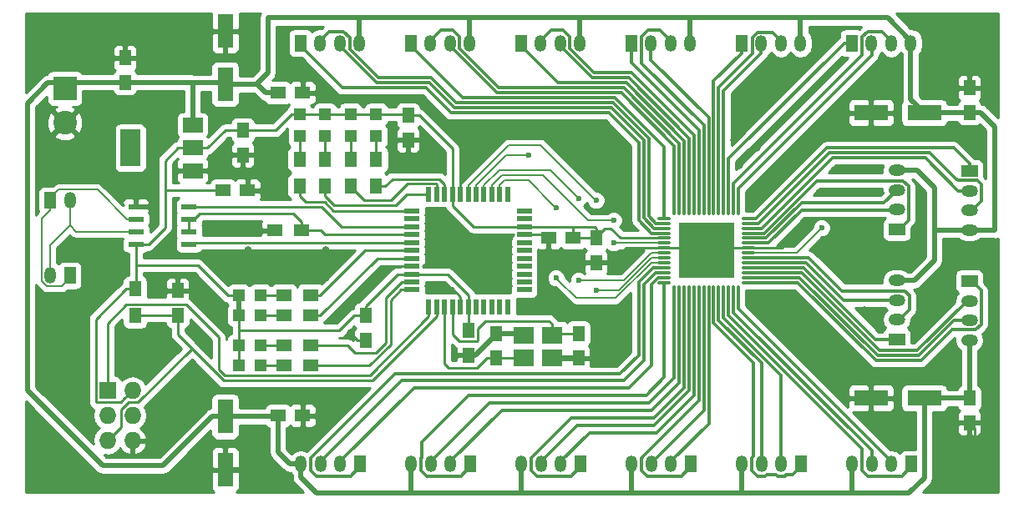
<source format=gbr>
G04 #@! TF.FileFunction,Copper,L1,Top,Signal*
%FSLAX46Y46*%
G04 Gerber Fmt 4.6, Leading zero omitted, Abs format (unit mm)*
G04 Created by KiCad (PCBNEW 4.0.6) date Sun Jul 30 23:47:14 2017*
%MOMM*%
%LPD*%
G01*
G04 APERTURE LIST*
%ADD10C,0.100000*%
%ADD11C,0.800000*%
%ADD12R,1.200000X1.700000*%
%ADD13O,1.200000X1.700000*%
%ADD14R,1.700000X1.200000*%
%ADD15O,1.700000X1.200000*%
%ADD16O,1.500000X0.300000*%
%ADD17O,0.300000X1.500000*%
%ADD18R,5.600000X5.600000*%
%ADD19R,1.300000X1.500000*%
%ADD20R,1.200000X1.200000*%
%ADD21R,1.550000X0.600000*%
%ADD22R,2.000000X3.800000*%
%ADD23R,2.000000X1.500000*%
%ADD24R,1.500000X1.300000*%
%ADD25R,2.100000X1.800000*%
%ADD26C,2.400000*%
%ADD27R,2.400000X2.400000*%
%ADD28R,1.600000X3.500000*%
%ADD29R,3.500000X1.600000*%
%ADD30R,1.500000X1.250000*%
%ADD31R,1.250000X1.500000*%
%ADD32R,1.727200X1.727200*%
%ADD33O,1.727200X1.727200*%
%ADD34R,1.500000X0.550000*%
%ADD35R,0.550000X1.500000*%
%ADD36C,5.500000*%
%ADD37C,0.600000*%
%ADD38C,0.254000*%
%ADD39C,0.508000*%
%ADD40C,0.152400*%
%ADD41C,0.300000*%
G04 APERTURE END LIST*
D10*
D11*
X83571000Y-82634000D03*
X85349000Y-85428000D03*
X88397000Y-87714000D03*
X88397000Y-83650000D03*
X73411000Y-81110000D03*
X73411000Y-85174000D03*
X75697000Y-91524000D03*
X73411000Y-89492000D03*
X93223000Y-77554000D03*
X101097000Y-77554000D03*
X101097000Y-74760000D03*
X93223000Y-74760000D03*
X96271000Y-60536000D03*
X141527000Y-76582000D03*
X140327000Y-76582000D03*
X139127000Y-76582000D03*
X137927000Y-76582000D03*
X141527000Y-75382000D03*
X140327000Y-75382000D03*
X139127000Y-75382000D03*
X137927000Y-75382000D03*
X141527000Y-74182000D03*
X140327000Y-74182000D03*
X139127000Y-74182000D03*
X137927000Y-74182000D03*
X141527000Y-72982000D03*
X140327000Y-72982000D03*
X139127000Y-72982000D03*
X137927000Y-72982000D03*
X147325000Y-66632000D03*
D12*
X75189000Y-77300000D03*
D13*
X73189000Y-77300000D03*
D12*
X73189000Y-69680000D03*
D13*
X75189000Y-69680000D03*
D12*
X154437000Y-53728800D03*
D13*
X156437000Y-53728800D03*
X158437000Y-53728800D03*
X160437000Y-53728800D03*
D14*
X159009000Y-83808000D03*
D15*
X159009000Y-81808000D03*
X159009000Y-79808000D03*
X159009000Y-77808000D03*
D14*
X166375000Y-66696000D03*
D15*
X166375000Y-68696000D03*
X166375000Y-70696000D03*
X166375000Y-72696000D03*
D12*
X104599411Y-96451671D03*
D13*
X102599411Y-96451671D03*
X100599411Y-96451671D03*
X98599411Y-96451671D03*
D12*
X143261000Y-53728800D03*
D13*
X145261000Y-53728800D03*
X147261000Y-53728800D03*
X149261000Y-53728800D03*
D14*
X166375000Y-77872000D03*
D15*
X166375000Y-79872000D03*
X166375000Y-81872000D03*
X166375000Y-83872000D03*
D12*
X132085000Y-53728800D03*
D13*
X134085000Y-53728800D03*
X136085000Y-53728800D03*
X138085000Y-53728800D03*
D12*
X149303411Y-96451671D03*
D13*
X147303411Y-96451671D03*
X145303411Y-96451671D03*
X143303411Y-96451671D03*
D12*
X138127411Y-96451671D03*
D13*
X136127411Y-96451671D03*
X134127411Y-96451671D03*
X132127411Y-96451671D03*
D12*
X115775411Y-96451671D03*
D13*
X113775411Y-96451671D03*
X111775411Y-96451671D03*
X109775411Y-96451671D03*
D16*
X143955000Y-78010000D03*
X143955000Y-77510000D03*
X143955000Y-77010000D03*
X143955000Y-76510000D03*
X143955000Y-76010000D03*
X143955000Y-75510000D03*
X143955000Y-75010000D03*
X143955000Y-74510000D03*
X143955000Y-74010000D03*
X143955000Y-73510000D03*
X143955000Y-73010000D03*
X143955000Y-72510000D03*
X143955000Y-72010000D03*
X143955000Y-71510000D03*
D17*
X142955000Y-70510000D03*
X142455000Y-70510000D03*
X141955000Y-70510000D03*
X141455000Y-70510000D03*
X140955000Y-70510000D03*
X140455000Y-70510000D03*
X139955000Y-70510000D03*
X139455000Y-70510000D03*
X138955000Y-70510000D03*
X138455000Y-70510000D03*
X137955000Y-70510000D03*
X137455000Y-70510000D03*
X136955000Y-70510000D03*
X136455000Y-70510000D03*
D16*
X135455000Y-71510000D03*
X135455000Y-72010000D03*
X135455000Y-72510000D03*
X135455000Y-73010000D03*
X135455000Y-73510000D03*
X135455000Y-74010000D03*
X135455000Y-74510000D03*
X135455000Y-75010000D03*
X135455000Y-75510000D03*
X135455000Y-76010000D03*
X135455000Y-76510000D03*
X135455000Y-77010000D03*
X135455000Y-77510000D03*
X135455000Y-78010000D03*
D17*
X136455000Y-79010000D03*
X136955000Y-79010000D03*
X137455000Y-79010000D03*
X137955000Y-79010000D03*
X138455000Y-79010000D03*
X138955000Y-79010000D03*
X139455000Y-79010000D03*
X139955000Y-79010000D03*
X140455000Y-79010000D03*
X140955000Y-79010000D03*
X141455000Y-79010000D03*
X141955000Y-79010000D03*
X142455000Y-79010000D03*
X142955000Y-79010000D03*
D18*
X139705000Y-74760000D03*
D19*
X98487000Y-65538000D03*
X98487000Y-68238000D03*
X101075000Y-65538000D03*
X101075000Y-68238000D03*
X103663000Y-65538000D03*
X103663000Y-68238000D03*
X106251000Y-65538000D03*
X106251000Y-68238000D03*
D20*
X98487000Y-60946000D03*
X98487000Y-63146000D03*
X101075000Y-60946000D03*
X101075000Y-63146000D03*
X103663000Y-60946000D03*
X103663000Y-63146000D03*
X106251000Y-60946000D03*
X106251000Y-63146000D03*
D21*
X87287000Y-74125000D03*
X87287000Y-72855000D03*
X87287000Y-71585000D03*
X87287000Y-70315000D03*
X81887000Y-70315000D03*
X81887000Y-71585000D03*
X81887000Y-72855000D03*
X81887000Y-74125000D03*
D22*
X81335000Y-64360000D03*
D23*
X87635000Y-64360000D03*
X87635000Y-62060000D03*
X87635000Y-66660000D03*
D24*
X96873000Y-86444000D03*
X99573000Y-86444000D03*
X96873000Y-84412000D03*
X99573000Y-84412000D03*
X96873000Y-81364000D03*
X99573000Y-81364000D03*
X96873000Y-79332000D03*
X99573000Y-79332000D03*
D19*
X81793000Y-78664000D03*
X81793000Y-81364000D03*
D24*
X98637000Y-72728000D03*
X95937000Y-72728000D03*
D25*
X121163000Y-85682000D03*
X124063000Y-85682000D03*
X124063000Y-83382000D03*
X121163000Y-83382000D03*
D26*
X74681000Y-61806000D03*
D27*
X74681000Y-58306000D03*
D20*
X92293000Y-86444000D03*
X94493000Y-86444000D03*
X92293000Y-84412000D03*
X94493000Y-84412000D03*
X92293000Y-81322443D03*
X94493000Y-81322443D03*
X92293000Y-79332000D03*
X94493000Y-79332000D03*
D28*
X90937000Y-91618000D03*
X90937000Y-97018000D03*
D29*
X161803000Y-89746000D03*
X156403000Y-89746000D03*
X161803000Y-60790000D03*
X156403000Y-60790000D03*
D30*
X96291000Y-91524000D03*
X98791000Y-91524000D03*
D31*
X166375000Y-89766000D03*
X166375000Y-92266000D03*
X166375000Y-60770000D03*
X166375000Y-58270000D03*
D30*
X96291000Y-58758000D03*
X98791000Y-58758000D03*
D31*
X92715000Y-62568000D03*
X92715000Y-65068000D03*
X80777000Y-57722000D03*
X80777000Y-55222000D03*
X126751000Y-83182000D03*
X126751000Y-85682000D03*
X118369000Y-85682000D03*
X118369000Y-83182000D03*
X86111000Y-81344000D03*
X86111000Y-78844000D03*
D30*
X126223000Y-73490000D03*
X123723000Y-73490000D03*
D31*
X109479000Y-61064000D03*
X109479000Y-63564000D03*
X115575000Y-82908000D03*
X115575000Y-85408000D03*
X128529000Y-73510000D03*
X128529000Y-76010000D03*
X105161000Y-81384000D03*
X105161000Y-83884000D03*
D30*
X90703000Y-68664000D03*
X93203000Y-68664000D03*
D12*
X98557000Y-53728800D03*
D13*
X100557000Y-53728800D03*
X102557000Y-53728800D03*
X104557000Y-53728800D03*
D12*
X109733000Y-53728800D03*
D13*
X111733000Y-53728800D03*
X113733000Y-53728800D03*
X115733000Y-53728800D03*
D12*
X120909000Y-53728800D03*
D13*
X122909000Y-53728800D03*
X124909000Y-53728800D03*
X126909000Y-53728800D03*
D14*
X159009000Y-72632000D03*
D15*
X159009000Y-70632000D03*
X159009000Y-68632000D03*
X159009000Y-66632000D03*
D12*
X160479411Y-96451671D03*
D13*
X158479411Y-96451671D03*
X156479411Y-96451671D03*
X154479411Y-96451671D03*
D12*
X126951411Y-96451671D03*
D13*
X124951411Y-96451671D03*
X122951411Y-96451671D03*
X120951411Y-96451671D03*
D28*
X90937000Y-57902000D03*
X90937000Y-52502000D03*
D32*
X78999000Y-88984000D03*
D33*
X81539000Y-88984000D03*
X78999000Y-91524000D03*
X81539000Y-91524000D03*
X78999000Y-94064000D03*
X81539000Y-94064000D03*
D34*
X121275000Y-78760000D03*
X121275000Y-77960000D03*
X121275000Y-77160000D03*
X121275000Y-76360000D03*
X121275000Y-75560000D03*
X121275000Y-74760000D03*
X121275000Y-73960000D03*
X121275000Y-73160000D03*
X121275000Y-72360000D03*
X121275000Y-71560000D03*
X121275000Y-70760000D03*
D35*
X119575000Y-69060000D03*
X118775000Y-69060000D03*
X117975000Y-69060000D03*
X117175000Y-69060000D03*
X116375000Y-69060000D03*
X115575000Y-69060000D03*
X114775000Y-69060000D03*
X113975000Y-69060000D03*
X113175000Y-69060000D03*
X112375000Y-69060000D03*
X111575000Y-69060000D03*
D34*
X109875000Y-70760000D03*
X109875000Y-71560000D03*
X109875000Y-72360000D03*
X109875000Y-73160000D03*
X109875000Y-73960000D03*
X109875000Y-74760000D03*
X109875000Y-75560000D03*
X109875000Y-76360000D03*
X109875000Y-77160000D03*
X109875000Y-77960000D03*
X109875000Y-78760000D03*
D35*
X111575000Y-80460000D03*
X112375000Y-80460000D03*
X113175000Y-80460000D03*
X113975000Y-80460000D03*
X114775000Y-80460000D03*
X115575000Y-80460000D03*
X116375000Y-80460000D03*
X117175000Y-80460000D03*
X117975000Y-80460000D03*
X118775000Y-80460000D03*
X119575000Y-80460000D03*
D11*
X145293000Y-68410000D03*
X143007000Y-66124000D03*
X144785000Y-64346000D03*
X142499000Y-63584000D03*
X151135000Y-68918000D03*
X154945000Y-68918000D03*
X154945000Y-66632000D03*
X152659000Y-66632000D03*
X154945000Y-72220000D03*
X154945000Y-77300000D03*
X155707000Y-80856000D03*
X152405000Y-84158000D03*
X147325000Y-79840000D03*
X131577000Y-66378000D03*
X129799000Y-66378000D03*
X128021000Y-66378000D03*
X128021000Y-63838000D03*
X129799000Y-63838000D03*
X125989000Y-63838000D03*
X113035000Y-76030000D03*
X115575000Y-76030000D03*
X118115000Y-76030000D03*
X118115000Y-73490000D03*
X115575000Y-73490000D03*
X113035000Y-73490000D03*
X113035000Y-78570000D03*
X115829000Y-65616000D03*
X109479000Y-65616000D03*
X92715000Y-66886000D03*
X93223000Y-72728000D03*
X88377000Y-78844000D03*
X106431000Y-77300000D03*
X103637000Y-83142000D03*
X94907000Y-97018000D03*
X101351000Y-91524000D03*
X123195000Y-75268000D03*
X125481000Y-75268000D03*
X130307000Y-76030000D03*
X130307000Y-80856000D03*
X125481000Y-80856000D03*
X130307000Y-85682000D03*
X148341000Y-73744000D03*
D36*
X166375000Y-53424000D03*
X166375000Y-96604000D03*
X73411000Y-96604000D03*
X73411000Y-53424000D03*
D37*
X114051000Y-85428000D03*
X154437000Y-86698000D03*
X153167000Y-60790000D03*
X124465000Y-70442000D03*
X124465002Y-77554002D03*
X130306994Y-71712000D03*
X130306994Y-73998000D03*
X126751000Y-77807996D03*
X126764625Y-69485202D03*
X121671000Y-65108004D03*
X151389000Y-72473994D03*
X128529000Y-78824000D03*
X128529000Y-69680000D03*
D38*
X113975000Y-69060000D02*
X113975000Y-64415000D01*
X113975000Y-64415000D02*
X110624000Y-61064000D01*
X110624000Y-61064000D02*
X109479000Y-61064000D01*
X106251000Y-60946000D02*
X109361000Y-60946000D01*
X109361000Y-60946000D02*
X109479000Y-61064000D01*
X135455000Y-73510000D02*
X131000962Y-73510000D01*
X131000962Y-73510000D02*
X129996962Y-72506000D01*
X129996962Y-72506000D02*
X129408000Y-72506000D01*
X129408000Y-72506000D02*
X128529000Y-73385000D01*
X128529000Y-73385000D02*
X128529000Y-73510000D01*
X121275000Y-72360000D02*
X126205001Y-72360000D01*
X126205001Y-72360000D02*
X126223000Y-72377999D01*
X113972999Y-70231601D02*
X115829000Y-72087602D01*
X121275000Y-72360000D02*
X116101398Y-72360000D01*
X116101398Y-72360000D02*
X115829000Y-72087602D01*
X126243000Y-72357999D02*
X126240999Y-72360000D01*
X113975000Y-69060000D02*
X113975000Y-70229600D01*
X113975000Y-70229600D02*
X113972999Y-70231601D01*
X128380999Y-72357999D02*
X126243000Y-72357999D01*
X126243000Y-72357999D02*
X126223000Y-72377999D01*
X126223000Y-72377999D02*
X126223000Y-73490000D01*
X126223000Y-73490000D02*
X128509000Y-73490000D01*
X128509000Y-73490000D02*
X128529000Y-73510000D01*
X111046601Y-77162001D02*
X113450603Y-77162001D01*
X115577001Y-81631601D02*
X115575000Y-81633602D01*
X115575000Y-81633602D02*
X115575000Y-82908000D01*
X113450603Y-77162001D02*
X115577001Y-79288399D01*
X115577001Y-79288399D02*
X115577001Y-81631601D01*
X108703399Y-77162001D02*
X111046601Y-77162001D01*
X106349000Y-61044000D02*
X106251000Y-60946000D01*
X97633000Y-60946000D02*
X96011000Y-62568000D01*
X96011000Y-62568000D02*
X92715000Y-62568000D01*
X103663000Y-60946000D02*
X106251000Y-60946000D01*
X101075000Y-60946000D02*
X103663000Y-60946000D01*
X98487000Y-60946000D02*
X101075000Y-60946000D01*
X97633000Y-60946000D02*
X98487000Y-60946000D01*
X128529000Y-73510000D02*
X128529000Y-72506000D01*
X128529000Y-72506000D02*
X128380999Y-72357999D01*
X81793000Y-78664000D02*
X80889000Y-78664000D01*
X80889000Y-78664000D02*
X77808399Y-81744601D01*
X77808399Y-81744601D02*
X77808399Y-90109201D01*
X77808399Y-90109201D02*
X77873799Y-90174601D01*
X77873799Y-90174601D02*
X80348399Y-90174601D01*
X80348399Y-90174601D02*
X80675401Y-89847599D01*
X80675401Y-89847599D02*
X81539000Y-88984000D01*
X105161000Y-81384000D02*
X105161000Y-80380000D01*
X105161000Y-80380000D02*
X108378999Y-77162001D01*
X108378999Y-77162001D02*
X108703399Y-77162001D01*
X108703399Y-77162001D02*
X109875000Y-77162001D01*
X92293000Y-82888000D02*
X92293000Y-84412000D01*
X92293000Y-81322443D02*
X92293000Y-82888000D01*
X92293000Y-82888000D02*
X102524000Y-82888000D01*
X104028000Y-81384000D02*
X105161000Y-81384000D01*
X102524000Y-82888000D02*
X104028000Y-81384000D01*
X92293000Y-86444000D02*
X92293000Y-84412000D01*
D39*
X92293000Y-79332000D02*
X92293000Y-81322443D01*
D38*
X81887000Y-76284000D02*
X81887000Y-78570000D01*
X81887000Y-74125000D02*
X81887000Y-76284000D01*
X81887000Y-76284000D02*
X88137000Y-76284000D01*
X88137000Y-76284000D02*
X91185000Y-79332000D01*
X91185000Y-79332000D02*
X92293000Y-79332000D01*
D39*
X81887000Y-78570000D02*
X81793000Y-78664000D01*
D38*
X84841000Y-65646000D02*
X84841000Y-68664000D01*
X84841000Y-68664000D02*
X84841000Y-72454000D01*
X90703000Y-68664000D02*
X89445000Y-68664000D01*
X89445000Y-68664000D02*
X84841000Y-68664000D01*
X84841000Y-72454000D02*
X83170000Y-74125000D01*
X83170000Y-74125000D02*
X81887000Y-74125000D01*
X87635000Y-64360000D02*
X86127000Y-64360000D01*
X86127000Y-64360000D02*
X84841000Y-65646000D01*
X90937000Y-62566000D02*
X90939000Y-62568000D01*
X90939000Y-62568000D02*
X92715000Y-62568000D01*
X87635000Y-64360000D02*
X89143000Y-64360000D01*
X89143000Y-64360000D02*
X90937000Y-62566000D01*
X143955000Y-74510000D02*
X135455000Y-74510000D01*
X114775000Y-80460000D02*
X114775000Y-79456000D01*
X114775000Y-79456000D02*
X113889000Y-78570000D01*
X113600685Y-78570000D02*
X113035000Y-78570000D01*
X113889000Y-78570000D02*
X113600685Y-78570000D01*
X115529001Y-65915999D02*
X115829000Y-65616000D01*
X114775000Y-66670000D02*
X115529001Y-65915999D01*
X114775000Y-69060000D02*
X114775000Y-66670000D01*
X147321000Y-74510000D02*
X147833000Y-73998000D01*
X143955000Y-74510000D02*
X147321000Y-74510000D01*
X166375000Y-58270000D02*
X166375000Y-53170000D01*
X166883000Y-96858000D02*
X166883000Y-92774000D01*
X166883000Y-92774000D02*
X166375000Y-92266000D01*
X86111000Y-98382000D02*
X78491000Y-98382000D01*
X72903000Y-97112000D02*
X76792087Y-97112000D01*
X76792087Y-97112000D02*
X78062087Y-98382000D01*
X78062087Y-98382000D02*
X78491000Y-98382000D01*
X87475000Y-97018000D02*
X86111000Y-98382000D01*
X90937000Y-97018000D02*
X87475000Y-97018000D01*
X78999000Y-53170000D02*
X78745000Y-53170000D01*
X80777000Y-53170000D02*
X78999000Y-53170000D01*
X78999000Y-53170000D02*
X73411000Y-53170000D01*
X80777000Y-55222000D02*
X80777000Y-53170000D01*
X109875000Y-76360000D02*
X107371000Y-76360000D01*
X107371000Y-76360000D02*
X106431000Y-77300000D01*
X105161000Y-83884000D02*
X104379000Y-83884000D01*
X104379000Y-83884000D02*
X103637000Y-83142000D01*
X109479000Y-63584000D02*
X109479000Y-65636000D01*
X123723000Y-73490000D02*
X123723000Y-75248000D01*
X123723000Y-75248000D02*
X123703000Y-75268000D01*
X121275000Y-73160000D02*
X123393000Y-73160000D01*
X123393000Y-73160000D02*
X123723000Y-73490000D01*
X135455000Y-74510000D02*
X131573000Y-74510000D01*
X131573000Y-74510000D02*
X130561000Y-75522000D01*
X128529000Y-76010000D02*
X130073000Y-76010000D01*
X130073000Y-76010000D02*
X130561000Y-75522000D01*
X126751000Y-85682000D02*
X128021000Y-85682000D01*
X128021000Y-85682000D02*
X129037000Y-84666000D01*
X115575000Y-85408000D02*
X114071000Y-85408000D01*
X114071000Y-85408000D02*
X114051000Y-85428000D01*
X156403000Y-89746000D02*
X156403000Y-88692000D01*
X156403000Y-88692000D02*
X154437000Y-86726000D01*
X154437000Y-86726000D02*
X154437000Y-86698000D01*
X86111000Y-78844000D02*
X88377000Y-78844000D01*
X88377000Y-78844000D02*
X88397000Y-78824000D01*
X95937000Y-72728000D02*
X93223000Y-72728000D01*
X93203000Y-68664000D02*
X93203000Y-67374000D01*
X93203000Y-67374000D02*
X92715000Y-66886000D01*
X92715000Y-65068000D02*
X92715000Y-66886000D01*
X156403000Y-60790000D02*
X153167000Y-60790000D01*
X141552001Y-76306961D02*
X141552001Y-76099001D01*
D39*
X80777000Y-55222000D02*
X80777000Y-55097000D01*
X90937000Y-97018000D02*
X94907000Y-97018000D01*
X94907000Y-97018000D02*
X95001000Y-97112000D01*
X124063000Y-85682000D02*
X126751000Y-85682000D01*
X118369000Y-83182000D02*
X120963000Y-83182000D01*
X120963000Y-83182000D02*
X121163000Y-83382000D01*
X115575000Y-85408000D02*
X116268000Y-85408000D01*
X116268000Y-85408000D02*
X118369000Y-83307000D01*
X118369000Y-83307000D02*
X118369000Y-83182000D01*
D38*
X86111000Y-83293398D02*
X87483602Y-84666000D01*
X87483602Y-84666000D02*
X90785602Y-87968000D01*
X78999000Y-94064000D02*
X80348399Y-92714601D01*
X80348399Y-92714601D02*
X80348399Y-90952511D01*
X82110489Y-90174601D02*
X87483602Y-84801488D01*
X80348399Y-90952511D02*
X81126309Y-90174601D01*
X81126309Y-90174601D02*
X82110489Y-90174601D01*
X87483602Y-84801488D02*
X87483602Y-84666000D01*
X90785602Y-87968000D02*
X105871000Y-87968000D01*
X105871000Y-87968000D02*
X112375000Y-81464000D01*
X112375000Y-81464000D02*
X112375000Y-80460000D01*
X86111000Y-81344000D02*
X86111000Y-83293398D01*
X86111000Y-81344000D02*
X81813000Y-81344000D01*
X81813000Y-81344000D02*
X81793000Y-81364000D01*
X121163000Y-85682000D02*
X118369000Y-85682000D01*
X113175000Y-86286991D02*
X113573010Y-86685001D01*
X113573010Y-86685001D02*
X116486999Y-86685001D01*
X116486999Y-86685001D02*
X117490000Y-85682000D01*
X117490000Y-85682000D02*
X118369000Y-85682000D01*
X113175000Y-80460000D02*
X113175000Y-86286991D01*
X124063000Y-83382000D02*
X124063000Y-82228000D01*
X124063000Y-82228000D02*
X123739999Y-81904999D01*
X116527001Y-82700397D02*
X116527001Y-83919601D01*
X116461601Y-83985001D02*
X114688399Y-83985001D01*
X123739999Y-81904999D02*
X117322399Y-81904999D01*
X113972999Y-83269601D02*
X113972999Y-80460000D01*
X117322399Y-81904999D02*
X116527001Y-82700397D01*
X116527001Y-83919601D02*
X116461601Y-83985001D01*
X114688399Y-83985001D02*
X113972999Y-83269601D01*
X126751000Y-83182000D02*
X124263000Y-83182000D01*
X124263000Y-83182000D02*
X124063000Y-83382000D01*
D39*
X90937000Y-91618000D02*
X89629000Y-91618000D01*
X74701000Y-57722000D02*
X80777000Y-57722000D01*
X89629000Y-91618000D02*
X84643000Y-96604000D01*
X84643000Y-96604000D02*
X78491000Y-96604000D01*
X78491000Y-96604000D02*
X70871000Y-88984000D01*
X70871000Y-88984000D02*
X70871000Y-59844000D01*
X70871000Y-59844000D02*
X72973000Y-57742000D01*
X72973000Y-57742000D02*
X74681000Y-57742000D01*
X74681000Y-57742000D02*
X74701000Y-57722000D01*
X166375000Y-83872000D02*
X166375000Y-89641000D01*
X166375000Y-89641000D02*
X166375000Y-89766000D01*
X161803000Y-89746000D02*
X161803000Y-97874000D01*
X161803000Y-97874000D02*
X160254999Y-99422001D01*
X160254999Y-99422001D02*
X154437000Y-99422001D01*
X154437000Y-99422001D02*
X143261000Y-99422001D01*
X154479411Y-96451671D02*
X154479411Y-99379590D01*
X154479411Y-99379590D02*
X154437000Y-99422001D01*
X143261000Y-99422001D02*
X132085000Y-99422001D01*
X143303411Y-96451671D02*
X143303411Y-99379590D01*
X143303411Y-99379590D02*
X143261000Y-99422001D01*
X132085000Y-99422001D02*
X120909000Y-99422001D01*
X132127411Y-96451671D02*
X132127411Y-99379590D01*
X132127411Y-99379590D02*
X132085000Y-99422001D01*
X120909000Y-99422001D02*
X109733000Y-99422001D01*
X120951411Y-96451671D02*
X120951411Y-99379590D01*
X120951411Y-99379590D02*
X120909000Y-99422001D01*
X109733000Y-99422001D02*
X100211741Y-99422001D01*
X109775411Y-99379590D02*
X109733000Y-99422001D01*
X109775411Y-96451671D02*
X109775411Y-99379590D01*
X98599411Y-96451671D02*
X97491411Y-96451671D01*
X97491411Y-96451671D02*
X96291000Y-95251260D01*
X96291000Y-95251260D02*
X96291000Y-92657000D01*
X96291000Y-92657000D02*
X96291000Y-91524000D01*
X90937000Y-91618000D02*
X96197000Y-91618000D01*
X96197000Y-91618000D02*
X96291000Y-91524000D01*
X98599411Y-97809671D02*
X98599411Y-96451671D01*
X100211741Y-99422001D02*
X98599411Y-97809671D01*
X162819000Y-68410000D02*
X162819000Y-72728000D01*
X166375000Y-72696000D02*
X162851000Y-72696000D01*
X162819000Y-72728000D02*
X162819000Y-75776000D01*
X162851000Y-72696000D02*
X162819000Y-72728000D01*
X159009000Y-66632000D02*
X161041000Y-66632000D01*
X161041000Y-66632000D02*
X162819000Y-68410000D01*
X162819000Y-75776000D02*
X160787000Y-77808000D01*
X160787000Y-77808000D02*
X159009000Y-77808000D01*
X168915000Y-62177000D02*
X168915000Y-72728000D01*
X166375000Y-72696000D02*
X168883000Y-72696000D01*
X168883000Y-72696000D02*
X168915000Y-72728000D01*
X166375000Y-89766000D02*
X161823000Y-89766000D01*
X161823000Y-89766000D02*
X161803000Y-89746000D01*
X166375000Y-60770000D02*
X167508000Y-60770000D01*
X167508000Y-60770000D02*
X168915000Y-62177000D01*
X161803000Y-60790000D02*
X166355000Y-60790000D01*
X166355000Y-60790000D02*
X166375000Y-60770000D01*
X160437000Y-53728800D02*
X160437000Y-59424000D01*
X160437000Y-59424000D02*
X161803000Y-60790000D01*
X96291000Y-58758000D02*
X95033000Y-58758000D01*
X95033000Y-58758000D02*
X94177000Y-57902000D01*
X94177000Y-57902000D02*
X94079000Y-57902000D01*
X95255000Y-51138000D02*
X104653000Y-51138000D01*
X104557000Y-53728800D02*
X104557000Y-51234000D01*
X104653000Y-51138000D02*
X115829000Y-51138000D01*
X104557000Y-51234000D02*
X104653000Y-51138000D01*
X115829000Y-51138000D02*
X127005000Y-51138000D01*
X127005000Y-51138000D02*
X138181000Y-51138000D01*
X126909000Y-53728800D02*
X126909000Y-51234000D01*
X126909000Y-51234000D02*
X127005000Y-51138000D01*
X115733000Y-53728800D02*
X115733000Y-51234000D01*
X115733000Y-51234000D02*
X115829000Y-51138000D01*
X138181000Y-51138000D02*
X149357000Y-51138000D01*
X138085000Y-53728800D02*
X138085000Y-51234000D01*
X138085000Y-51234000D02*
X138181000Y-51138000D01*
X149261000Y-53728800D02*
X149261000Y-51234000D01*
X149357000Y-51138000D02*
X158096200Y-51138000D01*
X149261000Y-51234000D02*
X149357000Y-51138000D01*
X158096200Y-51138000D02*
X160437000Y-53478800D01*
X160437000Y-53478800D02*
X160437000Y-53728800D01*
X95255000Y-56726000D02*
X95255000Y-51138000D01*
X94079000Y-57902000D02*
X95255000Y-56726000D01*
X90937000Y-57902000D02*
X94079000Y-57902000D01*
X87635000Y-57742000D02*
X90777000Y-57742000D01*
X90777000Y-57742000D02*
X90937000Y-57902000D01*
X87635000Y-57742000D02*
X87615000Y-57722000D01*
X87615000Y-57722000D02*
X80777000Y-57722000D01*
X87635000Y-62060000D02*
X87635000Y-57742000D01*
D38*
X94493000Y-79332000D02*
X96873000Y-79332000D01*
X94493000Y-81322443D02*
X96831443Y-81322443D01*
X96831443Y-81322443D02*
X96873000Y-81364000D01*
X94493000Y-84412000D02*
X96873000Y-84412000D01*
X96873000Y-86444000D02*
X94493000Y-86444000D01*
D40*
X124165001Y-70142001D02*
X124465000Y-70442000D01*
X121671000Y-67648000D02*
X124165001Y-70142001D01*
X119284600Y-67648000D02*
X121671000Y-67648000D01*
X118775000Y-68157600D02*
X119284600Y-67648000D01*
X118775000Y-69060000D02*
X118775000Y-68157600D01*
X126517602Y-79606602D02*
X124765001Y-77854001D01*
X130540398Y-79606602D02*
X126517602Y-79606602D01*
X134137000Y-76010000D02*
X130540398Y-79606602D01*
X135455000Y-76010000D02*
X134137000Y-76010000D01*
X124765001Y-77854001D02*
X124465002Y-77554002D01*
X129882730Y-71712000D02*
X130306994Y-71712000D01*
X117975000Y-68157600D02*
X118992600Y-67140000D01*
X117975000Y-69060000D02*
X117975000Y-68157600D01*
X118992600Y-67140000D02*
X123149225Y-67140000D01*
X127721225Y-71712000D02*
X129882730Y-71712000D01*
X123149225Y-67140000D02*
X127721225Y-71712000D01*
X130318994Y-74010000D02*
X130306994Y-73998000D01*
X135455000Y-74010000D02*
X130318994Y-74010000D01*
X131323004Y-77807996D02*
X127175264Y-77807996D01*
X134117000Y-75014000D02*
X131323004Y-77807996D01*
X134371000Y-75014000D02*
X134117000Y-75014000D01*
X127175264Y-77807996D02*
X126751000Y-77807996D01*
X117175000Y-68157600D02*
X118700600Y-66632000D01*
X123911423Y-66632000D02*
X126464626Y-69185203D01*
X117175000Y-69060000D02*
X117175000Y-68157600D01*
X118700600Y-66632000D02*
X123911423Y-66632000D01*
X126464626Y-69185203D02*
X126764625Y-69485202D01*
X134371000Y-75014000D02*
X134473406Y-75014000D01*
X135455000Y-75010000D02*
X134375000Y-75010000D01*
X134375000Y-75010000D02*
X134371000Y-75014000D01*
X121246736Y-65108004D02*
X121671000Y-65108004D01*
X116375000Y-68157600D02*
X119424596Y-65108004D01*
X119424596Y-65108004D02*
X121246736Y-65108004D01*
X116375000Y-69060000D02*
X116375000Y-68157600D01*
X151089001Y-72773993D02*
X151389000Y-72473994D01*
X148852994Y-75010000D02*
X151089001Y-72773993D01*
X143955000Y-75010000D02*
X148852994Y-75010000D01*
X128953264Y-78824000D02*
X128529000Y-78824000D01*
X130815000Y-78824000D02*
X128953264Y-78824000D01*
X134129000Y-75510000D02*
X130815000Y-78824000D01*
X135455000Y-75510000D02*
X134129000Y-75510000D01*
X128229001Y-69380001D02*
X128529000Y-69680000D01*
X122920399Y-64071399D02*
X128229001Y-69380001D01*
X119661201Y-64071399D02*
X122920399Y-64071399D01*
X115575000Y-68157600D02*
X119661201Y-64071399D01*
X115575000Y-69060000D02*
X115575000Y-68157600D01*
D38*
X100716000Y-70315000D02*
X102761000Y-72360000D01*
X102761000Y-72360000D02*
X109875000Y-72360000D01*
X87287000Y-70315000D02*
X100716000Y-70315000D01*
D40*
X88214400Y-70315000D02*
X87287000Y-70315000D01*
D38*
X87287000Y-71585000D02*
X87287000Y-72855000D01*
X98637000Y-72728000D02*
X98637000Y-71824000D01*
X98637000Y-71824000D02*
X97844000Y-71031000D01*
X97844000Y-71031000D02*
X88316000Y-71031000D01*
X88316000Y-71031000D02*
X87762000Y-71585000D01*
X87762000Y-71585000D02*
X87287000Y-71585000D01*
X100589000Y-72728000D02*
X101021000Y-73160000D01*
X101021000Y-73160000D02*
X109875000Y-73160000D01*
X98637000Y-72728000D02*
X100589000Y-72728000D01*
X109875000Y-73960000D02*
X87452000Y-73960000D01*
X87452000Y-73960000D02*
X87287000Y-74125000D01*
X99573000Y-79332000D02*
X100577000Y-79332000D01*
X100577000Y-79332000D02*
X105149000Y-74760000D01*
X108871000Y-74760000D02*
X109875000Y-74760000D01*
X105149000Y-74760000D02*
X108871000Y-74760000D01*
X99573000Y-81364000D02*
X100577000Y-81364000D01*
X100577000Y-81364000D02*
X106383001Y-75557999D01*
X106383001Y-75557999D02*
X108703399Y-75557999D01*
X108703399Y-75557999D02*
X109875000Y-75557999D01*
X107193000Y-84175602D02*
X107193000Y-79586000D01*
X107193000Y-79586000D02*
X108816999Y-77962001D01*
X108816999Y-77962001D02*
X109875000Y-77962001D01*
X99573000Y-84412000D02*
X103365398Y-84412000D01*
X104114399Y-85161001D02*
X106207601Y-85161001D01*
X103365398Y-84412000D02*
X104114399Y-85161001D01*
X106207601Y-85161001D02*
X107193000Y-84175602D01*
X99573000Y-84412000D02*
X100577000Y-84412000D01*
X107701000Y-79840000D02*
X108781000Y-78760000D01*
X108781000Y-78760000D02*
X109875000Y-78760000D01*
X107701000Y-84309669D02*
X107701000Y-79840000D01*
X99573000Y-86444000D02*
X105566669Y-86444000D01*
X105566669Y-86444000D02*
X107701000Y-84309669D01*
X99573000Y-86444000D02*
X99673000Y-86444000D01*
X111575000Y-80460000D02*
X111575000Y-81464000D01*
X90293334Y-83562732D02*
X86997601Y-80266999D01*
X111575000Y-81464000D02*
X105617999Y-87421001D01*
X105617999Y-87421001D02*
X90880669Y-87421001D01*
X90880669Y-87421001D02*
X90293334Y-86833666D01*
X78999000Y-82169398D02*
X78999000Y-87866400D01*
X90293334Y-86833666D02*
X90293334Y-83562732D01*
X86997601Y-80266999D02*
X80901399Y-80266999D01*
X80901399Y-80266999D02*
X78999000Y-82169398D01*
X78999000Y-87866400D02*
X78999000Y-88984000D01*
D40*
X111575000Y-80460000D02*
X111575000Y-81005894D01*
D41*
X135455000Y-78010000D02*
X135455000Y-87646000D01*
X135455000Y-87646000D02*
X133609000Y-89492000D01*
X133609000Y-89492000D02*
X115575000Y-89492000D01*
X115575000Y-89492000D02*
X110851621Y-94215379D01*
X110825401Y-97095178D02*
X111381904Y-97651681D01*
X111381904Y-97651681D02*
X114825401Y-97651681D01*
X110851621Y-94215379D02*
X110851621Y-95781944D01*
X110825401Y-95808164D02*
X110825401Y-97095178D01*
X110851621Y-95781944D02*
X110825401Y-95808164D01*
X114825401Y-97651681D02*
X115775411Y-96701671D01*
X115775411Y-96701671D02*
X115775411Y-96451671D01*
X136955000Y-79010000D02*
X136955000Y-88178000D01*
X136955000Y-88178000D02*
X134117000Y-91016000D01*
X113775411Y-96201671D02*
X113775411Y-96451671D01*
X134117000Y-91016000D02*
X118961082Y-91016000D01*
X118961082Y-91016000D02*
X113775411Y-96201671D01*
X136455000Y-79010000D02*
X136455000Y-87662000D01*
X136455000Y-87662000D02*
X133863000Y-90254000D01*
X133863000Y-90254000D02*
X117723082Y-90254000D01*
X117723082Y-90254000D02*
X111775411Y-96201671D01*
X111775411Y-96201671D02*
X111775411Y-96451671D01*
X160209010Y-71681990D02*
X159259000Y-72632000D01*
X160209010Y-68238493D02*
X160209010Y-71681990D01*
X150901888Y-67681990D02*
X159652507Y-67681990D01*
X145573878Y-73010000D02*
X150901888Y-67681990D01*
X159652507Y-67681990D02*
X160209010Y-68238493D01*
X143955000Y-73010000D02*
X145573878Y-73010000D01*
D40*
X159259000Y-72632000D02*
X159009000Y-72632000D01*
D41*
X159009000Y-70632000D02*
X158945000Y-70696000D01*
X158945000Y-70696000D02*
X149357000Y-70696000D01*
X149357000Y-70696000D02*
X146043000Y-74010000D01*
X146043000Y-74010000D02*
X143955000Y-74010000D01*
X143955000Y-73510000D02*
X145781000Y-73510000D01*
X145781000Y-73510000D02*
X149357000Y-69934000D01*
X149357000Y-69934000D02*
X157707000Y-69934000D01*
X157707000Y-69934000D02*
X159009000Y-68632000D01*
X138955000Y-79010000D02*
X138955000Y-89988000D01*
X138955000Y-89988000D02*
X133203621Y-95739379D01*
X133203621Y-95739379D02*
X133203621Y-95781944D01*
X133203621Y-95781944D02*
X133177401Y-95808164D01*
X133177401Y-95808164D02*
X133177401Y-97095178D01*
X133177401Y-97095178D02*
X133733904Y-97651681D01*
X133733904Y-97651681D02*
X137177401Y-97651681D01*
X137177401Y-97651681D02*
X138127411Y-96701671D01*
X138127411Y-96701671D02*
X138127411Y-96451671D01*
X139955000Y-79010000D02*
X139955000Y-92374082D01*
X139955000Y-92374082D02*
X136127411Y-96201671D01*
X136127411Y-96201671D02*
X136127411Y-96451671D01*
X139455000Y-79010000D02*
X139455000Y-91012000D01*
X139455000Y-91012000D02*
X134127411Y-96339589D01*
X134127411Y-96339589D02*
X134127411Y-96451671D01*
X130451244Y-59266000D02*
X115020200Y-59266000D01*
X135455000Y-64269756D02*
X130451244Y-59266000D01*
X135455000Y-71510000D02*
X135455000Y-64269756D01*
X115020200Y-59266000D02*
X109733000Y-53978800D01*
D40*
X109733000Y-53978800D02*
X109733000Y-53728800D01*
D41*
X136955000Y-70510000D02*
X136955000Y-63882000D01*
X136955000Y-63882000D02*
X131323000Y-58250000D01*
X131323000Y-58250000D02*
X118660681Y-58250000D01*
X118660681Y-58250000D02*
X114683010Y-54272329D01*
X114005717Y-52408000D02*
X112803800Y-52408000D01*
X114683010Y-54272329D02*
X114683010Y-53085293D01*
X114683010Y-53085293D02*
X114005717Y-52408000D01*
X112803800Y-52408000D02*
X111733000Y-53478800D01*
D40*
X111733000Y-53478800D02*
X111733000Y-53728800D01*
D41*
X136455000Y-70510000D02*
X136455000Y-64144000D01*
X136455000Y-64144000D02*
X131069000Y-58758000D01*
X118461561Y-58758000D02*
X113733000Y-54029439D01*
X131069000Y-58758000D02*
X118461561Y-58758000D01*
X113733000Y-54029439D02*
X113733000Y-53978800D01*
D40*
X113733000Y-53978800D02*
X113733000Y-53728800D01*
D41*
X140455000Y-79010000D02*
X140455000Y-82114000D01*
X140455000Y-82114000D02*
X144474801Y-86133801D01*
X148474801Y-97530281D02*
X149303411Y-96701671D01*
X144474801Y-86133801D02*
X144474801Y-95686764D01*
X144474801Y-95686764D02*
X144353401Y-95808164D01*
X144909904Y-97651681D02*
X145696918Y-97651681D01*
X144353401Y-95808164D02*
X144353401Y-97095178D01*
X144353401Y-97095178D02*
X144909904Y-97651681D01*
X145818318Y-97530281D02*
X146788504Y-97530281D01*
X145696918Y-97651681D02*
X145818318Y-97530281D01*
X149303411Y-96701671D02*
X149303411Y-96451671D01*
X146788504Y-97530281D02*
X146909904Y-97651681D01*
X146909904Y-97651681D02*
X147696918Y-97651681D01*
X147696918Y-97651681D02*
X147818318Y-97530281D01*
X147818318Y-97530281D02*
X148474801Y-97530281D01*
X141455000Y-79010000D02*
X141455000Y-81590000D01*
X141455000Y-81590000D02*
X147303411Y-87438411D01*
X147303411Y-87438411D02*
X147303411Y-96451671D01*
X140955000Y-79010000D02*
X140955000Y-81852000D01*
X140955000Y-81852000D02*
X145303411Y-86200411D01*
X145303411Y-86200411D02*
X145303411Y-96451671D01*
X132085000Y-53728800D02*
X132085000Y-55710000D01*
X132085000Y-55710000D02*
X138955000Y-62580000D01*
X138955000Y-62580000D02*
X138955000Y-70510000D01*
X134085000Y-53728800D02*
X134085000Y-55424000D01*
X134085000Y-55424000D02*
X139955000Y-61294000D01*
X139955000Y-61294000D02*
X139955000Y-70510000D01*
X136085000Y-53728800D02*
X136085000Y-53478800D01*
X136085000Y-53478800D02*
X135014200Y-52408000D01*
X135014200Y-52408000D02*
X133812283Y-52408000D01*
X133812283Y-52408000D02*
X133134990Y-53085293D01*
X133134990Y-53085293D02*
X133134990Y-55743990D01*
X133134990Y-55743990D02*
X139455000Y-62064000D01*
X139455000Y-62064000D02*
X139455000Y-69607600D01*
X139455000Y-69607600D02*
X139455000Y-70510000D01*
X143955000Y-78010000D02*
X148961634Y-78010000D01*
X148961634Y-78010000D02*
X156887634Y-85936000D01*
X156887634Y-85936000D02*
X161475244Y-85936000D01*
X161475244Y-85936000D02*
X164589234Y-82822010D01*
X164589234Y-82822010D02*
X167018507Y-82822010D01*
X167018507Y-82822010D02*
X167575010Y-82265507D01*
X167575010Y-82265507D02*
X167575010Y-78822010D01*
X167575010Y-78822010D02*
X166625000Y-77872000D01*
D40*
X166625000Y-77872000D02*
X166375000Y-77872000D01*
D41*
X143955000Y-77010000D02*
X149375878Y-77010000D01*
X149375878Y-77010000D02*
X157285878Y-84920000D01*
X161077000Y-84920000D02*
X166125000Y-79872000D01*
X157285878Y-84920000D02*
X161077000Y-84920000D01*
D40*
X166125000Y-79872000D02*
X166375000Y-79872000D01*
D41*
X143955000Y-77510000D02*
X149168756Y-77510000D01*
X149168756Y-77510000D02*
X157086756Y-85428000D01*
X157086756Y-85428000D02*
X161276122Y-85428000D01*
X161276122Y-85428000D02*
X164832122Y-81872000D01*
X164832122Y-81872000D02*
X166125000Y-81872000D01*
D40*
X166125000Y-81872000D02*
X166375000Y-81872000D01*
D41*
X143261000Y-53728800D02*
X143261000Y-54731200D01*
X143261000Y-54731200D02*
X140455000Y-57537200D01*
X140455000Y-57537200D02*
X140455000Y-69607600D01*
X140455000Y-69607600D02*
X140455000Y-70510000D01*
X145261000Y-53728800D02*
X145261000Y-54731200D01*
X145261000Y-54731200D02*
X141455000Y-58537200D01*
X141455000Y-58537200D02*
X141455000Y-69607600D01*
X141455000Y-69607600D02*
X141455000Y-70510000D01*
X147261000Y-53478800D02*
X146432390Y-52650190D01*
X145547000Y-52650190D02*
X144917779Y-52650190D01*
D40*
X147261000Y-53728800D02*
X147261000Y-53478800D01*
D41*
X146432390Y-52650190D02*
X145547000Y-52650190D01*
X144432390Y-54792610D02*
X140955000Y-58270000D01*
X140955000Y-58270000D02*
X140955000Y-70510000D01*
X144917779Y-52650190D02*
X144432390Y-53135579D01*
X144432390Y-53135579D02*
X144432390Y-54792610D01*
X135455000Y-76510000D02*
X134345480Y-76510000D01*
X108145364Y-87312201D02*
X99649401Y-95808164D01*
X134345480Y-76510000D02*
X132854992Y-78000488D01*
X132854992Y-78000488D02*
X132854992Y-85420008D01*
X132854992Y-85420008D02*
X130962799Y-87312201D01*
X130962799Y-87312201D02*
X108145364Y-87312201D01*
X103649401Y-97651681D02*
X104599411Y-96701671D01*
X99649401Y-95808164D02*
X99649401Y-97095178D01*
X99649401Y-97095178D02*
X100205904Y-97651681D01*
X100205904Y-97651681D02*
X103649401Y-97651681D01*
X104599411Y-96701671D02*
X104599411Y-96451671D01*
X135455000Y-77510000D02*
X134819565Y-77510000D01*
X134819565Y-77510000D02*
X134117000Y-78212565D01*
X134117000Y-78212565D02*
X134117000Y-86444000D01*
X134117000Y-86444000D02*
X131831000Y-88730000D01*
X131831000Y-88730000D02*
X110071082Y-88730000D01*
X110071082Y-88730000D02*
X102599411Y-96201671D01*
X102599411Y-96201671D02*
X102599411Y-96451671D01*
X135455000Y-77010000D02*
X134552602Y-77010000D01*
X134552602Y-77010000D02*
X133355003Y-78207599D01*
X133355003Y-78207599D02*
X133355003Y-85935997D01*
X133355003Y-85935997D02*
X131323000Y-87968000D01*
X100599411Y-96201671D02*
X100599411Y-96451671D01*
X131323000Y-87968000D02*
X108833082Y-87968000D01*
X108833082Y-87968000D02*
X100599411Y-96201671D01*
X166375000Y-66696000D02*
X166375000Y-65943600D01*
X164777400Y-64346000D02*
X151897000Y-64346000D01*
X166375000Y-65943600D02*
X164777400Y-64346000D01*
X151897000Y-64346000D02*
X144733000Y-71510000D01*
X144733000Y-71510000D02*
X144555000Y-71510000D01*
D40*
X143955000Y-71510000D02*
X144555000Y-71510000D01*
D41*
X145005000Y-72510000D02*
X143955000Y-72510000D01*
X145366756Y-72510000D02*
X145005000Y-72510000D01*
X161891000Y-65362000D02*
X152514756Y-65362000D01*
X165225000Y-68696000D02*
X161891000Y-65362000D01*
X166375000Y-68696000D02*
X165225000Y-68696000D01*
X152514756Y-65362000D02*
X145366756Y-72510000D01*
X144590435Y-72010000D02*
X144995000Y-72010000D01*
X165033001Y-67576001D02*
X165174999Y-67576001D01*
X165465518Y-67648000D02*
X167137000Y-67648000D01*
X144995000Y-72010000D02*
X152151000Y-64854000D01*
X152151000Y-64854000D02*
X162311000Y-64854000D01*
X162311000Y-64854000D02*
X165033001Y-67576001D01*
X165463519Y-67646001D02*
X165465518Y-67648000D01*
X167575010Y-69745990D02*
X166625000Y-70696000D01*
X165174999Y-67576001D02*
X165244999Y-67646001D01*
X167137000Y-67648000D02*
X167575010Y-68086010D01*
X165244999Y-67646001D02*
X165463519Y-67646001D01*
X167575010Y-68086010D02*
X167575010Y-69745990D01*
D40*
X166625000Y-70696000D02*
X166375000Y-70696000D01*
X143955000Y-72010000D02*
X144590435Y-72010000D01*
D41*
X137455000Y-79010000D02*
X137455000Y-88694000D01*
X137455000Y-88694000D02*
X134371000Y-91778000D01*
X122001401Y-95808164D02*
X122001401Y-97095178D01*
X126001401Y-97651681D02*
X126951411Y-96701671D01*
X134371000Y-91778000D02*
X126031565Y-91778000D01*
X126031565Y-91778000D02*
X122001401Y-95808164D01*
X122001401Y-97095178D02*
X122557904Y-97651681D01*
X122557904Y-97651681D02*
X126001401Y-97651681D01*
X126951411Y-96701671D02*
X126951411Y-96451671D01*
X138455000Y-79010000D02*
X138455000Y-89472000D01*
X138455000Y-89472000D02*
X134625000Y-93302000D01*
X134625000Y-93302000D02*
X127851082Y-93302000D01*
X127851082Y-93302000D02*
X124951411Y-96201671D01*
X124951411Y-96201671D02*
X124951411Y-96451671D01*
X137955000Y-79010000D02*
X137955000Y-88956000D01*
X137955000Y-88956000D02*
X134371000Y-92540000D01*
X134371000Y-92540000D02*
X126613082Y-92540000D01*
X126613082Y-92540000D02*
X122951411Y-96201671D01*
X122951411Y-96201671D02*
X122951411Y-96451671D01*
X141955000Y-79010000D02*
X141955000Y-81328000D01*
X141955000Y-81328000D02*
X155529401Y-94902401D01*
X155529401Y-94902401D02*
X155529401Y-97095178D01*
X155529401Y-97095178D02*
X156085904Y-97651681D01*
X156085904Y-97651681D02*
X159529401Y-97651681D01*
X159529401Y-97651681D02*
X160479411Y-96701671D01*
X160479411Y-96701671D02*
X160479411Y-96451671D01*
X158479411Y-96451671D02*
X158479411Y-96201671D01*
X158479411Y-96201671D02*
X142955000Y-80677260D01*
X142955000Y-80677260D02*
X142955000Y-79912400D01*
X142955000Y-79912400D02*
X142955000Y-79010000D01*
X142455000Y-79010000D02*
X142455000Y-81066000D01*
X142455000Y-81066000D02*
X156479411Y-95090411D01*
X156479411Y-95090411D02*
X156479411Y-96451671D01*
X143955000Y-76510000D02*
X149583000Y-76510000D01*
X156881000Y-83808000D02*
X159009000Y-83808000D01*
X149583000Y-76510000D02*
X156881000Y-83808000D01*
X143955000Y-75510000D02*
X147926024Y-75510000D01*
X147926024Y-75510000D02*
X147926078Y-75509946D01*
X147926078Y-75509946D02*
X150106946Y-75509946D01*
X150106946Y-75509946D02*
X153454990Y-78857990D01*
X153454990Y-78857990D02*
X159804990Y-78857990D01*
X159804990Y-78857990D02*
X160279000Y-79332000D01*
X160279000Y-79332000D02*
X160279000Y-80788000D01*
X160279000Y-80788000D02*
X159259000Y-81808000D01*
D40*
X159259000Y-81808000D02*
X159009000Y-81808000D01*
D41*
X143955000Y-76010000D02*
X149845000Y-76010000D01*
X149845000Y-76010000D02*
X153643000Y-79808000D01*
X153643000Y-79808000D02*
X157859000Y-79808000D01*
X157859000Y-79808000D02*
X159009000Y-79808000D01*
X135455000Y-73010000D02*
X134145000Y-73010000D01*
X134145000Y-73010000D02*
X132847000Y-71712000D01*
X113797000Y-60790000D02*
X111257000Y-58250000D01*
X132847000Y-71712000D02*
X132847000Y-63838000D01*
X129799000Y-60790000D02*
X113797000Y-60790000D01*
X132847000Y-63838000D02*
X129799000Y-60790000D01*
X111257000Y-58250000D02*
X102828200Y-58250000D01*
X102828200Y-58250000D02*
X98557000Y-53978800D01*
D40*
X98557000Y-53978800D02*
X98557000Y-53728800D01*
D41*
X101507010Y-52528790D02*
X102950507Y-52528790D01*
X111787056Y-57234000D02*
X114327056Y-59774000D01*
X100557000Y-53728800D02*
X100557000Y-53478800D01*
X100557000Y-53478800D02*
X101507010Y-52528790D01*
X102950507Y-52528790D02*
X103606990Y-53185273D01*
X106468683Y-57234000D02*
X111787056Y-57234000D01*
X103606990Y-54372307D02*
X106468683Y-57234000D01*
X103606990Y-53185273D02*
X103606990Y-54372307D01*
X114327056Y-59774000D02*
X119385000Y-59774000D01*
X130252122Y-59774000D02*
X119385000Y-59774000D01*
X133863000Y-63384878D02*
X130252122Y-59774000D01*
X133863000Y-71258878D02*
X133863000Y-63384878D01*
X134614122Y-72010000D02*
X133863000Y-71258878D01*
X135455000Y-72010000D02*
X134614122Y-72010000D01*
X119385000Y-59774000D02*
X119639000Y-59774000D01*
X106269561Y-57742000D02*
X102557000Y-54029439D01*
X111587934Y-57742000D02*
X106269561Y-57742000D01*
X114127934Y-60282000D02*
X111587934Y-57742000D01*
X130053000Y-60282000D02*
X114127934Y-60282000D01*
X133355000Y-63584000D02*
X130053000Y-60282000D01*
X133355000Y-71460000D02*
X133355000Y-63584000D01*
X134405000Y-72510000D02*
X133355000Y-71460000D01*
X135455000Y-72510000D02*
X134405000Y-72510000D01*
X102557000Y-54029439D02*
X102557000Y-53978800D01*
D40*
X102557000Y-53728800D02*
X102557000Y-53978800D01*
D41*
X137455000Y-70510000D02*
X137455000Y-63620000D01*
X137455000Y-63620000D02*
X131577000Y-57742000D01*
X131577000Y-57742000D02*
X124672200Y-57742000D01*
X124672200Y-57742000D02*
X120909000Y-53978800D01*
D40*
X120909000Y-53978800D02*
X120909000Y-53728800D01*
D41*
X138455000Y-70510000D02*
X138455000Y-63096000D01*
X138455000Y-63096000D02*
X132085000Y-56726000D01*
X132085000Y-56726000D02*
X128312681Y-56726000D01*
X128312681Y-56726000D02*
X125859010Y-54272329D01*
X125859010Y-54272329D02*
X125859010Y-53085293D01*
X125859010Y-53085293D02*
X125181717Y-52408000D01*
X125181717Y-52408000D02*
X123979800Y-52408000D01*
X123979800Y-52408000D02*
X122909000Y-53478800D01*
D40*
X122909000Y-53478800D02*
X122909000Y-53728800D01*
D41*
X124909000Y-53978800D02*
X124909000Y-54029439D01*
X131831000Y-57234000D02*
X137955000Y-63358000D01*
X124909000Y-54029439D02*
X128113561Y-57234000D01*
X128113561Y-57234000D02*
X131831000Y-57234000D01*
X137955000Y-69460000D02*
X137955000Y-70510000D01*
X137955000Y-63358000D02*
X137955000Y-69460000D01*
D40*
X124909000Y-53728800D02*
X124909000Y-53978800D01*
D41*
X154437000Y-53728800D02*
X153684600Y-53728800D01*
X153684600Y-53728800D02*
X141955000Y-65458400D01*
X141955000Y-65458400D02*
X141955000Y-69607600D01*
X141955000Y-69607600D02*
X141955000Y-70510000D01*
X156437000Y-53728800D02*
X156469000Y-53760800D01*
X156469000Y-53760800D02*
X156469000Y-54948000D01*
X142955000Y-68462000D02*
X142955000Y-70510000D01*
X156469000Y-54948000D02*
X142955000Y-68462000D01*
D40*
X156437000Y-53728800D02*
X156437000Y-53978800D01*
D41*
X142455000Y-70510000D02*
X142455000Y-67946000D01*
X142455000Y-67946000D02*
X155486990Y-54914010D01*
X155486990Y-54914010D02*
X155486990Y-53085293D01*
X155486990Y-53085293D02*
X156043493Y-52528790D01*
X157608390Y-52650190D02*
X158437000Y-53478800D01*
X156043493Y-52528790D02*
X157486990Y-52528790D01*
X157486990Y-52528790D02*
X157608390Y-52650190D01*
D40*
X158437000Y-53728800D02*
X158437000Y-53478800D01*
D41*
X142455000Y-69607600D02*
X142455000Y-70510000D01*
D40*
X73189000Y-69680000D02*
X73189000Y-69430000D01*
X73189000Y-69430000D02*
X74017610Y-68601390D01*
X74017610Y-68601390D02*
X77975990Y-68601390D01*
X77975990Y-68601390D02*
X80959600Y-71585000D01*
X80959600Y-71585000D02*
X81887000Y-71585000D01*
X75189000Y-77300000D02*
X75189000Y-77550000D01*
X75189000Y-77550000D02*
X74360390Y-78378610D01*
X74360390Y-78378610D02*
X72845779Y-78378610D01*
X72845779Y-78378610D02*
X72360390Y-77893221D01*
X72360390Y-77893221D02*
X72360390Y-71511010D01*
X72360390Y-71511010D02*
X73189000Y-70682400D01*
X73189000Y-70682400D02*
X73189000Y-69680000D01*
X81887000Y-72855000D02*
X75824000Y-72855000D01*
X75824000Y-72855000D02*
X75189000Y-72220000D01*
X75189000Y-69680000D02*
X75189000Y-72220000D01*
X75189000Y-72220000D02*
X73189000Y-74220000D01*
X73189000Y-74220000D02*
X73189000Y-77300000D01*
D38*
X106251000Y-65538000D02*
X106251000Y-63146000D01*
X103663000Y-63146000D02*
X103663000Y-65538000D01*
X101075000Y-65538000D02*
X101075000Y-63146000D01*
X98487000Y-63146000D02*
X98487000Y-65538000D01*
X106251000Y-68238000D02*
X107155000Y-68238000D01*
X107155000Y-68238000D02*
X107864011Y-67528989D01*
X107864011Y-67528989D02*
X112647989Y-67528989D01*
X112647989Y-67528989D02*
X113175000Y-68056000D01*
X113175000Y-68056000D02*
X113175000Y-69060000D01*
X107701000Y-69680000D02*
X105005000Y-69680000D01*
X105005000Y-69680000D02*
X103663000Y-68338000D01*
X103663000Y-68338000D02*
X103663000Y-68238000D01*
X109398001Y-67982999D02*
X107701000Y-69680000D01*
X112375000Y-69060000D02*
X112375000Y-68056000D01*
X112301999Y-67982999D02*
X109398001Y-67982999D01*
X112375000Y-68056000D02*
X112301999Y-67982999D01*
X108209000Y-70188000D02*
X109337000Y-69060000D01*
X109337000Y-69060000D02*
X111575000Y-69060000D01*
X101993067Y-70188000D02*
X108209000Y-70188000D01*
X101075000Y-68238000D02*
X101075000Y-69269933D01*
X101075000Y-69269933D02*
X101993067Y-70188000D01*
X101075000Y-68238000D02*
X101075000Y-68338000D01*
X101023990Y-69860990D02*
X101923000Y-70760000D01*
X101923000Y-70760000D02*
X109875000Y-70760000D01*
X98487000Y-68238000D02*
X98487000Y-69242000D01*
X99105990Y-69860990D02*
X101023990Y-69860990D01*
X98487000Y-69242000D02*
X99105990Y-69860990D01*
G36*
X77862382Y-97232618D02*
X78150794Y-97425329D01*
X78491000Y-97493000D01*
X84643000Y-97493000D01*
X84983206Y-97425329D01*
X85271618Y-97232618D01*
X87362545Y-95141691D01*
X89502000Y-95141691D01*
X89502000Y-96732250D01*
X89660750Y-96891000D01*
X90810000Y-96891000D01*
X90810000Y-94791750D01*
X91064000Y-94791750D01*
X91064000Y-96891000D01*
X92213250Y-96891000D01*
X92372000Y-96732250D01*
X92372000Y-95141691D01*
X92275327Y-94908302D01*
X92096699Y-94729673D01*
X91863310Y-94633000D01*
X91222750Y-94633000D01*
X91064000Y-94791750D01*
X90810000Y-94791750D01*
X90651250Y-94633000D01*
X90010690Y-94633000D01*
X89777301Y-94729673D01*
X89598673Y-94908302D01*
X89502000Y-95141691D01*
X87362545Y-95141691D01*
X89489560Y-93014676D01*
X89489560Y-93368000D01*
X89533838Y-93603317D01*
X89672910Y-93819441D01*
X89885110Y-93964431D01*
X90137000Y-94015440D01*
X91737000Y-94015440D01*
X91972317Y-93971162D01*
X92188441Y-93832090D01*
X92333431Y-93619890D01*
X92384440Y-93368000D01*
X92384440Y-92507000D01*
X95016782Y-92507000D01*
X95076910Y-92600441D01*
X95289110Y-92745431D01*
X95402000Y-92768292D01*
X95402000Y-95251260D01*
X95469671Y-95591466D01*
X95596945Y-95781944D01*
X95662382Y-95879878D01*
X96862793Y-97080289D01*
X97151206Y-97273001D01*
X97491411Y-97340671D01*
X97550156Y-97340671D01*
X97710411Y-97580510D01*
X97710411Y-97809671D01*
X97778082Y-98149877D01*
X97969719Y-98436681D01*
X97970793Y-98438289D01*
X98822504Y-99290000D01*
X92113026Y-99290000D01*
X92275327Y-99127698D01*
X92372000Y-98894309D01*
X92372000Y-97303750D01*
X92213250Y-97145000D01*
X91064000Y-97145000D01*
X91064000Y-97165000D01*
X90810000Y-97165000D01*
X90810000Y-97145000D01*
X89660750Y-97145000D01*
X89502000Y-97303750D01*
X89502000Y-98894309D01*
X89598673Y-99127698D01*
X89760974Y-99290000D01*
X70710000Y-99290000D01*
X70710000Y-90080236D01*
X77862382Y-97232618D01*
X77862382Y-97232618D01*
G37*
X77862382Y-97232618D02*
X78150794Y-97425329D01*
X78491000Y-97493000D01*
X84643000Y-97493000D01*
X84983206Y-97425329D01*
X85271618Y-97232618D01*
X87362545Y-95141691D01*
X89502000Y-95141691D01*
X89502000Y-96732250D01*
X89660750Y-96891000D01*
X90810000Y-96891000D01*
X90810000Y-94791750D01*
X91064000Y-94791750D01*
X91064000Y-96891000D01*
X92213250Y-96891000D01*
X92372000Y-96732250D01*
X92372000Y-95141691D01*
X92275327Y-94908302D01*
X92096699Y-94729673D01*
X91863310Y-94633000D01*
X91222750Y-94633000D01*
X91064000Y-94791750D01*
X90810000Y-94791750D01*
X90651250Y-94633000D01*
X90010690Y-94633000D01*
X89777301Y-94729673D01*
X89598673Y-94908302D01*
X89502000Y-95141691D01*
X87362545Y-95141691D01*
X89489560Y-93014676D01*
X89489560Y-93368000D01*
X89533838Y-93603317D01*
X89672910Y-93819441D01*
X89885110Y-93964431D01*
X90137000Y-94015440D01*
X91737000Y-94015440D01*
X91972317Y-93971162D01*
X92188441Y-93832090D01*
X92333431Y-93619890D01*
X92384440Y-93368000D01*
X92384440Y-92507000D01*
X95016782Y-92507000D01*
X95076910Y-92600441D01*
X95289110Y-92745431D01*
X95402000Y-92768292D01*
X95402000Y-95251260D01*
X95469671Y-95591466D01*
X95596945Y-95781944D01*
X95662382Y-95879878D01*
X96862793Y-97080289D01*
X97151206Y-97273001D01*
X97491411Y-97340671D01*
X97550156Y-97340671D01*
X97710411Y-97580510D01*
X97710411Y-97809671D01*
X97778082Y-98149877D01*
X97969719Y-98436681D01*
X97970793Y-98438289D01*
X98822504Y-99290000D01*
X92113026Y-99290000D01*
X92275327Y-99127698D01*
X92372000Y-98894309D01*
X92372000Y-97303750D01*
X92213250Y-97145000D01*
X91064000Y-97145000D01*
X91064000Y-97165000D01*
X90810000Y-97165000D01*
X90810000Y-97145000D01*
X89660750Y-97145000D01*
X89502000Y-97303750D01*
X89502000Y-98894309D01*
X89598673Y-99127698D01*
X89760974Y-99290000D01*
X70710000Y-99290000D01*
X70710000Y-90080236D01*
X77862382Y-97232618D01*
G36*
X169290000Y-99290000D02*
X161644236Y-99290000D01*
X162431618Y-98502618D01*
X162515603Y-98376926D01*
X162624329Y-98214206D01*
X162692000Y-97874000D01*
X162692000Y-92551750D01*
X165115000Y-92551750D01*
X165115000Y-93142309D01*
X165211673Y-93375698D01*
X165390301Y-93554327D01*
X165623690Y-93651000D01*
X166089250Y-93651000D01*
X166248000Y-93492250D01*
X166248000Y-92393000D01*
X166502000Y-92393000D01*
X166502000Y-93492250D01*
X166660750Y-93651000D01*
X167126310Y-93651000D01*
X167359699Y-93554327D01*
X167538327Y-93375698D01*
X167635000Y-93142309D01*
X167635000Y-92551750D01*
X167476250Y-92393000D01*
X166502000Y-92393000D01*
X166248000Y-92393000D01*
X165273750Y-92393000D01*
X165115000Y-92551750D01*
X162692000Y-92551750D01*
X162692000Y-91193440D01*
X163553000Y-91193440D01*
X163788317Y-91149162D01*
X164004441Y-91010090D01*
X164149431Y-90797890D01*
X164178367Y-90655000D01*
X165128715Y-90655000D01*
X165146838Y-90751317D01*
X165285910Y-90967441D01*
X165354006Y-91013969D01*
X165211673Y-91156302D01*
X165115000Y-91389691D01*
X165115000Y-91980250D01*
X165273750Y-92139000D01*
X166248000Y-92139000D01*
X166248000Y-92119000D01*
X166502000Y-92119000D01*
X166502000Y-92139000D01*
X167476250Y-92139000D01*
X167635000Y-91980250D01*
X167635000Y-91389691D01*
X167538327Y-91156302D01*
X167397090Y-91015064D01*
X167451441Y-90980090D01*
X167596431Y-90767890D01*
X167647440Y-90516000D01*
X167647440Y-89016000D01*
X167603162Y-88780683D01*
X167464090Y-88564559D01*
X167264000Y-88427843D01*
X167264000Y-84921255D01*
X167527370Y-84745277D01*
X167795084Y-84344614D01*
X167889093Y-83872000D01*
X167795084Y-83399386D01*
X167697434Y-83253241D01*
X168130089Y-82820586D01*
X168300255Y-82565914D01*
X168360010Y-82265507D01*
X168360010Y-78822010D01*
X168340493Y-78723890D01*
X168300255Y-78521603D01*
X168130089Y-78266931D01*
X167872440Y-78009282D01*
X167872440Y-77272000D01*
X167828162Y-77036683D01*
X167689090Y-76820559D01*
X167476890Y-76675569D01*
X167225000Y-76624560D01*
X165525000Y-76624560D01*
X165289683Y-76668838D01*
X165073559Y-76807910D01*
X164928569Y-77020110D01*
X164877560Y-77272000D01*
X164877560Y-78472000D01*
X164921838Y-78707317D01*
X165060910Y-78923441D01*
X165206475Y-79022901D01*
X164954916Y-79399386D01*
X164860907Y-79872000D01*
X164886447Y-80000395D01*
X160751842Y-84135000D01*
X160506440Y-84135000D01*
X160506440Y-83208000D01*
X160462162Y-82972683D01*
X160323090Y-82756559D01*
X160177525Y-82657099D01*
X160429084Y-82280614D01*
X160523093Y-81808000D01*
X160497553Y-81679605D01*
X160834079Y-81343079D01*
X161004245Y-81088406D01*
X161064000Y-80788000D01*
X161064000Y-79332000D01*
X161048270Y-79252921D01*
X161004245Y-79031593D01*
X160834079Y-78776921D01*
X160754158Y-78697000D01*
X160787000Y-78697000D01*
X161127206Y-78629329D01*
X161415618Y-78436618D01*
X163447618Y-76404618D01*
X163450703Y-76400001D01*
X163640329Y-76116206D01*
X163708000Y-75776000D01*
X163708000Y-73585000D01*
X165246161Y-73585000D01*
X165623293Y-73836991D01*
X166095907Y-73931000D01*
X166654093Y-73931000D01*
X167126707Y-73836991D01*
X167503839Y-73585000D01*
X168754125Y-73585000D01*
X168915000Y-73617000D01*
X169255206Y-73549329D01*
X169290000Y-73526080D01*
X169290000Y-99290000D01*
X169290000Y-99290000D01*
G37*
X169290000Y-99290000D02*
X161644236Y-99290000D01*
X162431618Y-98502618D01*
X162515603Y-98376926D01*
X162624329Y-98214206D01*
X162692000Y-97874000D01*
X162692000Y-92551750D01*
X165115000Y-92551750D01*
X165115000Y-93142309D01*
X165211673Y-93375698D01*
X165390301Y-93554327D01*
X165623690Y-93651000D01*
X166089250Y-93651000D01*
X166248000Y-93492250D01*
X166248000Y-92393000D01*
X166502000Y-92393000D01*
X166502000Y-93492250D01*
X166660750Y-93651000D01*
X167126310Y-93651000D01*
X167359699Y-93554327D01*
X167538327Y-93375698D01*
X167635000Y-93142309D01*
X167635000Y-92551750D01*
X167476250Y-92393000D01*
X166502000Y-92393000D01*
X166248000Y-92393000D01*
X165273750Y-92393000D01*
X165115000Y-92551750D01*
X162692000Y-92551750D01*
X162692000Y-91193440D01*
X163553000Y-91193440D01*
X163788317Y-91149162D01*
X164004441Y-91010090D01*
X164149431Y-90797890D01*
X164178367Y-90655000D01*
X165128715Y-90655000D01*
X165146838Y-90751317D01*
X165285910Y-90967441D01*
X165354006Y-91013969D01*
X165211673Y-91156302D01*
X165115000Y-91389691D01*
X165115000Y-91980250D01*
X165273750Y-92139000D01*
X166248000Y-92139000D01*
X166248000Y-92119000D01*
X166502000Y-92119000D01*
X166502000Y-92139000D01*
X167476250Y-92139000D01*
X167635000Y-91980250D01*
X167635000Y-91389691D01*
X167538327Y-91156302D01*
X167397090Y-91015064D01*
X167451441Y-90980090D01*
X167596431Y-90767890D01*
X167647440Y-90516000D01*
X167647440Y-89016000D01*
X167603162Y-88780683D01*
X167464090Y-88564559D01*
X167264000Y-88427843D01*
X167264000Y-84921255D01*
X167527370Y-84745277D01*
X167795084Y-84344614D01*
X167889093Y-83872000D01*
X167795084Y-83399386D01*
X167697434Y-83253241D01*
X168130089Y-82820586D01*
X168300255Y-82565914D01*
X168360010Y-82265507D01*
X168360010Y-78822010D01*
X168340493Y-78723890D01*
X168300255Y-78521603D01*
X168130089Y-78266931D01*
X167872440Y-78009282D01*
X167872440Y-77272000D01*
X167828162Y-77036683D01*
X167689090Y-76820559D01*
X167476890Y-76675569D01*
X167225000Y-76624560D01*
X165525000Y-76624560D01*
X165289683Y-76668838D01*
X165073559Y-76807910D01*
X164928569Y-77020110D01*
X164877560Y-77272000D01*
X164877560Y-78472000D01*
X164921838Y-78707317D01*
X165060910Y-78923441D01*
X165206475Y-79022901D01*
X164954916Y-79399386D01*
X164860907Y-79872000D01*
X164886447Y-80000395D01*
X160751842Y-84135000D01*
X160506440Y-84135000D01*
X160506440Y-83208000D01*
X160462162Y-82972683D01*
X160323090Y-82756559D01*
X160177525Y-82657099D01*
X160429084Y-82280614D01*
X160523093Y-81808000D01*
X160497553Y-81679605D01*
X160834079Y-81343079D01*
X161004245Y-81088406D01*
X161064000Y-80788000D01*
X161064000Y-79332000D01*
X161048270Y-79252921D01*
X161004245Y-79031593D01*
X160834079Y-78776921D01*
X160754158Y-78697000D01*
X160787000Y-78697000D01*
X161127206Y-78629329D01*
X161415618Y-78436618D01*
X163447618Y-76404618D01*
X163450703Y-76400001D01*
X163640329Y-76116206D01*
X163708000Y-75776000D01*
X163708000Y-73585000D01*
X165246161Y-73585000D01*
X165623293Y-73836991D01*
X166095907Y-73931000D01*
X166654093Y-73931000D01*
X167126707Y-73836991D01*
X167503839Y-73585000D01*
X168754125Y-73585000D01*
X168915000Y-73617000D01*
X169255206Y-73549329D01*
X169290000Y-73526080D01*
X169290000Y-99290000D01*
G36*
X90246787Y-88506815D02*
X90493997Y-88671996D01*
X90785602Y-88730000D01*
X105617407Y-88730000D01*
X99218170Y-95129237D01*
X99072025Y-95031587D01*
X98599411Y-94937578D01*
X98126797Y-95031587D01*
X97726134Y-95299301D01*
X97674121Y-95377145D01*
X97180000Y-94883024D01*
X97180000Y-92770285D01*
X97276317Y-92752162D01*
X97492441Y-92613090D01*
X97538969Y-92544994D01*
X97681302Y-92687327D01*
X97914691Y-92784000D01*
X98505250Y-92784000D01*
X98664000Y-92625250D01*
X98664000Y-91651000D01*
X98918000Y-91651000D01*
X98918000Y-92625250D01*
X99076750Y-92784000D01*
X99667309Y-92784000D01*
X99900698Y-92687327D01*
X100079327Y-92508699D01*
X100176000Y-92275310D01*
X100176000Y-91809750D01*
X100017250Y-91651000D01*
X98918000Y-91651000D01*
X98664000Y-91651000D01*
X98644000Y-91651000D01*
X98644000Y-91397000D01*
X98664000Y-91397000D01*
X98664000Y-90422750D01*
X98918000Y-90422750D01*
X98918000Y-91397000D01*
X100017250Y-91397000D01*
X100176000Y-91238250D01*
X100176000Y-90772690D01*
X100079327Y-90539301D01*
X99900698Y-90360673D01*
X99667309Y-90264000D01*
X99076750Y-90264000D01*
X98918000Y-90422750D01*
X98664000Y-90422750D01*
X98505250Y-90264000D01*
X97914691Y-90264000D01*
X97681302Y-90360673D01*
X97540064Y-90501910D01*
X97505090Y-90447559D01*
X97292890Y-90302569D01*
X97041000Y-90251560D01*
X95541000Y-90251560D01*
X95305683Y-90295838D01*
X95089559Y-90434910D01*
X94944569Y-90647110D01*
X94927986Y-90729000D01*
X92384440Y-90729000D01*
X92384440Y-89868000D01*
X92340162Y-89632683D01*
X92201090Y-89416559D01*
X91988890Y-89271569D01*
X91737000Y-89220560D01*
X90137000Y-89220560D01*
X89901683Y-89264838D01*
X89685559Y-89403910D01*
X89540569Y-89616110D01*
X89489560Y-89868000D01*
X89489560Y-90756736D01*
X89288794Y-90796671D01*
X89055563Y-90952511D01*
X89000382Y-90989382D01*
X84274764Y-95715000D01*
X78859236Y-95715000D01*
X78670940Y-95526704D01*
X78999000Y-95591959D01*
X79572489Y-95477885D01*
X80058670Y-95153029D01*
X80274664Y-94829772D01*
X80332179Y-94952490D01*
X80764053Y-95346688D01*
X81179974Y-95518958D01*
X81412000Y-95397817D01*
X81412000Y-94191000D01*
X81666000Y-94191000D01*
X81666000Y-95397817D01*
X81898026Y-95518958D01*
X82313947Y-95346688D01*
X82745821Y-94952490D01*
X82993968Y-94423027D01*
X82873469Y-94191000D01*
X81666000Y-94191000D01*
X81412000Y-94191000D01*
X81392000Y-94191000D01*
X81392000Y-93937000D01*
X81412000Y-93937000D01*
X81412000Y-93917000D01*
X81666000Y-93917000D01*
X81666000Y-93937000D01*
X82873469Y-93937000D01*
X82993968Y-93704973D01*
X82745821Y-93175510D01*
X82327839Y-92793992D01*
X82598670Y-92613029D01*
X82923526Y-92126848D01*
X83037600Y-91553359D01*
X83037600Y-91494641D01*
X82923526Y-90921152D01*
X82730481Y-90632239D01*
X87551346Y-85811374D01*
X90246787Y-88506815D01*
X90246787Y-88506815D01*
G37*
X90246787Y-88506815D02*
X90493997Y-88671996D01*
X90785602Y-88730000D01*
X105617407Y-88730000D01*
X99218170Y-95129237D01*
X99072025Y-95031587D01*
X98599411Y-94937578D01*
X98126797Y-95031587D01*
X97726134Y-95299301D01*
X97674121Y-95377145D01*
X97180000Y-94883024D01*
X97180000Y-92770285D01*
X97276317Y-92752162D01*
X97492441Y-92613090D01*
X97538969Y-92544994D01*
X97681302Y-92687327D01*
X97914691Y-92784000D01*
X98505250Y-92784000D01*
X98664000Y-92625250D01*
X98664000Y-91651000D01*
X98918000Y-91651000D01*
X98918000Y-92625250D01*
X99076750Y-92784000D01*
X99667309Y-92784000D01*
X99900698Y-92687327D01*
X100079327Y-92508699D01*
X100176000Y-92275310D01*
X100176000Y-91809750D01*
X100017250Y-91651000D01*
X98918000Y-91651000D01*
X98664000Y-91651000D01*
X98644000Y-91651000D01*
X98644000Y-91397000D01*
X98664000Y-91397000D01*
X98664000Y-90422750D01*
X98918000Y-90422750D01*
X98918000Y-91397000D01*
X100017250Y-91397000D01*
X100176000Y-91238250D01*
X100176000Y-90772690D01*
X100079327Y-90539301D01*
X99900698Y-90360673D01*
X99667309Y-90264000D01*
X99076750Y-90264000D01*
X98918000Y-90422750D01*
X98664000Y-90422750D01*
X98505250Y-90264000D01*
X97914691Y-90264000D01*
X97681302Y-90360673D01*
X97540064Y-90501910D01*
X97505090Y-90447559D01*
X97292890Y-90302569D01*
X97041000Y-90251560D01*
X95541000Y-90251560D01*
X95305683Y-90295838D01*
X95089559Y-90434910D01*
X94944569Y-90647110D01*
X94927986Y-90729000D01*
X92384440Y-90729000D01*
X92384440Y-89868000D01*
X92340162Y-89632683D01*
X92201090Y-89416559D01*
X91988890Y-89271569D01*
X91737000Y-89220560D01*
X90137000Y-89220560D01*
X89901683Y-89264838D01*
X89685559Y-89403910D01*
X89540569Y-89616110D01*
X89489560Y-89868000D01*
X89489560Y-90756736D01*
X89288794Y-90796671D01*
X89055563Y-90952511D01*
X89000382Y-90989382D01*
X84274764Y-95715000D01*
X78859236Y-95715000D01*
X78670940Y-95526704D01*
X78999000Y-95591959D01*
X79572489Y-95477885D01*
X80058670Y-95153029D01*
X80274664Y-94829772D01*
X80332179Y-94952490D01*
X80764053Y-95346688D01*
X81179974Y-95518958D01*
X81412000Y-95397817D01*
X81412000Y-94191000D01*
X81666000Y-94191000D01*
X81666000Y-95397817D01*
X81898026Y-95518958D01*
X82313947Y-95346688D01*
X82745821Y-94952490D01*
X82993968Y-94423027D01*
X82873469Y-94191000D01*
X81666000Y-94191000D01*
X81412000Y-94191000D01*
X81392000Y-94191000D01*
X81392000Y-93937000D01*
X81412000Y-93937000D01*
X81412000Y-93917000D01*
X81666000Y-93917000D01*
X81666000Y-93937000D01*
X82873469Y-93937000D01*
X82993968Y-93704973D01*
X82745821Y-93175510D01*
X82327839Y-92793992D01*
X82598670Y-92613029D01*
X82923526Y-92126848D01*
X83037600Y-91553359D01*
X83037600Y-91494641D01*
X82923526Y-90921152D01*
X82730481Y-90632239D01*
X87551346Y-85811374D01*
X90246787Y-88506815D01*
G36*
X156332555Y-86491079D02*
X156587228Y-86661245D01*
X156887634Y-86721000D01*
X161475244Y-86721000D01*
X161775651Y-86661245D01*
X162030323Y-86491079D01*
X164913424Y-83607978D01*
X164860907Y-83872000D01*
X164954916Y-84344614D01*
X165222630Y-84745277D01*
X165486000Y-84921255D01*
X165486000Y-88431295D01*
X165298559Y-88551910D01*
X165153569Y-88764110D01*
X165130708Y-88877000D01*
X164187457Y-88877000D01*
X164156162Y-88710683D01*
X164017090Y-88494559D01*
X163804890Y-88349569D01*
X163553000Y-88298560D01*
X160053000Y-88298560D01*
X159817683Y-88342838D01*
X159601559Y-88481910D01*
X159456569Y-88694110D01*
X159405560Y-88946000D01*
X159405560Y-90546000D01*
X159449838Y-90781317D01*
X159588910Y-90997441D01*
X159801110Y-91142431D01*
X160053000Y-91193440D01*
X160914000Y-91193440D01*
X160914000Y-94954231D01*
X159879411Y-94954231D01*
X159644094Y-94998509D01*
X159427970Y-95137581D01*
X159328510Y-95283146D01*
X158952025Y-95031587D01*
X158479411Y-94937578D01*
X158351016Y-94963118D01*
X154568898Y-91181000D01*
X156117250Y-91181000D01*
X156276000Y-91022250D01*
X156276000Y-89873000D01*
X156530000Y-89873000D01*
X156530000Y-91022250D01*
X156688750Y-91181000D01*
X158279309Y-91181000D01*
X158512698Y-91084327D01*
X158691327Y-90905699D01*
X158788000Y-90672310D01*
X158788000Y-90031750D01*
X158629250Y-89873000D01*
X156530000Y-89873000D01*
X156276000Y-89873000D01*
X154176750Y-89873000D01*
X154018000Y-90031750D01*
X154018000Y-90630102D01*
X152207588Y-88819690D01*
X154018000Y-88819690D01*
X154018000Y-89460250D01*
X154176750Y-89619000D01*
X156276000Y-89619000D01*
X156276000Y-88469750D01*
X156530000Y-88469750D01*
X156530000Y-89619000D01*
X158629250Y-89619000D01*
X158788000Y-89460250D01*
X158788000Y-88819690D01*
X158691327Y-88586301D01*
X158512698Y-88407673D01*
X158279309Y-88311000D01*
X156688750Y-88311000D01*
X156530000Y-88469750D01*
X156276000Y-88469750D01*
X156117250Y-88311000D01*
X154526691Y-88311000D01*
X154293302Y-88407673D01*
X154114673Y-88586301D01*
X154018000Y-88819690D01*
X152207588Y-88819690D01*
X143740000Y-80352102D01*
X143740000Y-78795000D01*
X148636476Y-78795000D01*
X156332555Y-86491079D01*
X156332555Y-86491079D01*
G37*
X156332555Y-86491079D02*
X156587228Y-86661245D01*
X156887634Y-86721000D01*
X161475244Y-86721000D01*
X161775651Y-86661245D01*
X162030323Y-86491079D01*
X164913424Y-83607978D01*
X164860907Y-83872000D01*
X164954916Y-84344614D01*
X165222630Y-84745277D01*
X165486000Y-84921255D01*
X165486000Y-88431295D01*
X165298559Y-88551910D01*
X165153569Y-88764110D01*
X165130708Y-88877000D01*
X164187457Y-88877000D01*
X164156162Y-88710683D01*
X164017090Y-88494559D01*
X163804890Y-88349569D01*
X163553000Y-88298560D01*
X160053000Y-88298560D01*
X159817683Y-88342838D01*
X159601559Y-88481910D01*
X159456569Y-88694110D01*
X159405560Y-88946000D01*
X159405560Y-90546000D01*
X159449838Y-90781317D01*
X159588910Y-90997441D01*
X159801110Y-91142431D01*
X160053000Y-91193440D01*
X160914000Y-91193440D01*
X160914000Y-94954231D01*
X159879411Y-94954231D01*
X159644094Y-94998509D01*
X159427970Y-95137581D01*
X159328510Y-95283146D01*
X158952025Y-95031587D01*
X158479411Y-94937578D01*
X158351016Y-94963118D01*
X154568898Y-91181000D01*
X156117250Y-91181000D01*
X156276000Y-91022250D01*
X156276000Y-89873000D01*
X156530000Y-89873000D01*
X156530000Y-91022250D01*
X156688750Y-91181000D01*
X158279309Y-91181000D01*
X158512698Y-91084327D01*
X158691327Y-90905699D01*
X158788000Y-90672310D01*
X158788000Y-90031750D01*
X158629250Y-89873000D01*
X156530000Y-89873000D01*
X156276000Y-89873000D01*
X154176750Y-89873000D01*
X154018000Y-90031750D01*
X154018000Y-90630102D01*
X152207588Y-88819690D01*
X154018000Y-88819690D01*
X154018000Y-89460250D01*
X154176750Y-89619000D01*
X156276000Y-89619000D01*
X156276000Y-88469750D01*
X156530000Y-88469750D01*
X156530000Y-89619000D01*
X158629250Y-89619000D01*
X158788000Y-89460250D01*
X158788000Y-88819690D01*
X158691327Y-88586301D01*
X158512698Y-88407673D01*
X158279309Y-88311000D01*
X156688750Y-88311000D01*
X156530000Y-88469750D01*
X156276000Y-88469750D01*
X156117250Y-88311000D01*
X154526691Y-88311000D01*
X154293302Y-88407673D01*
X154114673Y-88586301D01*
X154018000Y-88819690D01*
X152207588Y-88819690D01*
X143740000Y-80352102D01*
X143740000Y-78795000D01*
X148636476Y-78795000D01*
X156332555Y-86491079D01*
G36*
X75321106Y-73357895D02*
X75551836Y-73512063D01*
X75824000Y-73566200D01*
X80520290Y-73566200D01*
X80515569Y-73573110D01*
X80464560Y-73825000D01*
X80464560Y-74425000D01*
X80508838Y-74660317D01*
X80647910Y-74876441D01*
X80860110Y-75021431D01*
X81112000Y-75072440D01*
X81125000Y-75072440D01*
X81125000Y-77269947D01*
X80907683Y-77310838D01*
X80691559Y-77449910D01*
X80546569Y-77662110D01*
X80495560Y-77914000D01*
X80495560Y-78028048D01*
X80350185Y-78125184D01*
X77269584Y-81205786D01*
X77104403Y-81452996D01*
X77046399Y-81744601D01*
X77046399Y-90109201D01*
X77104403Y-90400806D01*
X77229034Y-90587329D01*
X77269584Y-90648016D01*
X77334984Y-90713417D01*
X77582195Y-90878598D01*
X77635785Y-90889258D01*
X77614474Y-90921152D01*
X77500400Y-91494641D01*
X77500400Y-91553359D01*
X77614474Y-92126848D01*
X77939330Y-92613029D01*
X78210172Y-92794000D01*
X77939330Y-92974971D01*
X77614474Y-93461152D01*
X77500400Y-94034641D01*
X77500400Y-94093359D01*
X77565655Y-94421419D01*
X71760000Y-88615764D01*
X71760000Y-78250203D01*
X71857496Y-78396115D01*
X72342885Y-78881505D01*
X72567509Y-79031593D01*
X72573615Y-79035673D01*
X72845779Y-79089810D01*
X74360390Y-79089810D01*
X74632555Y-79035673D01*
X74863284Y-78881504D01*
X74947348Y-78797440D01*
X75789000Y-78797440D01*
X76024317Y-78753162D01*
X76240441Y-78614090D01*
X76385431Y-78401890D01*
X76436440Y-78150000D01*
X76436440Y-76450000D01*
X76392162Y-76214683D01*
X76253090Y-75998559D01*
X76040890Y-75853569D01*
X75789000Y-75802560D01*
X74589000Y-75802560D01*
X74353683Y-75846838D01*
X74137559Y-75985910D01*
X74038099Y-76131475D01*
X73900200Y-76039334D01*
X73900200Y-74514588D01*
X75189000Y-73225788D01*
X75321106Y-73357895D01*
X75321106Y-73357895D01*
G37*
X75321106Y-73357895D02*
X75551836Y-73512063D01*
X75824000Y-73566200D01*
X80520290Y-73566200D01*
X80515569Y-73573110D01*
X80464560Y-73825000D01*
X80464560Y-74425000D01*
X80508838Y-74660317D01*
X80647910Y-74876441D01*
X80860110Y-75021431D01*
X81112000Y-75072440D01*
X81125000Y-75072440D01*
X81125000Y-77269947D01*
X80907683Y-77310838D01*
X80691559Y-77449910D01*
X80546569Y-77662110D01*
X80495560Y-77914000D01*
X80495560Y-78028048D01*
X80350185Y-78125184D01*
X77269584Y-81205786D01*
X77104403Y-81452996D01*
X77046399Y-81744601D01*
X77046399Y-90109201D01*
X77104403Y-90400806D01*
X77229034Y-90587329D01*
X77269584Y-90648016D01*
X77334984Y-90713417D01*
X77582195Y-90878598D01*
X77635785Y-90889258D01*
X77614474Y-90921152D01*
X77500400Y-91494641D01*
X77500400Y-91553359D01*
X77614474Y-92126848D01*
X77939330Y-92613029D01*
X78210172Y-92794000D01*
X77939330Y-92974971D01*
X77614474Y-93461152D01*
X77500400Y-94034641D01*
X77500400Y-94093359D01*
X77565655Y-94421419D01*
X71760000Y-88615764D01*
X71760000Y-78250203D01*
X71857496Y-78396115D01*
X72342885Y-78881505D01*
X72567509Y-79031593D01*
X72573615Y-79035673D01*
X72845779Y-79089810D01*
X74360390Y-79089810D01*
X74632555Y-79035673D01*
X74863284Y-78881504D01*
X74947348Y-78797440D01*
X75789000Y-78797440D01*
X76024317Y-78753162D01*
X76240441Y-78614090D01*
X76385431Y-78401890D01*
X76436440Y-78150000D01*
X76436440Y-76450000D01*
X76392162Y-76214683D01*
X76253090Y-75998559D01*
X76040890Y-75853569D01*
X75789000Y-75802560D01*
X74589000Y-75802560D01*
X74353683Y-75846838D01*
X74137559Y-75985910D01*
X74038099Y-76131475D01*
X73900200Y-76039334D01*
X73900200Y-74514588D01*
X75189000Y-73225788D01*
X75321106Y-73357895D01*
G36*
X80495560Y-82114000D02*
X80539838Y-82349317D01*
X80678910Y-82565441D01*
X80891110Y-82710431D01*
X81143000Y-82761440D01*
X82443000Y-82761440D01*
X82678317Y-82717162D01*
X82894441Y-82578090D01*
X83039431Y-82365890D01*
X83090440Y-82114000D01*
X83090440Y-82106000D01*
X84840818Y-82106000D01*
X84882838Y-82329317D01*
X85021910Y-82545441D01*
X85234110Y-82690431D01*
X85349000Y-82713697D01*
X85349000Y-83293398D01*
X85407004Y-83585003D01*
X85479431Y-83693397D01*
X85572185Y-83832213D01*
X86473715Y-84733744D01*
X82884586Y-88322874D01*
X82598670Y-87894971D01*
X82112489Y-87570115D01*
X81539000Y-87456041D01*
X80965511Y-87570115D01*
X80479330Y-87894971D01*
X80470195Y-87908642D01*
X80465762Y-87885083D01*
X80326690Y-87668959D01*
X80114490Y-87523969D01*
X79862600Y-87472960D01*
X79761000Y-87472960D01*
X79761000Y-82485028D01*
X80495560Y-81750469D01*
X80495560Y-82114000D01*
X80495560Y-82114000D01*
G37*
X80495560Y-82114000D02*
X80539838Y-82349317D01*
X80678910Y-82565441D01*
X80891110Y-82710431D01*
X81143000Y-82761440D01*
X82443000Y-82761440D01*
X82678317Y-82717162D01*
X82894441Y-82578090D01*
X83039431Y-82365890D01*
X83090440Y-82114000D01*
X83090440Y-82106000D01*
X84840818Y-82106000D01*
X84882838Y-82329317D01*
X85021910Y-82545441D01*
X85234110Y-82690431D01*
X85349000Y-82713697D01*
X85349000Y-83293398D01*
X85407004Y-83585003D01*
X85479431Y-83693397D01*
X85572185Y-83832213D01*
X86473715Y-84733744D01*
X82884586Y-88322874D01*
X82598670Y-87894971D01*
X82112489Y-87570115D01*
X81539000Y-87456041D01*
X80965511Y-87570115D01*
X80479330Y-87894971D01*
X80470195Y-87908642D01*
X80465762Y-87885083D01*
X80326690Y-87668959D01*
X80114490Y-87523969D01*
X79862600Y-87472960D01*
X79761000Y-87472960D01*
X79761000Y-82485028D01*
X80495560Y-81750469D01*
X80495560Y-82114000D01*
G36*
X123850000Y-73363000D02*
X123870000Y-73363000D01*
X123870000Y-73617000D01*
X123850000Y-73617000D01*
X123850000Y-74591250D01*
X124008750Y-74750000D01*
X124599309Y-74750000D01*
X124832698Y-74653327D01*
X124973936Y-74512090D01*
X125008910Y-74566441D01*
X125221110Y-74711431D01*
X125473000Y-74762440D01*
X126973000Y-74762440D01*
X127208317Y-74718162D01*
X127375153Y-74610806D01*
X127439910Y-74711441D01*
X127508006Y-74757969D01*
X127365673Y-74900302D01*
X127269000Y-75133691D01*
X127269000Y-75724250D01*
X127427750Y-75883000D01*
X128402000Y-75883000D01*
X128402000Y-75863000D01*
X128656000Y-75863000D01*
X128656000Y-75883000D01*
X129630250Y-75883000D01*
X129789000Y-75724250D01*
X129789000Y-75133691D01*
X129692327Y-74900302D01*
X129551090Y-74759064D01*
X129605441Y-74724090D01*
X129648204Y-74661504D01*
X129776667Y-74790192D01*
X130120195Y-74932838D01*
X130492161Y-74933162D01*
X130835937Y-74791117D01*
X130905976Y-74721200D01*
X133404012Y-74721200D01*
X131028416Y-77096796D01*
X129701813Y-77096796D01*
X129789000Y-76886309D01*
X129789000Y-76295750D01*
X129630250Y-76137000D01*
X128656000Y-76137000D01*
X128656000Y-76157000D01*
X128402000Y-76157000D01*
X128402000Y-76137000D01*
X127427750Y-76137000D01*
X127269000Y-76295750D01*
X127269000Y-76886309D01*
X127351938Y-77086538D01*
X127281327Y-77015804D01*
X126937799Y-76873158D01*
X126565833Y-76872834D01*
X126222057Y-77014879D01*
X125958808Y-77277669D01*
X125816162Y-77621197D01*
X125815920Y-77899132D01*
X125400064Y-77483276D01*
X125400164Y-77368835D01*
X125258119Y-77025059D01*
X124995329Y-76761810D01*
X124651801Y-76619164D01*
X124279835Y-76618840D01*
X123936059Y-76760885D01*
X123672810Y-77023675D01*
X123530164Y-77367203D01*
X123529840Y-77739169D01*
X123671885Y-78082945D01*
X123934675Y-78346194D01*
X124278203Y-78488840D01*
X124394153Y-78488941D01*
X126014708Y-80109496D01*
X126245437Y-80263665D01*
X126282323Y-80271002D01*
X126517602Y-80317802D01*
X130540398Y-80317802D01*
X130812563Y-80263665D01*
X131043292Y-80109496D01*
X132069992Y-79082796D01*
X132069992Y-85094850D01*
X130637641Y-86527201D01*
X128011000Y-86527201D01*
X128011000Y-85967750D01*
X127852250Y-85809000D01*
X126878000Y-85809000D01*
X126878000Y-85829000D01*
X126624000Y-85829000D01*
X126624000Y-85809000D01*
X125649750Y-85809000D01*
X125619500Y-85839250D01*
X125589250Y-85809000D01*
X124190000Y-85809000D01*
X124190000Y-85829000D01*
X123936000Y-85829000D01*
X123936000Y-85809000D01*
X123916000Y-85809000D01*
X123916000Y-85555000D01*
X123936000Y-85555000D01*
X123936000Y-85535000D01*
X124190000Y-85535000D01*
X124190000Y-85555000D01*
X125589250Y-85555000D01*
X125619500Y-85524750D01*
X125649750Y-85555000D01*
X126624000Y-85555000D01*
X126624000Y-85535000D01*
X126878000Y-85535000D01*
X126878000Y-85555000D01*
X127852250Y-85555000D01*
X128011000Y-85396250D01*
X128011000Y-84805691D01*
X127914327Y-84572302D01*
X127773090Y-84431064D01*
X127827441Y-84396090D01*
X127972431Y-84183890D01*
X128023440Y-83932000D01*
X128023440Y-82432000D01*
X127979162Y-82196683D01*
X127840090Y-81980559D01*
X127627890Y-81835569D01*
X127376000Y-81784560D01*
X126126000Y-81784560D01*
X125890683Y-81828838D01*
X125674559Y-81967910D01*
X125603602Y-82071759D01*
X125577090Y-82030559D01*
X125364890Y-81885569D01*
X125113000Y-81834560D01*
X124698952Y-81834560D01*
X124601815Y-81689184D01*
X124278814Y-81366184D01*
X124205087Y-81316921D01*
X124031604Y-81201003D01*
X123739999Y-81142999D01*
X120497440Y-81142999D01*
X120497440Y-79710000D01*
X120490957Y-79675546D01*
X120525000Y-79682440D01*
X122025000Y-79682440D01*
X122260317Y-79638162D01*
X122476441Y-79499090D01*
X122621431Y-79286890D01*
X122672440Y-79035000D01*
X122672440Y-78485000D01*
X122648056Y-78355411D01*
X122672440Y-78235000D01*
X122672440Y-77685000D01*
X122648056Y-77555411D01*
X122672440Y-77435000D01*
X122672440Y-76885000D01*
X122648056Y-76755411D01*
X122672440Y-76635000D01*
X122672440Y-76085000D01*
X122648056Y-75955411D01*
X122672440Y-75835000D01*
X122672440Y-75285000D01*
X122648056Y-75155411D01*
X122672440Y-75035000D01*
X122672440Y-74677823D01*
X122846691Y-74750000D01*
X123437250Y-74750000D01*
X123596000Y-74591250D01*
X123596000Y-73617000D01*
X123576000Y-73617000D01*
X123576000Y-73363000D01*
X123596000Y-73363000D01*
X123596000Y-73343000D01*
X123850000Y-73343000D01*
X123850000Y-73363000D01*
X123850000Y-73363000D01*
G37*
X123850000Y-73363000D02*
X123870000Y-73363000D01*
X123870000Y-73617000D01*
X123850000Y-73617000D01*
X123850000Y-74591250D01*
X124008750Y-74750000D01*
X124599309Y-74750000D01*
X124832698Y-74653327D01*
X124973936Y-74512090D01*
X125008910Y-74566441D01*
X125221110Y-74711431D01*
X125473000Y-74762440D01*
X126973000Y-74762440D01*
X127208317Y-74718162D01*
X127375153Y-74610806D01*
X127439910Y-74711441D01*
X127508006Y-74757969D01*
X127365673Y-74900302D01*
X127269000Y-75133691D01*
X127269000Y-75724250D01*
X127427750Y-75883000D01*
X128402000Y-75883000D01*
X128402000Y-75863000D01*
X128656000Y-75863000D01*
X128656000Y-75883000D01*
X129630250Y-75883000D01*
X129789000Y-75724250D01*
X129789000Y-75133691D01*
X129692327Y-74900302D01*
X129551090Y-74759064D01*
X129605441Y-74724090D01*
X129648204Y-74661504D01*
X129776667Y-74790192D01*
X130120195Y-74932838D01*
X130492161Y-74933162D01*
X130835937Y-74791117D01*
X130905976Y-74721200D01*
X133404012Y-74721200D01*
X131028416Y-77096796D01*
X129701813Y-77096796D01*
X129789000Y-76886309D01*
X129789000Y-76295750D01*
X129630250Y-76137000D01*
X128656000Y-76137000D01*
X128656000Y-76157000D01*
X128402000Y-76157000D01*
X128402000Y-76137000D01*
X127427750Y-76137000D01*
X127269000Y-76295750D01*
X127269000Y-76886309D01*
X127351938Y-77086538D01*
X127281327Y-77015804D01*
X126937799Y-76873158D01*
X126565833Y-76872834D01*
X126222057Y-77014879D01*
X125958808Y-77277669D01*
X125816162Y-77621197D01*
X125815920Y-77899132D01*
X125400064Y-77483276D01*
X125400164Y-77368835D01*
X125258119Y-77025059D01*
X124995329Y-76761810D01*
X124651801Y-76619164D01*
X124279835Y-76618840D01*
X123936059Y-76760885D01*
X123672810Y-77023675D01*
X123530164Y-77367203D01*
X123529840Y-77739169D01*
X123671885Y-78082945D01*
X123934675Y-78346194D01*
X124278203Y-78488840D01*
X124394153Y-78488941D01*
X126014708Y-80109496D01*
X126245437Y-80263665D01*
X126282323Y-80271002D01*
X126517602Y-80317802D01*
X130540398Y-80317802D01*
X130812563Y-80263665D01*
X131043292Y-80109496D01*
X132069992Y-79082796D01*
X132069992Y-85094850D01*
X130637641Y-86527201D01*
X128011000Y-86527201D01*
X128011000Y-85967750D01*
X127852250Y-85809000D01*
X126878000Y-85809000D01*
X126878000Y-85829000D01*
X126624000Y-85829000D01*
X126624000Y-85809000D01*
X125649750Y-85809000D01*
X125619500Y-85839250D01*
X125589250Y-85809000D01*
X124190000Y-85809000D01*
X124190000Y-85829000D01*
X123936000Y-85829000D01*
X123936000Y-85809000D01*
X123916000Y-85809000D01*
X123916000Y-85555000D01*
X123936000Y-85555000D01*
X123936000Y-85535000D01*
X124190000Y-85535000D01*
X124190000Y-85555000D01*
X125589250Y-85555000D01*
X125619500Y-85524750D01*
X125649750Y-85555000D01*
X126624000Y-85555000D01*
X126624000Y-85535000D01*
X126878000Y-85535000D01*
X126878000Y-85555000D01*
X127852250Y-85555000D01*
X128011000Y-85396250D01*
X128011000Y-84805691D01*
X127914327Y-84572302D01*
X127773090Y-84431064D01*
X127827441Y-84396090D01*
X127972431Y-84183890D01*
X128023440Y-83932000D01*
X128023440Y-82432000D01*
X127979162Y-82196683D01*
X127840090Y-81980559D01*
X127627890Y-81835569D01*
X127376000Y-81784560D01*
X126126000Y-81784560D01*
X125890683Y-81828838D01*
X125674559Y-81967910D01*
X125603602Y-82071759D01*
X125577090Y-82030559D01*
X125364890Y-81885569D01*
X125113000Y-81834560D01*
X124698952Y-81834560D01*
X124601815Y-81689184D01*
X124278814Y-81366184D01*
X124205087Y-81316921D01*
X124031604Y-81201003D01*
X123739999Y-81142999D01*
X120497440Y-81142999D01*
X120497440Y-79710000D01*
X120490957Y-79675546D01*
X120525000Y-79682440D01*
X122025000Y-79682440D01*
X122260317Y-79638162D01*
X122476441Y-79499090D01*
X122621431Y-79286890D01*
X122672440Y-79035000D01*
X122672440Y-78485000D01*
X122648056Y-78355411D01*
X122672440Y-78235000D01*
X122672440Y-77685000D01*
X122648056Y-77555411D01*
X122672440Y-77435000D01*
X122672440Y-76885000D01*
X122648056Y-76755411D01*
X122672440Y-76635000D01*
X122672440Y-76085000D01*
X122648056Y-75955411D01*
X122672440Y-75835000D01*
X122672440Y-75285000D01*
X122648056Y-75155411D01*
X122672440Y-75035000D01*
X122672440Y-74677823D01*
X122846691Y-74750000D01*
X123437250Y-74750000D01*
X123596000Y-74591250D01*
X123596000Y-73617000D01*
X123576000Y-73617000D01*
X123576000Y-73363000D01*
X123596000Y-73363000D01*
X123596000Y-73343000D01*
X123850000Y-73343000D01*
X123850000Y-73363000D01*
G36*
X114149583Y-84523816D02*
X114315000Y-84634344D01*
X114315000Y-85122250D01*
X114473750Y-85281000D01*
X115448000Y-85281000D01*
X115448000Y-85261000D01*
X115702000Y-85261000D01*
X115702000Y-85281000D01*
X115722000Y-85281000D01*
X115722000Y-85535000D01*
X115702000Y-85535000D01*
X115702000Y-85555000D01*
X115448000Y-85555000D01*
X115448000Y-85535000D01*
X114473750Y-85535000D01*
X114315000Y-85693750D01*
X114315000Y-85923001D01*
X113937000Y-85923001D01*
X113937000Y-84311233D01*
X114149583Y-84523816D01*
X114149583Y-84523816D01*
G37*
X114149583Y-84523816D02*
X114315000Y-84634344D01*
X114315000Y-85122250D01*
X114473750Y-85281000D01*
X115448000Y-85281000D01*
X115448000Y-85261000D01*
X115702000Y-85261000D01*
X115702000Y-85281000D01*
X115722000Y-85281000D01*
X115722000Y-85535000D01*
X115702000Y-85535000D01*
X115702000Y-85555000D01*
X115448000Y-85555000D01*
X115448000Y-85535000D01*
X114473750Y-85535000D01*
X114315000Y-85693750D01*
X114315000Y-85923001D01*
X113937000Y-85923001D01*
X113937000Y-84311233D01*
X114149583Y-84523816D01*
G36*
X89531334Y-83878363D02*
X89531334Y-85636102D01*
X88022419Y-84127187D01*
X88022417Y-84127184D01*
X86873000Y-82977768D01*
X86873000Y-82715662D01*
X86971317Y-82697162D01*
X87187441Y-82558090D01*
X87332431Y-82345890D01*
X87383440Y-82094000D01*
X87383440Y-81730468D01*
X89531334Y-83878363D01*
X89531334Y-83878363D01*
G37*
X89531334Y-83878363D02*
X89531334Y-85636102D01*
X88022419Y-84127187D01*
X88022417Y-84127184D01*
X86873000Y-82977768D01*
X86873000Y-82715662D01*
X86971317Y-82697162D01*
X87187441Y-82558090D01*
X87332431Y-82345890D01*
X87383440Y-82094000D01*
X87383440Y-81730468D01*
X89531334Y-83878363D01*
G36*
X105288000Y-83757000D02*
X105308000Y-83757000D01*
X105308000Y-84011000D01*
X105288000Y-84011000D01*
X105288000Y-84031000D01*
X105034000Y-84031000D01*
X105034000Y-84011000D01*
X105014000Y-84011000D01*
X105014000Y-83757000D01*
X105034000Y-83757000D01*
X105034000Y-83737000D01*
X105288000Y-83737000D01*
X105288000Y-83757000D01*
X105288000Y-83757000D01*
G37*
X105288000Y-83757000D02*
X105308000Y-83757000D01*
X105308000Y-84011000D01*
X105288000Y-84011000D01*
X105288000Y-84031000D01*
X105034000Y-84031000D01*
X105034000Y-84011000D01*
X105014000Y-84011000D01*
X105014000Y-83757000D01*
X105034000Y-83757000D01*
X105034000Y-83737000D01*
X105288000Y-83737000D01*
X105288000Y-83757000D01*
G36*
X104071910Y-82585441D02*
X104140006Y-82631969D01*
X103997673Y-82774302D01*
X103901000Y-83007691D01*
X103901000Y-83598250D01*
X104059748Y-83756998D01*
X103901000Y-83756998D01*
X103901000Y-83871038D01*
X103657003Y-83708004D01*
X103365398Y-83650000D01*
X102524000Y-83650000D01*
X102815605Y-83591996D01*
X103062815Y-83426815D01*
X104006241Y-82483389D01*
X104071910Y-82585441D01*
X104071910Y-82585441D01*
G37*
X104071910Y-82585441D02*
X104140006Y-82631969D01*
X103997673Y-82774302D01*
X103901000Y-83007691D01*
X103901000Y-83598250D01*
X104059748Y-83756998D01*
X103901000Y-83756998D01*
X103901000Y-83871038D01*
X103657003Y-83708004D01*
X103365398Y-83650000D01*
X102524000Y-83650000D01*
X102815605Y-83591996D01*
X103062815Y-83426815D01*
X104006241Y-82483389D01*
X104071910Y-82585441D01*
G36*
X90646185Y-79870815D02*
X90893395Y-80035996D01*
X91071806Y-80071484D01*
X91089838Y-80167317D01*
X91193592Y-80328555D01*
X91096569Y-80470553D01*
X91045560Y-80722443D01*
X91045560Y-81922443D01*
X91089838Y-82157760D01*
X91228910Y-82373884D01*
X91441110Y-82518874D01*
X91531000Y-82537077D01*
X91531000Y-83195042D01*
X91457683Y-83208838D01*
X91241559Y-83347910D01*
X91096569Y-83560110D01*
X91055334Y-83763735D01*
X91055334Y-83562732D01*
X90997330Y-83271127D01*
X90955150Y-83208000D01*
X90832149Y-83023916D01*
X87536416Y-79728184D01*
X87509202Y-79710000D01*
X87371000Y-79617656D01*
X87371000Y-79129750D01*
X87212250Y-78971000D01*
X86238000Y-78971000D01*
X86238000Y-78991000D01*
X85984000Y-78991000D01*
X85984000Y-78971000D01*
X85009750Y-78971000D01*
X84851000Y-79129750D01*
X84851000Y-79504999D01*
X83072012Y-79504999D01*
X83090440Y-79414000D01*
X83090440Y-77967691D01*
X84851000Y-77967691D01*
X84851000Y-78558250D01*
X85009750Y-78717000D01*
X85984000Y-78717000D01*
X85984000Y-77617750D01*
X86238000Y-77617750D01*
X86238000Y-78717000D01*
X87212250Y-78717000D01*
X87371000Y-78558250D01*
X87371000Y-77967691D01*
X87274327Y-77734302D01*
X87095699Y-77555673D01*
X86862310Y-77459000D01*
X86396750Y-77459000D01*
X86238000Y-77617750D01*
X85984000Y-77617750D01*
X85825250Y-77459000D01*
X85359690Y-77459000D01*
X85126301Y-77555673D01*
X84947673Y-77734302D01*
X84851000Y-77967691D01*
X83090440Y-77967691D01*
X83090440Y-77914000D01*
X83046162Y-77678683D01*
X82907090Y-77462559D01*
X82694890Y-77317569D01*
X82649000Y-77308276D01*
X82649000Y-77046000D01*
X87821370Y-77046000D01*
X90646185Y-79870815D01*
X90646185Y-79870815D01*
G37*
X90646185Y-79870815D02*
X90893395Y-80035996D01*
X91071806Y-80071484D01*
X91089838Y-80167317D01*
X91193592Y-80328555D01*
X91096569Y-80470553D01*
X91045560Y-80722443D01*
X91045560Y-81922443D01*
X91089838Y-82157760D01*
X91228910Y-82373884D01*
X91441110Y-82518874D01*
X91531000Y-82537077D01*
X91531000Y-83195042D01*
X91457683Y-83208838D01*
X91241559Y-83347910D01*
X91096569Y-83560110D01*
X91055334Y-83763735D01*
X91055334Y-83562732D01*
X90997330Y-83271127D01*
X90955150Y-83208000D01*
X90832149Y-83023916D01*
X87536416Y-79728184D01*
X87509202Y-79710000D01*
X87371000Y-79617656D01*
X87371000Y-79129750D01*
X87212250Y-78971000D01*
X86238000Y-78971000D01*
X86238000Y-78991000D01*
X85984000Y-78991000D01*
X85984000Y-78971000D01*
X85009750Y-78971000D01*
X84851000Y-79129750D01*
X84851000Y-79504999D01*
X83072012Y-79504999D01*
X83090440Y-79414000D01*
X83090440Y-77967691D01*
X84851000Y-77967691D01*
X84851000Y-78558250D01*
X85009750Y-78717000D01*
X85984000Y-78717000D01*
X85984000Y-77617750D01*
X86238000Y-77617750D01*
X86238000Y-78717000D01*
X87212250Y-78717000D01*
X87371000Y-78558250D01*
X87371000Y-77967691D01*
X87274327Y-77734302D01*
X87095699Y-77555673D01*
X86862310Y-77459000D01*
X86396750Y-77459000D01*
X86238000Y-77617750D01*
X85984000Y-77617750D01*
X85825250Y-77459000D01*
X85359690Y-77459000D01*
X85126301Y-77555673D01*
X84947673Y-77734302D01*
X84851000Y-77967691D01*
X83090440Y-77967691D01*
X83090440Y-77914000D01*
X83046162Y-77678683D01*
X82907090Y-77462559D01*
X82694890Y-77317569D01*
X82649000Y-77308276D01*
X82649000Y-77046000D01*
X87821370Y-77046000D01*
X90646185Y-79870815D01*
G36*
X121290000Y-83255000D02*
X121310000Y-83255000D01*
X121310000Y-83509000D01*
X121290000Y-83509000D01*
X121290000Y-83529000D01*
X121036000Y-83529000D01*
X121036000Y-83509000D01*
X121016000Y-83509000D01*
X121016000Y-83255000D01*
X121036000Y-83255000D01*
X121036000Y-83235000D01*
X121290000Y-83235000D01*
X121290000Y-83255000D01*
X121290000Y-83255000D01*
G37*
X121290000Y-83255000D02*
X121310000Y-83255000D01*
X121310000Y-83509000D01*
X121290000Y-83509000D01*
X121290000Y-83529000D01*
X121036000Y-83529000D01*
X121036000Y-83509000D01*
X121016000Y-83509000D01*
X121016000Y-83255000D01*
X121036000Y-83255000D01*
X121036000Y-83235000D01*
X121290000Y-83235000D01*
X121290000Y-83255000D01*
G36*
X118496000Y-83055000D02*
X118516000Y-83055000D01*
X118516000Y-83309000D01*
X118496000Y-83309000D01*
X118496000Y-83329000D01*
X118242000Y-83329000D01*
X118242000Y-83309000D01*
X118222000Y-83309000D01*
X118222000Y-83055000D01*
X118242000Y-83055000D01*
X118242000Y-83035000D01*
X118496000Y-83035000D01*
X118496000Y-83055000D01*
X118496000Y-83055000D01*
G37*
X118496000Y-83055000D02*
X118516000Y-83055000D01*
X118516000Y-83309000D01*
X118496000Y-83309000D01*
X118496000Y-83329000D01*
X118242000Y-83329000D01*
X118242000Y-83309000D01*
X118222000Y-83309000D01*
X118222000Y-83055000D01*
X118242000Y-83055000D01*
X118242000Y-83035000D01*
X118496000Y-83035000D01*
X118496000Y-83055000D01*
G36*
X157856630Y-80681277D02*
X158046285Y-80808000D01*
X157856630Y-80934723D01*
X157588916Y-81335386D01*
X157494907Y-81808000D01*
X157588916Y-82280614D01*
X157841074Y-82657996D01*
X157707559Y-82743910D01*
X157562569Y-82956110D01*
X157549023Y-83023000D01*
X157206158Y-83023000D01*
X154776158Y-80593000D01*
X157797645Y-80593000D01*
X157856630Y-80681277D01*
X157856630Y-80681277D01*
G37*
X157856630Y-80681277D02*
X158046285Y-80808000D01*
X157856630Y-80934723D01*
X157588916Y-81335386D01*
X157494907Y-81808000D01*
X157588916Y-82280614D01*
X157841074Y-82657996D01*
X157707559Y-82743910D01*
X157562569Y-82956110D01*
X157549023Y-83023000D01*
X157206158Y-83023000D01*
X154776158Y-80593000D01*
X157797645Y-80593000D01*
X157856630Y-80681277D01*
G36*
X108768397Y-76359884D02*
X108706053Y-76400001D01*
X108378999Y-76400001D01*
X108087394Y-76458005D01*
X107911394Y-76575605D01*
X107840184Y-76623186D01*
X104622185Y-79841185D01*
X104523473Y-79988917D01*
X104300683Y-80030838D01*
X104084559Y-80169910D01*
X103939569Y-80382110D01*
X103888560Y-80634000D01*
X103888560Y-80649736D01*
X103778625Y-80671604D01*
X103736395Y-80680004D01*
X103489184Y-80845185D01*
X102208370Y-82126000D01*
X100947759Y-82126000D01*
X100970440Y-82014000D01*
X100970440Y-81999952D01*
X101115815Y-81902815D01*
X106698632Y-76319999D01*
X108710024Y-76319999D01*
X108768397Y-76359884D01*
X108768397Y-76359884D01*
G37*
X108768397Y-76359884D02*
X108706053Y-76400001D01*
X108378999Y-76400001D01*
X108087394Y-76458005D01*
X107911394Y-76575605D01*
X107840184Y-76623186D01*
X104622185Y-79841185D01*
X104523473Y-79988917D01*
X104300683Y-80030838D01*
X104084559Y-80169910D01*
X103939569Y-80382110D01*
X103888560Y-80634000D01*
X103888560Y-80649736D01*
X103778625Y-80671604D01*
X103736395Y-80680004D01*
X103489184Y-80845185D01*
X102208370Y-82126000D01*
X100947759Y-82126000D01*
X100970440Y-82014000D01*
X100970440Y-81999952D01*
X101115815Y-81902815D01*
X106698632Y-76319999D01*
X108710024Y-76319999D01*
X108768397Y-76359884D01*
G36*
X114279507Y-79068535D02*
X114250000Y-79062560D01*
X113700000Y-79062560D01*
X113570411Y-79086944D01*
X113450000Y-79062560D01*
X112900000Y-79062560D01*
X112770411Y-79086944D01*
X112650000Y-79062560D01*
X112100000Y-79062560D01*
X111970411Y-79086944D01*
X111850000Y-79062560D01*
X111300000Y-79062560D01*
X111265546Y-79069043D01*
X111272440Y-79035000D01*
X111272440Y-78485000D01*
X111248056Y-78355411D01*
X111272440Y-78235000D01*
X111272440Y-77924001D01*
X113134973Y-77924001D01*
X114279507Y-79068535D01*
X114279507Y-79068535D01*
G37*
X114279507Y-79068535D02*
X114250000Y-79062560D01*
X113700000Y-79062560D01*
X113570411Y-79086944D01*
X113450000Y-79062560D01*
X112900000Y-79062560D01*
X112770411Y-79086944D01*
X112650000Y-79062560D01*
X112100000Y-79062560D01*
X111970411Y-79086944D01*
X111850000Y-79062560D01*
X111300000Y-79062560D01*
X111265546Y-79069043D01*
X111272440Y-79035000D01*
X111272440Y-78485000D01*
X111248056Y-78355411D01*
X111272440Y-78235000D01*
X111272440Y-77924001D01*
X113134973Y-77924001D01*
X114279507Y-79068535D01*
G36*
X112900000Y-70457440D02*
X113255922Y-70457440D01*
X113269003Y-70523205D01*
X113434184Y-70770416D01*
X115290185Y-72626418D01*
X115290188Y-72626420D01*
X115562583Y-72898815D01*
X115809793Y-73063996D01*
X116101398Y-73122000D01*
X120112952Y-73122000D01*
X120168397Y-73159884D01*
X120073559Y-73220910D01*
X119984505Y-73351245D01*
X119890000Y-73445750D01*
X119890000Y-73561310D01*
X119898468Y-73581753D01*
X119877560Y-73685000D01*
X119877560Y-74235000D01*
X119901944Y-74364589D01*
X119877560Y-74485000D01*
X119877560Y-75035000D01*
X119901944Y-75164589D01*
X119877560Y-75285000D01*
X119877560Y-75835000D01*
X119901944Y-75964589D01*
X119877560Y-76085000D01*
X119877560Y-76635000D01*
X119901944Y-76764589D01*
X119877560Y-76885000D01*
X119877560Y-77435000D01*
X119901944Y-77564589D01*
X119877560Y-77685000D01*
X119877560Y-78235000D01*
X119901944Y-78364589D01*
X119877560Y-78485000D01*
X119877560Y-79035000D01*
X119884043Y-79069454D01*
X119850000Y-79062560D01*
X119300000Y-79062560D01*
X119170411Y-79086944D01*
X119050000Y-79062560D01*
X118500000Y-79062560D01*
X118370411Y-79086944D01*
X118250000Y-79062560D01*
X117700000Y-79062560D01*
X117570411Y-79086944D01*
X117450000Y-79062560D01*
X116900000Y-79062560D01*
X116770411Y-79086944D01*
X116650000Y-79062560D01*
X116294079Y-79062560D01*
X116280997Y-78996794D01*
X116115816Y-78749584D01*
X113989418Y-76623186D01*
X113918208Y-76575605D01*
X113742208Y-76458005D01*
X113450603Y-76400001D01*
X111039976Y-76400001D01*
X110981603Y-76360116D01*
X111076441Y-76299090D01*
X111165495Y-76168755D01*
X111260000Y-76074250D01*
X111260000Y-75958690D01*
X111251532Y-75938247D01*
X111272440Y-75835000D01*
X111272440Y-75285000D01*
X111248056Y-75155411D01*
X111272440Y-75035000D01*
X111272440Y-74485000D01*
X111248056Y-74355411D01*
X111272440Y-74235000D01*
X111272440Y-73685000D01*
X111248056Y-73555411D01*
X111272440Y-73435000D01*
X111272440Y-72885000D01*
X111248056Y-72755411D01*
X111272440Y-72635000D01*
X111272440Y-72085000D01*
X111248056Y-71955411D01*
X111272440Y-71835000D01*
X111272440Y-71285000D01*
X111248056Y-71155411D01*
X111272440Y-71035000D01*
X111272440Y-70485000D01*
X111265957Y-70450546D01*
X111300000Y-70457440D01*
X111850000Y-70457440D01*
X111979589Y-70433056D01*
X112100000Y-70457440D01*
X112650000Y-70457440D01*
X112779589Y-70433056D01*
X112900000Y-70457440D01*
X112900000Y-70457440D01*
G37*
X112900000Y-70457440D02*
X113255922Y-70457440D01*
X113269003Y-70523205D01*
X113434184Y-70770416D01*
X115290185Y-72626418D01*
X115290188Y-72626420D01*
X115562583Y-72898815D01*
X115809793Y-73063996D01*
X116101398Y-73122000D01*
X120112952Y-73122000D01*
X120168397Y-73159884D01*
X120073559Y-73220910D01*
X119984505Y-73351245D01*
X119890000Y-73445750D01*
X119890000Y-73561310D01*
X119898468Y-73581753D01*
X119877560Y-73685000D01*
X119877560Y-74235000D01*
X119901944Y-74364589D01*
X119877560Y-74485000D01*
X119877560Y-75035000D01*
X119901944Y-75164589D01*
X119877560Y-75285000D01*
X119877560Y-75835000D01*
X119901944Y-75964589D01*
X119877560Y-76085000D01*
X119877560Y-76635000D01*
X119901944Y-76764589D01*
X119877560Y-76885000D01*
X119877560Y-77435000D01*
X119901944Y-77564589D01*
X119877560Y-77685000D01*
X119877560Y-78235000D01*
X119901944Y-78364589D01*
X119877560Y-78485000D01*
X119877560Y-79035000D01*
X119884043Y-79069454D01*
X119850000Y-79062560D01*
X119300000Y-79062560D01*
X119170411Y-79086944D01*
X119050000Y-79062560D01*
X118500000Y-79062560D01*
X118370411Y-79086944D01*
X118250000Y-79062560D01*
X117700000Y-79062560D01*
X117570411Y-79086944D01*
X117450000Y-79062560D01*
X116900000Y-79062560D01*
X116770411Y-79086944D01*
X116650000Y-79062560D01*
X116294079Y-79062560D01*
X116280997Y-78996794D01*
X116115816Y-78749584D01*
X113989418Y-76623186D01*
X113918208Y-76575605D01*
X113742208Y-76458005D01*
X113450603Y-76400001D01*
X111039976Y-76400001D01*
X110981603Y-76360116D01*
X111076441Y-76299090D01*
X111165495Y-76168755D01*
X111260000Y-76074250D01*
X111260000Y-75958690D01*
X111251532Y-75938247D01*
X111272440Y-75835000D01*
X111272440Y-75285000D01*
X111248056Y-75155411D01*
X111272440Y-75035000D01*
X111272440Y-74485000D01*
X111248056Y-74355411D01*
X111272440Y-74235000D01*
X111272440Y-73685000D01*
X111248056Y-73555411D01*
X111272440Y-73435000D01*
X111272440Y-72885000D01*
X111248056Y-72755411D01*
X111272440Y-72635000D01*
X111272440Y-72085000D01*
X111248056Y-71955411D01*
X111272440Y-71835000D01*
X111272440Y-71285000D01*
X111248056Y-71155411D01*
X111272440Y-71035000D01*
X111272440Y-70485000D01*
X111265957Y-70450546D01*
X111300000Y-70457440D01*
X111850000Y-70457440D01*
X111979589Y-70433056D01*
X112100000Y-70457440D01*
X112650000Y-70457440D01*
X112779589Y-70433056D01*
X112900000Y-70457440D01*
G36*
X86060559Y-69550910D02*
X85915569Y-69763110D01*
X85864560Y-70015000D01*
X85864560Y-70615000D01*
X85908838Y-70850317D01*
X85972678Y-70949528D01*
X85915569Y-71033110D01*
X85864560Y-71285000D01*
X85864560Y-71885000D01*
X85908838Y-72120317D01*
X85972678Y-72219528D01*
X85915569Y-72303110D01*
X85864560Y-72555000D01*
X85864560Y-73155000D01*
X85908838Y-73390317D01*
X85972678Y-73489528D01*
X85915569Y-73573110D01*
X85864560Y-73825000D01*
X85864560Y-74425000D01*
X85908838Y-74660317D01*
X86047910Y-74876441D01*
X86260110Y-75021431D01*
X86512000Y-75072440D01*
X88062000Y-75072440D01*
X88297317Y-75028162D01*
X88513441Y-74889090D01*
X88627609Y-74722000D01*
X104109369Y-74722000D01*
X100676425Y-78154945D01*
X100574890Y-78085569D01*
X100323000Y-78034560D01*
X98823000Y-78034560D01*
X98587683Y-78078838D01*
X98371559Y-78217910D01*
X98226569Y-78430110D01*
X98223919Y-78443197D01*
X98087090Y-78230559D01*
X97874890Y-78085569D01*
X97623000Y-78034560D01*
X96123000Y-78034560D01*
X95887683Y-78078838D01*
X95671559Y-78217910D01*
X95591847Y-78334573D01*
X95557090Y-78280559D01*
X95344890Y-78135569D01*
X95093000Y-78084560D01*
X93893000Y-78084560D01*
X93657683Y-78128838D01*
X93441559Y-78267910D01*
X93393866Y-78337711D01*
X93357090Y-78280559D01*
X93144890Y-78135569D01*
X92893000Y-78084560D01*
X91693000Y-78084560D01*
X91457683Y-78128838D01*
X91241559Y-78267910D01*
X91224097Y-78293467D01*
X88675815Y-75745185D01*
X88660939Y-75735245D01*
X88428605Y-75580004D01*
X88137000Y-75522000D01*
X82649000Y-75522000D01*
X82649000Y-75072440D01*
X82662000Y-75072440D01*
X82897317Y-75028162D01*
X83113441Y-74889090D01*
X83114869Y-74887000D01*
X83170000Y-74887000D01*
X83461605Y-74828996D01*
X83708815Y-74663815D01*
X85379815Y-72992815D01*
X85459038Y-72874250D01*
X85544996Y-72745605D01*
X85603000Y-72454000D01*
X85603000Y-69426000D01*
X86254675Y-69426000D01*
X86060559Y-69550910D01*
X86060559Y-69550910D01*
G37*
X86060559Y-69550910D02*
X85915569Y-69763110D01*
X85864560Y-70015000D01*
X85864560Y-70615000D01*
X85908838Y-70850317D01*
X85972678Y-70949528D01*
X85915569Y-71033110D01*
X85864560Y-71285000D01*
X85864560Y-71885000D01*
X85908838Y-72120317D01*
X85972678Y-72219528D01*
X85915569Y-72303110D01*
X85864560Y-72555000D01*
X85864560Y-73155000D01*
X85908838Y-73390317D01*
X85972678Y-73489528D01*
X85915569Y-73573110D01*
X85864560Y-73825000D01*
X85864560Y-74425000D01*
X85908838Y-74660317D01*
X86047910Y-74876441D01*
X86260110Y-75021431D01*
X86512000Y-75072440D01*
X88062000Y-75072440D01*
X88297317Y-75028162D01*
X88513441Y-74889090D01*
X88627609Y-74722000D01*
X104109369Y-74722000D01*
X100676425Y-78154945D01*
X100574890Y-78085569D01*
X100323000Y-78034560D01*
X98823000Y-78034560D01*
X98587683Y-78078838D01*
X98371559Y-78217910D01*
X98226569Y-78430110D01*
X98223919Y-78443197D01*
X98087090Y-78230559D01*
X97874890Y-78085569D01*
X97623000Y-78034560D01*
X96123000Y-78034560D01*
X95887683Y-78078838D01*
X95671559Y-78217910D01*
X95591847Y-78334573D01*
X95557090Y-78280559D01*
X95344890Y-78135569D01*
X95093000Y-78084560D01*
X93893000Y-78084560D01*
X93657683Y-78128838D01*
X93441559Y-78267910D01*
X93393866Y-78337711D01*
X93357090Y-78280559D01*
X93144890Y-78135569D01*
X92893000Y-78084560D01*
X91693000Y-78084560D01*
X91457683Y-78128838D01*
X91241559Y-78267910D01*
X91224097Y-78293467D01*
X88675815Y-75745185D01*
X88660939Y-75735245D01*
X88428605Y-75580004D01*
X88137000Y-75522000D01*
X82649000Y-75522000D01*
X82649000Y-75072440D01*
X82662000Y-75072440D01*
X82897317Y-75028162D01*
X83113441Y-74889090D01*
X83114869Y-74887000D01*
X83170000Y-74887000D01*
X83461605Y-74828996D01*
X83708815Y-74663815D01*
X85379815Y-72992815D01*
X85459038Y-72874250D01*
X85544996Y-72745605D01*
X85603000Y-72454000D01*
X85603000Y-69426000D01*
X86254675Y-69426000D01*
X86060559Y-69550910D01*
G36*
X161930000Y-68778236D02*
X161930000Y-75407764D01*
X160418764Y-76919000D01*
X160137839Y-76919000D01*
X159760707Y-76667009D01*
X159288093Y-76573000D01*
X158729907Y-76573000D01*
X158257293Y-76667009D01*
X157856630Y-76934723D01*
X157588916Y-77335386D01*
X157494907Y-77808000D01*
X157547617Y-78072990D01*
X153780148Y-78072990D01*
X150662025Y-74954867D01*
X150407353Y-74784701D01*
X150137716Y-74731067D01*
X151459727Y-73409056D01*
X151574167Y-73409156D01*
X151917943Y-73267111D01*
X152181192Y-73004321D01*
X152323838Y-72660793D01*
X152324162Y-72288827D01*
X152182117Y-71945051D01*
X151919327Y-71681802D01*
X151575799Y-71539156D01*
X151203833Y-71538832D01*
X150860057Y-71680877D01*
X150596808Y-71943667D01*
X150454162Y-72287195D01*
X150454061Y-72403144D01*
X148558406Y-74298800D01*
X146864358Y-74298800D01*
X149682158Y-71481000D01*
X157840409Y-71481000D01*
X157841074Y-71481996D01*
X157707559Y-71567910D01*
X157562569Y-71780110D01*
X157511560Y-72032000D01*
X157511560Y-73232000D01*
X157555838Y-73467317D01*
X157694910Y-73683441D01*
X157907110Y-73828431D01*
X158159000Y-73879440D01*
X159859000Y-73879440D01*
X160094317Y-73835162D01*
X160310441Y-73696090D01*
X160455431Y-73483890D01*
X160506440Y-73232000D01*
X160506440Y-72494718D01*
X160764089Y-72237069D01*
X160934255Y-71982397D01*
X160994010Y-71681990D01*
X160994010Y-68238493D01*
X160978714Y-68161593D01*
X160934255Y-67938086D01*
X160764089Y-67683414D01*
X160601675Y-67521000D01*
X160672764Y-67521000D01*
X161930000Y-68778236D01*
X161930000Y-68778236D01*
G37*
X161930000Y-68778236D02*
X161930000Y-75407764D01*
X160418764Y-76919000D01*
X160137839Y-76919000D01*
X159760707Y-76667009D01*
X159288093Y-76573000D01*
X158729907Y-76573000D01*
X158257293Y-76667009D01*
X157856630Y-76934723D01*
X157588916Y-77335386D01*
X157494907Y-77808000D01*
X157547617Y-78072990D01*
X153780148Y-78072990D01*
X150662025Y-74954867D01*
X150407353Y-74784701D01*
X150137716Y-74731067D01*
X151459727Y-73409056D01*
X151574167Y-73409156D01*
X151917943Y-73267111D01*
X152181192Y-73004321D01*
X152323838Y-72660793D01*
X152324162Y-72288827D01*
X152182117Y-71945051D01*
X151919327Y-71681802D01*
X151575799Y-71539156D01*
X151203833Y-71538832D01*
X150860057Y-71680877D01*
X150596808Y-71943667D01*
X150454162Y-72287195D01*
X150454061Y-72403144D01*
X148558406Y-74298800D01*
X146864358Y-74298800D01*
X149682158Y-71481000D01*
X157840409Y-71481000D01*
X157841074Y-71481996D01*
X157707559Y-71567910D01*
X157562569Y-71780110D01*
X157511560Y-72032000D01*
X157511560Y-73232000D01*
X157555838Y-73467317D01*
X157694910Y-73683441D01*
X157907110Y-73828431D01*
X158159000Y-73879440D01*
X159859000Y-73879440D01*
X160094317Y-73835162D01*
X160310441Y-73696090D01*
X160455431Y-73483890D01*
X160506440Y-73232000D01*
X160506440Y-72494718D01*
X160764089Y-72237069D01*
X160934255Y-71982397D01*
X160994010Y-71681990D01*
X160994010Y-68238493D01*
X160978714Y-68161593D01*
X160934255Y-67938086D01*
X160764089Y-67683414D01*
X160601675Y-67521000D01*
X160672764Y-67521000D01*
X161930000Y-68778236D01*
G36*
X139832000Y-74633000D02*
X139852000Y-74633000D01*
X139852000Y-74887000D01*
X139832000Y-74887000D01*
X139832000Y-74907000D01*
X139578000Y-74907000D01*
X139578000Y-74887000D01*
X139558000Y-74887000D01*
X139558000Y-74633000D01*
X139578000Y-74633000D01*
X139578000Y-74613000D01*
X139832000Y-74613000D01*
X139832000Y-74633000D01*
X139832000Y-74633000D01*
G37*
X139832000Y-74633000D02*
X139852000Y-74633000D01*
X139852000Y-74887000D01*
X139832000Y-74887000D01*
X139832000Y-74907000D01*
X139578000Y-74907000D01*
X139578000Y-74887000D01*
X139558000Y-74887000D01*
X139558000Y-74633000D01*
X139578000Y-74633000D01*
X139578000Y-74613000D01*
X139832000Y-74613000D01*
X139832000Y-74633000D01*
G36*
X94552000Y-71951690D02*
X94552000Y-72442250D01*
X94710750Y-72601000D01*
X95810000Y-72601000D01*
X95810000Y-72581000D01*
X96064000Y-72581000D01*
X96064000Y-72601000D01*
X96084000Y-72601000D01*
X96084000Y-72855000D01*
X96064000Y-72855000D01*
X96064000Y-72875000D01*
X95810000Y-72875000D01*
X95810000Y-72855000D01*
X94710750Y-72855000D01*
X94552000Y-73013750D01*
X94552000Y-73198000D01*
X88700732Y-73198000D01*
X88709440Y-73155000D01*
X88709440Y-72555000D01*
X88665162Y-72319683D01*
X88601322Y-72220472D01*
X88658431Y-72136890D01*
X88709440Y-71885000D01*
X88709440Y-71793000D01*
X94617732Y-71793000D01*
X94552000Y-71951690D01*
X94552000Y-71951690D01*
G37*
X94552000Y-71951690D02*
X94552000Y-72442250D01*
X94710750Y-72601000D01*
X95810000Y-72601000D01*
X95810000Y-72581000D01*
X96064000Y-72581000D01*
X96064000Y-72601000D01*
X96084000Y-72601000D01*
X96084000Y-72855000D01*
X96064000Y-72855000D01*
X96064000Y-72875000D01*
X95810000Y-72875000D01*
X95810000Y-72855000D01*
X94710750Y-72855000D01*
X94552000Y-73013750D01*
X94552000Y-73198000D01*
X88700732Y-73198000D01*
X88709440Y-73155000D01*
X88709440Y-72555000D01*
X88665162Y-72319683D01*
X88601322Y-72220472D01*
X88658431Y-72136890D01*
X88709440Y-71885000D01*
X88709440Y-71793000D01*
X94617732Y-71793000D01*
X94552000Y-71951690D01*
G36*
X79548838Y-58707317D02*
X79687910Y-58923441D01*
X79900110Y-59068431D01*
X80152000Y-59119440D01*
X81402000Y-59119440D01*
X81637317Y-59075162D01*
X81853441Y-58936090D01*
X81998431Y-58723890D01*
X82021292Y-58611000D01*
X86746000Y-58611000D01*
X86746000Y-60662560D01*
X86635000Y-60662560D01*
X86399683Y-60706838D01*
X86183559Y-60845910D01*
X86038569Y-61058110D01*
X85987560Y-61310000D01*
X85987560Y-62810000D01*
X86031838Y-63045317D01*
X86138759Y-63211477D01*
X86038569Y-63358110D01*
X85987560Y-63610000D01*
X85987560Y-63625736D01*
X85835395Y-63656004D01*
X85783020Y-63691000D01*
X85588185Y-63821184D01*
X84302185Y-65107185D01*
X84137004Y-65354395D01*
X84079000Y-65646000D01*
X84079000Y-72138370D01*
X83309440Y-72907930D01*
X83309440Y-72555000D01*
X83265162Y-72319683D01*
X83201322Y-72220472D01*
X83258431Y-72136890D01*
X83309440Y-71885000D01*
X83309440Y-71285000D01*
X83265162Y-71049683D01*
X83206822Y-70959020D01*
X83297000Y-70741310D01*
X83297000Y-70600750D01*
X83138250Y-70442000D01*
X82014000Y-70442000D01*
X82014000Y-70462000D01*
X81760000Y-70462000D01*
X81760000Y-70442000D01*
X81740000Y-70442000D01*
X81740000Y-70188000D01*
X81760000Y-70188000D01*
X81760000Y-69538750D01*
X82014000Y-69538750D01*
X82014000Y-70188000D01*
X83138250Y-70188000D01*
X83297000Y-70029250D01*
X83297000Y-69888690D01*
X83200327Y-69655301D01*
X83021698Y-69476673D01*
X82788309Y-69380000D01*
X82172750Y-69380000D01*
X82014000Y-69538750D01*
X81760000Y-69538750D01*
X81601250Y-69380000D01*
X80985691Y-69380000D01*
X80752302Y-69476673D01*
X80573673Y-69655301D01*
X80477000Y-69888690D01*
X80477000Y-70029250D01*
X80635748Y-70187998D01*
X80568387Y-70187998D01*
X78478884Y-68098496D01*
X78248155Y-67944327D01*
X77975990Y-67890190D01*
X74017610Y-67890190D01*
X73745446Y-67944327D01*
X73739340Y-67948407D01*
X73514715Y-68098496D01*
X73430651Y-68182560D01*
X72589000Y-68182560D01*
X72353683Y-68226838D01*
X72137559Y-68365910D01*
X71992569Y-68578110D01*
X71941560Y-68830000D01*
X71941560Y-70530000D01*
X71985838Y-70765317D01*
X72030652Y-70834960D01*
X71857496Y-71008116D01*
X71760000Y-71154028D01*
X71760000Y-63103175D01*
X73563430Y-63103175D01*
X73686565Y-63390788D01*
X74368734Y-63650707D01*
X75098443Y-63629786D01*
X75675435Y-63390788D01*
X75798570Y-63103175D01*
X74681000Y-61985605D01*
X73563430Y-63103175D01*
X71760000Y-63103175D01*
X71760000Y-61493734D01*
X72836293Y-61493734D01*
X72857214Y-62223443D01*
X73096212Y-62800435D01*
X73383825Y-62923570D01*
X74501395Y-61806000D01*
X74860605Y-61806000D01*
X75978175Y-62923570D01*
X76265788Y-62800435D01*
X76395500Y-62460000D01*
X79687560Y-62460000D01*
X79687560Y-66260000D01*
X79731838Y-66495317D01*
X79870910Y-66711441D01*
X80083110Y-66856431D01*
X80335000Y-66907440D01*
X82335000Y-66907440D01*
X82570317Y-66863162D01*
X82786441Y-66724090D01*
X82931431Y-66511890D01*
X82982440Y-66260000D01*
X82982440Y-62460000D01*
X82938162Y-62224683D01*
X82799090Y-62008559D01*
X82586890Y-61863569D01*
X82335000Y-61812560D01*
X80335000Y-61812560D01*
X80099683Y-61856838D01*
X79883559Y-61995910D01*
X79738569Y-62208110D01*
X79687560Y-62460000D01*
X76395500Y-62460000D01*
X76525707Y-62118266D01*
X76504786Y-61388557D01*
X76265788Y-60811565D01*
X75978175Y-60688430D01*
X74860605Y-61806000D01*
X74501395Y-61806000D01*
X73383825Y-60688430D01*
X73096212Y-60811565D01*
X72836293Y-61493734D01*
X71760000Y-61493734D01*
X71760000Y-60212236D01*
X72833560Y-59138676D01*
X72833560Y-59506000D01*
X72877838Y-59741317D01*
X73016910Y-59957441D01*
X73229110Y-60102431D01*
X73481000Y-60153440D01*
X73850181Y-60153440D01*
X73686565Y-60221212D01*
X73563430Y-60508825D01*
X74681000Y-61626395D01*
X75798570Y-60508825D01*
X75675435Y-60221212D01*
X75497564Y-60153440D01*
X75881000Y-60153440D01*
X76116317Y-60109162D01*
X76332441Y-59970090D01*
X76477431Y-59757890D01*
X76528440Y-59506000D01*
X76528440Y-58611000D01*
X79530715Y-58611000D01*
X79548838Y-58707317D01*
X79548838Y-58707317D01*
G37*
X79548838Y-58707317D02*
X79687910Y-58923441D01*
X79900110Y-59068431D01*
X80152000Y-59119440D01*
X81402000Y-59119440D01*
X81637317Y-59075162D01*
X81853441Y-58936090D01*
X81998431Y-58723890D01*
X82021292Y-58611000D01*
X86746000Y-58611000D01*
X86746000Y-60662560D01*
X86635000Y-60662560D01*
X86399683Y-60706838D01*
X86183559Y-60845910D01*
X86038569Y-61058110D01*
X85987560Y-61310000D01*
X85987560Y-62810000D01*
X86031838Y-63045317D01*
X86138759Y-63211477D01*
X86038569Y-63358110D01*
X85987560Y-63610000D01*
X85987560Y-63625736D01*
X85835395Y-63656004D01*
X85783020Y-63691000D01*
X85588185Y-63821184D01*
X84302185Y-65107185D01*
X84137004Y-65354395D01*
X84079000Y-65646000D01*
X84079000Y-72138370D01*
X83309440Y-72907930D01*
X83309440Y-72555000D01*
X83265162Y-72319683D01*
X83201322Y-72220472D01*
X83258431Y-72136890D01*
X83309440Y-71885000D01*
X83309440Y-71285000D01*
X83265162Y-71049683D01*
X83206822Y-70959020D01*
X83297000Y-70741310D01*
X83297000Y-70600750D01*
X83138250Y-70442000D01*
X82014000Y-70442000D01*
X82014000Y-70462000D01*
X81760000Y-70462000D01*
X81760000Y-70442000D01*
X81740000Y-70442000D01*
X81740000Y-70188000D01*
X81760000Y-70188000D01*
X81760000Y-69538750D01*
X82014000Y-69538750D01*
X82014000Y-70188000D01*
X83138250Y-70188000D01*
X83297000Y-70029250D01*
X83297000Y-69888690D01*
X83200327Y-69655301D01*
X83021698Y-69476673D01*
X82788309Y-69380000D01*
X82172750Y-69380000D01*
X82014000Y-69538750D01*
X81760000Y-69538750D01*
X81601250Y-69380000D01*
X80985691Y-69380000D01*
X80752302Y-69476673D01*
X80573673Y-69655301D01*
X80477000Y-69888690D01*
X80477000Y-70029250D01*
X80635748Y-70187998D01*
X80568387Y-70187998D01*
X78478884Y-68098496D01*
X78248155Y-67944327D01*
X77975990Y-67890190D01*
X74017610Y-67890190D01*
X73745446Y-67944327D01*
X73739340Y-67948407D01*
X73514715Y-68098496D01*
X73430651Y-68182560D01*
X72589000Y-68182560D01*
X72353683Y-68226838D01*
X72137559Y-68365910D01*
X71992569Y-68578110D01*
X71941560Y-68830000D01*
X71941560Y-70530000D01*
X71985838Y-70765317D01*
X72030652Y-70834960D01*
X71857496Y-71008116D01*
X71760000Y-71154028D01*
X71760000Y-63103175D01*
X73563430Y-63103175D01*
X73686565Y-63390788D01*
X74368734Y-63650707D01*
X75098443Y-63629786D01*
X75675435Y-63390788D01*
X75798570Y-63103175D01*
X74681000Y-61985605D01*
X73563430Y-63103175D01*
X71760000Y-63103175D01*
X71760000Y-61493734D01*
X72836293Y-61493734D01*
X72857214Y-62223443D01*
X73096212Y-62800435D01*
X73383825Y-62923570D01*
X74501395Y-61806000D01*
X74860605Y-61806000D01*
X75978175Y-62923570D01*
X76265788Y-62800435D01*
X76395500Y-62460000D01*
X79687560Y-62460000D01*
X79687560Y-66260000D01*
X79731838Y-66495317D01*
X79870910Y-66711441D01*
X80083110Y-66856431D01*
X80335000Y-66907440D01*
X82335000Y-66907440D01*
X82570317Y-66863162D01*
X82786441Y-66724090D01*
X82931431Y-66511890D01*
X82982440Y-66260000D01*
X82982440Y-62460000D01*
X82938162Y-62224683D01*
X82799090Y-62008559D01*
X82586890Y-61863569D01*
X82335000Y-61812560D01*
X80335000Y-61812560D01*
X80099683Y-61856838D01*
X79883559Y-61995910D01*
X79738569Y-62208110D01*
X79687560Y-62460000D01*
X76395500Y-62460000D01*
X76525707Y-62118266D01*
X76504786Y-61388557D01*
X76265788Y-60811565D01*
X75978175Y-60688430D01*
X74860605Y-61806000D01*
X74501395Y-61806000D01*
X73383825Y-60688430D01*
X73096212Y-60811565D01*
X72836293Y-61493734D01*
X71760000Y-61493734D01*
X71760000Y-60212236D01*
X72833560Y-59138676D01*
X72833560Y-59506000D01*
X72877838Y-59741317D01*
X73016910Y-59957441D01*
X73229110Y-60102431D01*
X73481000Y-60153440D01*
X73850181Y-60153440D01*
X73686565Y-60221212D01*
X73563430Y-60508825D01*
X74681000Y-61626395D01*
X75798570Y-60508825D01*
X75675435Y-60221212D01*
X75497564Y-60153440D01*
X75881000Y-60153440D01*
X76116317Y-60109162D01*
X76332441Y-59970090D01*
X76477431Y-59757890D01*
X76528440Y-59506000D01*
X76528440Y-58611000D01*
X79530715Y-58611000D01*
X79548838Y-58707317D01*
G36*
X100685395Y-52240247D02*
X100557000Y-52214707D01*
X100084386Y-52308716D01*
X99707004Y-52560874D01*
X99621090Y-52427359D01*
X99408890Y-52282369D01*
X99157000Y-52231360D01*
X97957000Y-52231360D01*
X97721683Y-52275638D01*
X97505559Y-52414710D01*
X97360569Y-52626910D01*
X97309560Y-52878800D01*
X97309560Y-54578800D01*
X97353838Y-54814117D01*
X97492910Y-55030241D01*
X97705110Y-55175231D01*
X97957000Y-55226240D01*
X98694282Y-55226240D01*
X102273121Y-58805079D01*
X102527793Y-58975245D01*
X102828200Y-59035000D01*
X110931842Y-59035000D01*
X113241921Y-61345079D01*
X113496594Y-61515245D01*
X113797000Y-61575000D01*
X129473842Y-61575000D01*
X132062000Y-64163158D01*
X132062000Y-71712000D01*
X132121755Y-72012407D01*
X132291921Y-72267079D01*
X132772842Y-72748000D01*
X131316593Y-72748000D01*
X130954927Y-72386335D01*
X131099186Y-72242327D01*
X131241832Y-71898799D01*
X131242156Y-71526833D01*
X131100111Y-71183057D01*
X130837321Y-70919808D01*
X130493793Y-70777162D01*
X130121827Y-70776838D01*
X129778051Y-70918883D01*
X129695991Y-71000800D01*
X128015814Y-71000800D01*
X127293402Y-70278388D01*
X127293568Y-70278319D01*
X127556817Y-70015529D01*
X127606514Y-69895846D01*
X127735883Y-70208943D01*
X127998673Y-70472192D01*
X128342201Y-70614838D01*
X128714167Y-70615162D01*
X129057943Y-70473117D01*
X129321192Y-70210327D01*
X129463838Y-69866799D01*
X129464162Y-69494833D01*
X129322117Y-69151057D01*
X129059327Y-68887808D01*
X128715799Y-68745162D01*
X128599849Y-68745061D01*
X123423293Y-63568505D01*
X123192564Y-63414336D01*
X122920399Y-63360199D01*
X119661201Y-63360199D01*
X119389036Y-63414336D01*
X119158307Y-63568505D01*
X115072106Y-67654706D01*
X115054108Y-67681642D01*
X114964349Y-67771401D01*
X114848559Y-67845910D01*
X114775116Y-67953397D01*
X114737000Y-67894162D01*
X114737000Y-64415000D01*
X114678996Y-64123395D01*
X114576066Y-63969350D01*
X114513816Y-63876185D01*
X111162815Y-60525185D01*
X111162814Y-60525184D01*
X110915605Y-60360004D01*
X110751440Y-60327349D01*
X110751440Y-60314000D01*
X110707162Y-60078683D01*
X110568090Y-59862559D01*
X110355890Y-59717569D01*
X110104000Y-59666560D01*
X108854000Y-59666560D01*
X108618683Y-59710838D01*
X108402559Y-59849910D01*
X108257569Y-60062110D01*
X108232886Y-60184000D01*
X107467958Y-60184000D01*
X107454162Y-60110683D01*
X107315090Y-59894559D01*
X107102890Y-59749569D01*
X106851000Y-59698560D01*
X105651000Y-59698560D01*
X105415683Y-59742838D01*
X105199559Y-59881910D01*
X105054569Y-60094110D01*
X105036366Y-60184000D01*
X104879958Y-60184000D01*
X104866162Y-60110683D01*
X104727090Y-59894559D01*
X104514890Y-59749569D01*
X104263000Y-59698560D01*
X103063000Y-59698560D01*
X102827683Y-59742838D01*
X102611559Y-59881910D01*
X102466569Y-60094110D01*
X102448366Y-60184000D01*
X102291958Y-60184000D01*
X102278162Y-60110683D01*
X102139090Y-59894559D01*
X101926890Y-59749569D01*
X101675000Y-59698560D01*
X100475000Y-59698560D01*
X100239683Y-59742838D01*
X100023559Y-59881910D01*
X99878569Y-60094110D01*
X99860366Y-60184000D01*
X99703958Y-60184000D01*
X99690162Y-60110683D01*
X99630522Y-60018000D01*
X99667309Y-60018000D01*
X99900698Y-59921327D01*
X100079327Y-59742699D01*
X100176000Y-59509310D01*
X100176000Y-59043750D01*
X100017250Y-58885000D01*
X98918000Y-58885000D01*
X98918000Y-58905000D01*
X98664000Y-58905000D01*
X98664000Y-58885000D01*
X98644000Y-58885000D01*
X98644000Y-58631000D01*
X98664000Y-58631000D01*
X98664000Y-57656750D01*
X98918000Y-57656750D01*
X98918000Y-58631000D01*
X100017250Y-58631000D01*
X100176000Y-58472250D01*
X100176000Y-58006690D01*
X100079327Y-57773301D01*
X99900698Y-57594673D01*
X99667309Y-57498000D01*
X99076750Y-57498000D01*
X98918000Y-57656750D01*
X98664000Y-57656750D01*
X98505250Y-57498000D01*
X97914691Y-57498000D01*
X97681302Y-57594673D01*
X97540064Y-57735910D01*
X97505090Y-57681559D01*
X97292890Y-57536569D01*
X97041000Y-57485560D01*
X95752676Y-57485560D01*
X95883618Y-57354618D01*
X95937898Y-57273382D01*
X96076329Y-57066206D01*
X96144000Y-56726000D01*
X96144000Y-52027000D01*
X100898642Y-52027000D01*
X100685395Y-52240247D01*
X100685395Y-52240247D01*
G37*
X100685395Y-52240247D02*
X100557000Y-52214707D01*
X100084386Y-52308716D01*
X99707004Y-52560874D01*
X99621090Y-52427359D01*
X99408890Y-52282369D01*
X99157000Y-52231360D01*
X97957000Y-52231360D01*
X97721683Y-52275638D01*
X97505559Y-52414710D01*
X97360569Y-52626910D01*
X97309560Y-52878800D01*
X97309560Y-54578800D01*
X97353838Y-54814117D01*
X97492910Y-55030241D01*
X97705110Y-55175231D01*
X97957000Y-55226240D01*
X98694282Y-55226240D01*
X102273121Y-58805079D01*
X102527793Y-58975245D01*
X102828200Y-59035000D01*
X110931842Y-59035000D01*
X113241921Y-61345079D01*
X113496594Y-61515245D01*
X113797000Y-61575000D01*
X129473842Y-61575000D01*
X132062000Y-64163158D01*
X132062000Y-71712000D01*
X132121755Y-72012407D01*
X132291921Y-72267079D01*
X132772842Y-72748000D01*
X131316593Y-72748000D01*
X130954927Y-72386335D01*
X131099186Y-72242327D01*
X131241832Y-71898799D01*
X131242156Y-71526833D01*
X131100111Y-71183057D01*
X130837321Y-70919808D01*
X130493793Y-70777162D01*
X130121827Y-70776838D01*
X129778051Y-70918883D01*
X129695991Y-71000800D01*
X128015814Y-71000800D01*
X127293402Y-70278388D01*
X127293568Y-70278319D01*
X127556817Y-70015529D01*
X127606514Y-69895846D01*
X127735883Y-70208943D01*
X127998673Y-70472192D01*
X128342201Y-70614838D01*
X128714167Y-70615162D01*
X129057943Y-70473117D01*
X129321192Y-70210327D01*
X129463838Y-69866799D01*
X129464162Y-69494833D01*
X129322117Y-69151057D01*
X129059327Y-68887808D01*
X128715799Y-68745162D01*
X128599849Y-68745061D01*
X123423293Y-63568505D01*
X123192564Y-63414336D01*
X122920399Y-63360199D01*
X119661201Y-63360199D01*
X119389036Y-63414336D01*
X119158307Y-63568505D01*
X115072106Y-67654706D01*
X115054108Y-67681642D01*
X114964349Y-67771401D01*
X114848559Y-67845910D01*
X114775116Y-67953397D01*
X114737000Y-67894162D01*
X114737000Y-64415000D01*
X114678996Y-64123395D01*
X114576066Y-63969350D01*
X114513816Y-63876185D01*
X111162815Y-60525185D01*
X111162814Y-60525184D01*
X110915605Y-60360004D01*
X110751440Y-60327349D01*
X110751440Y-60314000D01*
X110707162Y-60078683D01*
X110568090Y-59862559D01*
X110355890Y-59717569D01*
X110104000Y-59666560D01*
X108854000Y-59666560D01*
X108618683Y-59710838D01*
X108402559Y-59849910D01*
X108257569Y-60062110D01*
X108232886Y-60184000D01*
X107467958Y-60184000D01*
X107454162Y-60110683D01*
X107315090Y-59894559D01*
X107102890Y-59749569D01*
X106851000Y-59698560D01*
X105651000Y-59698560D01*
X105415683Y-59742838D01*
X105199559Y-59881910D01*
X105054569Y-60094110D01*
X105036366Y-60184000D01*
X104879958Y-60184000D01*
X104866162Y-60110683D01*
X104727090Y-59894559D01*
X104514890Y-59749569D01*
X104263000Y-59698560D01*
X103063000Y-59698560D01*
X102827683Y-59742838D01*
X102611559Y-59881910D01*
X102466569Y-60094110D01*
X102448366Y-60184000D01*
X102291958Y-60184000D01*
X102278162Y-60110683D01*
X102139090Y-59894559D01*
X101926890Y-59749569D01*
X101675000Y-59698560D01*
X100475000Y-59698560D01*
X100239683Y-59742838D01*
X100023559Y-59881910D01*
X99878569Y-60094110D01*
X99860366Y-60184000D01*
X99703958Y-60184000D01*
X99690162Y-60110683D01*
X99630522Y-60018000D01*
X99667309Y-60018000D01*
X99900698Y-59921327D01*
X100079327Y-59742699D01*
X100176000Y-59509310D01*
X100176000Y-59043750D01*
X100017250Y-58885000D01*
X98918000Y-58885000D01*
X98918000Y-58905000D01*
X98664000Y-58905000D01*
X98664000Y-58885000D01*
X98644000Y-58885000D01*
X98644000Y-58631000D01*
X98664000Y-58631000D01*
X98664000Y-57656750D01*
X98918000Y-57656750D01*
X98918000Y-58631000D01*
X100017250Y-58631000D01*
X100176000Y-58472250D01*
X100176000Y-58006690D01*
X100079327Y-57773301D01*
X99900698Y-57594673D01*
X99667309Y-57498000D01*
X99076750Y-57498000D01*
X98918000Y-57656750D01*
X98664000Y-57656750D01*
X98505250Y-57498000D01*
X97914691Y-57498000D01*
X97681302Y-57594673D01*
X97540064Y-57735910D01*
X97505090Y-57681559D01*
X97292890Y-57536569D01*
X97041000Y-57485560D01*
X95752676Y-57485560D01*
X95883618Y-57354618D01*
X95937898Y-57273382D01*
X96076329Y-57066206D01*
X96144000Y-56726000D01*
X96144000Y-52027000D01*
X100898642Y-52027000D01*
X100685395Y-52240247D01*
G36*
X159548000Y-54857639D02*
X159548000Y-59424000D01*
X159575777Y-59563644D01*
X159456569Y-59738110D01*
X159405560Y-59990000D01*
X159405560Y-61590000D01*
X159449838Y-61825317D01*
X159588910Y-62041441D01*
X159801110Y-62186431D01*
X160053000Y-62237440D01*
X163553000Y-62237440D01*
X163788317Y-62193162D01*
X164004441Y-62054090D01*
X164149431Y-61841890D01*
X164182417Y-61679000D01*
X165132478Y-61679000D01*
X165146838Y-61755317D01*
X165285910Y-61971441D01*
X165498110Y-62116431D01*
X165750000Y-62167440D01*
X167000000Y-62167440D01*
X167235317Y-62123162D01*
X167451441Y-61984090D01*
X167456886Y-61976122D01*
X168026000Y-62545236D01*
X168026000Y-67426842D01*
X167872440Y-67273282D01*
X167872440Y-66096000D01*
X167828162Y-65860683D01*
X167689090Y-65644559D01*
X167476890Y-65499569D01*
X167225000Y-65448560D01*
X166970196Y-65448560D01*
X166930079Y-65388521D01*
X165332479Y-63790921D01*
X165077807Y-63620755D01*
X164777400Y-63561000D01*
X151897000Y-63561000D01*
X151596593Y-63620755D01*
X151341921Y-63790921D01*
X144407842Y-70725000D01*
X143740000Y-70725000D01*
X143740000Y-68787158D01*
X151451408Y-61075750D01*
X154018000Y-61075750D01*
X154018000Y-61716310D01*
X154114673Y-61949699D01*
X154293302Y-62128327D01*
X154526691Y-62225000D01*
X156117250Y-62225000D01*
X156276000Y-62066250D01*
X156276000Y-60917000D01*
X156530000Y-60917000D01*
X156530000Y-62066250D01*
X156688750Y-62225000D01*
X158279309Y-62225000D01*
X158512698Y-62128327D01*
X158691327Y-61949699D01*
X158788000Y-61716310D01*
X158788000Y-61075750D01*
X158629250Y-60917000D01*
X156530000Y-60917000D01*
X156276000Y-60917000D01*
X154176750Y-60917000D01*
X154018000Y-61075750D01*
X151451408Y-61075750D01*
X152663468Y-59863690D01*
X154018000Y-59863690D01*
X154018000Y-60504250D01*
X154176750Y-60663000D01*
X156276000Y-60663000D01*
X156276000Y-59513750D01*
X156530000Y-59513750D01*
X156530000Y-60663000D01*
X158629250Y-60663000D01*
X158788000Y-60504250D01*
X158788000Y-59863690D01*
X158691327Y-59630301D01*
X158512698Y-59451673D01*
X158279309Y-59355000D01*
X156688750Y-59355000D01*
X156530000Y-59513750D01*
X156276000Y-59513750D01*
X156117250Y-59355000D01*
X154526691Y-59355000D01*
X154293302Y-59451673D01*
X154114673Y-59630301D01*
X154018000Y-59863690D01*
X152663468Y-59863690D01*
X157024079Y-55503079D01*
X157194245Y-55248407D01*
X157254000Y-54948000D01*
X157254000Y-54918773D01*
X157310277Y-54881170D01*
X157437000Y-54691515D01*
X157563723Y-54881170D01*
X157964386Y-55148884D01*
X158437000Y-55242893D01*
X158909614Y-55148884D01*
X159310277Y-54881170D01*
X159437000Y-54691515D01*
X159548000Y-54857639D01*
X159548000Y-54857639D01*
G37*
X159548000Y-54857639D02*
X159548000Y-59424000D01*
X159575777Y-59563644D01*
X159456569Y-59738110D01*
X159405560Y-59990000D01*
X159405560Y-61590000D01*
X159449838Y-61825317D01*
X159588910Y-62041441D01*
X159801110Y-62186431D01*
X160053000Y-62237440D01*
X163553000Y-62237440D01*
X163788317Y-62193162D01*
X164004441Y-62054090D01*
X164149431Y-61841890D01*
X164182417Y-61679000D01*
X165132478Y-61679000D01*
X165146838Y-61755317D01*
X165285910Y-61971441D01*
X165498110Y-62116431D01*
X165750000Y-62167440D01*
X167000000Y-62167440D01*
X167235317Y-62123162D01*
X167451441Y-61984090D01*
X167456886Y-61976122D01*
X168026000Y-62545236D01*
X168026000Y-67426842D01*
X167872440Y-67273282D01*
X167872440Y-66096000D01*
X167828162Y-65860683D01*
X167689090Y-65644559D01*
X167476890Y-65499569D01*
X167225000Y-65448560D01*
X166970196Y-65448560D01*
X166930079Y-65388521D01*
X165332479Y-63790921D01*
X165077807Y-63620755D01*
X164777400Y-63561000D01*
X151897000Y-63561000D01*
X151596593Y-63620755D01*
X151341921Y-63790921D01*
X144407842Y-70725000D01*
X143740000Y-70725000D01*
X143740000Y-68787158D01*
X151451408Y-61075750D01*
X154018000Y-61075750D01*
X154018000Y-61716310D01*
X154114673Y-61949699D01*
X154293302Y-62128327D01*
X154526691Y-62225000D01*
X156117250Y-62225000D01*
X156276000Y-62066250D01*
X156276000Y-60917000D01*
X156530000Y-60917000D01*
X156530000Y-62066250D01*
X156688750Y-62225000D01*
X158279309Y-62225000D01*
X158512698Y-62128327D01*
X158691327Y-61949699D01*
X158788000Y-61716310D01*
X158788000Y-61075750D01*
X158629250Y-60917000D01*
X156530000Y-60917000D01*
X156276000Y-60917000D01*
X154176750Y-60917000D01*
X154018000Y-61075750D01*
X151451408Y-61075750D01*
X152663468Y-59863690D01*
X154018000Y-59863690D01*
X154018000Y-60504250D01*
X154176750Y-60663000D01*
X156276000Y-60663000D01*
X156276000Y-59513750D01*
X156530000Y-59513750D01*
X156530000Y-60663000D01*
X158629250Y-60663000D01*
X158788000Y-60504250D01*
X158788000Y-59863690D01*
X158691327Y-59630301D01*
X158512698Y-59451673D01*
X158279309Y-59355000D01*
X156688750Y-59355000D01*
X156530000Y-59513750D01*
X156276000Y-59513750D01*
X156117250Y-59355000D01*
X154526691Y-59355000D01*
X154293302Y-59451673D01*
X154114673Y-59630301D01*
X154018000Y-59863690D01*
X152663468Y-59863690D01*
X157024079Y-55503079D01*
X157194245Y-55248407D01*
X157254000Y-54948000D01*
X157254000Y-54918773D01*
X157310277Y-54881170D01*
X157437000Y-54691515D01*
X157563723Y-54881170D01*
X157964386Y-55148884D01*
X158437000Y-55242893D01*
X158909614Y-55148884D01*
X159310277Y-54881170D01*
X159437000Y-54691515D01*
X159548000Y-54857639D01*
G36*
X97239560Y-62546000D02*
X97239560Y-63746000D01*
X97283838Y-63981317D01*
X97422910Y-64197441D01*
X97500117Y-64250194D01*
X97385559Y-64323910D01*
X97240569Y-64536110D01*
X97189560Y-64788000D01*
X97189560Y-66288000D01*
X97233838Y-66523317D01*
X97372910Y-66739441D01*
X97585110Y-66884431D01*
X97598197Y-66887081D01*
X97385559Y-67023910D01*
X97240569Y-67236110D01*
X97189560Y-67488000D01*
X97189560Y-68988000D01*
X97233838Y-69223317D01*
X97372910Y-69439441D01*
X97539109Y-69553000D01*
X94530967Y-69553000D01*
X94588000Y-69415310D01*
X94588000Y-68949750D01*
X94429250Y-68791000D01*
X93330000Y-68791000D01*
X93330000Y-68811000D01*
X93076000Y-68811000D01*
X93076000Y-68791000D01*
X93056000Y-68791000D01*
X93056000Y-68537000D01*
X93076000Y-68537000D01*
X93076000Y-67562750D01*
X93330000Y-67562750D01*
X93330000Y-68537000D01*
X94429250Y-68537000D01*
X94588000Y-68378250D01*
X94588000Y-67912690D01*
X94491327Y-67679301D01*
X94312698Y-67500673D01*
X94079309Y-67404000D01*
X93488750Y-67404000D01*
X93330000Y-67562750D01*
X93076000Y-67562750D01*
X92917250Y-67404000D01*
X92326691Y-67404000D01*
X92093302Y-67500673D01*
X91952064Y-67641910D01*
X91917090Y-67587559D01*
X91704890Y-67442569D01*
X91453000Y-67391560D01*
X89953000Y-67391560D01*
X89717683Y-67435838D01*
X89501559Y-67574910D01*
X89356569Y-67787110D01*
X89333303Y-67902000D01*
X89041025Y-67902000D01*
X89173327Y-67769699D01*
X89270000Y-67536310D01*
X89270000Y-66945750D01*
X89111250Y-66787000D01*
X87762000Y-66787000D01*
X87762000Y-66807000D01*
X87508000Y-66807000D01*
X87508000Y-66787000D01*
X86158750Y-66787000D01*
X86000000Y-66945750D01*
X86000000Y-67536310D01*
X86096673Y-67769699D01*
X86228975Y-67902000D01*
X85603000Y-67902000D01*
X85603000Y-65961630D01*
X86105241Y-65459389D01*
X86137482Y-65509492D01*
X86096673Y-65550301D01*
X86000000Y-65783690D01*
X86000000Y-66374250D01*
X86158750Y-66533000D01*
X87508000Y-66533000D01*
X87508000Y-66513000D01*
X87762000Y-66513000D01*
X87762000Y-66533000D01*
X89111250Y-66533000D01*
X89270000Y-66374250D01*
X89270000Y-65783690D01*
X89173327Y-65550301D01*
X89131366Y-65508340D01*
X89231431Y-65361890D01*
X89233079Y-65353750D01*
X91455000Y-65353750D01*
X91455000Y-65944309D01*
X91551673Y-66177698D01*
X91730301Y-66356327D01*
X91963690Y-66453000D01*
X92429250Y-66453000D01*
X92588000Y-66294250D01*
X92588000Y-65195000D01*
X92842000Y-65195000D01*
X92842000Y-66294250D01*
X93000750Y-66453000D01*
X93466310Y-66453000D01*
X93699699Y-66356327D01*
X93878327Y-66177698D01*
X93975000Y-65944309D01*
X93975000Y-65353750D01*
X93816250Y-65195000D01*
X92842000Y-65195000D01*
X92588000Y-65195000D01*
X91613750Y-65195000D01*
X91455000Y-65353750D01*
X89233079Y-65353750D01*
X89282440Y-65110000D01*
X89282440Y-65094264D01*
X89434605Y-65063996D01*
X89681815Y-64898815D01*
X91250630Y-63330000D01*
X91444818Y-63330000D01*
X91486838Y-63553317D01*
X91625910Y-63769441D01*
X91694006Y-63815969D01*
X91551673Y-63958302D01*
X91455000Y-64191691D01*
X91455000Y-64782250D01*
X91613750Y-64941000D01*
X92588000Y-64941000D01*
X92588000Y-64921000D01*
X92842000Y-64921000D01*
X92842000Y-64941000D01*
X93816250Y-64941000D01*
X93975000Y-64782250D01*
X93975000Y-64191691D01*
X93878327Y-63958302D01*
X93737090Y-63817064D01*
X93791441Y-63782090D01*
X93936431Y-63569890D01*
X93985010Y-63330000D01*
X96011000Y-63330000D01*
X96302605Y-63271996D01*
X96549815Y-63106815D01*
X97272299Y-62384332D01*
X97239560Y-62546000D01*
X97239560Y-62546000D01*
G37*
X97239560Y-62546000D02*
X97239560Y-63746000D01*
X97283838Y-63981317D01*
X97422910Y-64197441D01*
X97500117Y-64250194D01*
X97385559Y-64323910D01*
X97240569Y-64536110D01*
X97189560Y-64788000D01*
X97189560Y-66288000D01*
X97233838Y-66523317D01*
X97372910Y-66739441D01*
X97585110Y-66884431D01*
X97598197Y-66887081D01*
X97385559Y-67023910D01*
X97240569Y-67236110D01*
X97189560Y-67488000D01*
X97189560Y-68988000D01*
X97233838Y-69223317D01*
X97372910Y-69439441D01*
X97539109Y-69553000D01*
X94530967Y-69553000D01*
X94588000Y-69415310D01*
X94588000Y-68949750D01*
X94429250Y-68791000D01*
X93330000Y-68791000D01*
X93330000Y-68811000D01*
X93076000Y-68811000D01*
X93076000Y-68791000D01*
X93056000Y-68791000D01*
X93056000Y-68537000D01*
X93076000Y-68537000D01*
X93076000Y-67562750D01*
X93330000Y-67562750D01*
X93330000Y-68537000D01*
X94429250Y-68537000D01*
X94588000Y-68378250D01*
X94588000Y-67912690D01*
X94491327Y-67679301D01*
X94312698Y-67500673D01*
X94079309Y-67404000D01*
X93488750Y-67404000D01*
X93330000Y-67562750D01*
X93076000Y-67562750D01*
X92917250Y-67404000D01*
X92326691Y-67404000D01*
X92093302Y-67500673D01*
X91952064Y-67641910D01*
X91917090Y-67587559D01*
X91704890Y-67442569D01*
X91453000Y-67391560D01*
X89953000Y-67391560D01*
X89717683Y-67435838D01*
X89501559Y-67574910D01*
X89356569Y-67787110D01*
X89333303Y-67902000D01*
X89041025Y-67902000D01*
X89173327Y-67769699D01*
X89270000Y-67536310D01*
X89270000Y-66945750D01*
X89111250Y-66787000D01*
X87762000Y-66787000D01*
X87762000Y-66807000D01*
X87508000Y-66807000D01*
X87508000Y-66787000D01*
X86158750Y-66787000D01*
X86000000Y-66945750D01*
X86000000Y-67536310D01*
X86096673Y-67769699D01*
X86228975Y-67902000D01*
X85603000Y-67902000D01*
X85603000Y-65961630D01*
X86105241Y-65459389D01*
X86137482Y-65509492D01*
X86096673Y-65550301D01*
X86000000Y-65783690D01*
X86000000Y-66374250D01*
X86158750Y-66533000D01*
X87508000Y-66533000D01*
X87508000Y-66513000D01*
X87762000Y-66513000D01*
X87762000Y-66533000D01*
X89111250Y-66533000D01*
X89270000Y-66374250D01*
X89270000Y-65783690D01*
X89173327Y-65550301D01*
X89131366Y-65508340D01*
X89231431Y-65361890D01*
X89233079Y-65353750D01*
X91455000Y-65353750D01*
X91455000Y-65944309D01*
X91551673Y-66177698D01*
X91730301Y-66356327D01*
X91963690Y-66453000D01*
X92429250Y-66453000D01*
X92588000Y-66294250D01*
X92588000Y-65195000D01*
X92842000Y-65195000D01*
X92842000Y-66294250D01*
X93000750Y-66453000D01*
X93466310Y-66453000D01*
X93699699Y-66356327D01*
X93878327Y-66177698D01*
X93975000Y-65944309D01*
X93975000Y-65353750D01*
X93816250Y-65195000D01*
X92842000Y-65195000D01*
X92588000Y-65195000D01*
X91613750Y-65195000D01*
X91455000Y-65353750D01*
X89233079Y-65353750D01*
X89282440Y-65110000D01*
X89282440Y-65094264D01*
X89434605Y-65063996D01*
X89681815Y-64898815D01*
X91250630Y-63330000D01*
X91444818Y-63330000D01*
X91486838Y-63553317D01*
X91625910Y-63769441D01*
X91694006Y-63815969D01*
X91551673Y-63958302D01*
X91455000Y-64191691D01*
X91455000Y-64782250D01*
X91613750Y-64941000D01*
X92588000Y-64941000D01*
X92588000Y-64921000D01*
X92842000Y-64921000D01*
X92842000Y-64941000D01*
X93816250Y-64941000D01*
X93975000Y-64782250D01*
X93975000Y-64191691D01*
X93878327Y-63958302D01*
X93737090Y-63817064D01*
X93791441Y-63782090D01*
X93936431Y-63569890D01*
X93985010Y-63330000D01*
X96011000Y-63330000D01*
X96302605Y-63271996D01*
X96549815Y-63106815D01*
X97272299Y-62384332D01*
X97239560Y-62546000D01*
G36*
X157494907Y-68632000D02*
X157561924Y-68968918D01*
X157381842Y-69149000D01*
X150545036Y-69149000D01*
X151227046Y-68466990D01*
X157527730Y-68466990D01*
X157494907Y-68632000D01*
X157494907Y-68632000D01*
G37*
X157494907Y-68632000D02*
X157561924Y-68968918D01*
X157381842Y-69149000D01*
X150545036Y-69149000D01*
X151227046Y-68466990D01*
X157527730Y-68466990D01*
X157494907Y-68632000D01*
G36*
X108206560Y-61814000D02*
X108250838Y-62049317D01*
X108389910Y-62265441D01*
X108458006Y-62311969D01*
X108315673Y-62454302D01*
X108219000Y-62687691D01*
X108219000Y-63278250D01*
X108377750Y-63437000D01*
X109352000Y-63437000D01*
X109352000Y-63417000D01*
X109606000Y-63417000D01*
X109606000Y-63437000D01*
X110580250Y-63437000D01*
X110739000Y-63278250D01*
X110739000Y-62687691D01*
X110642327Y-62454302D01*
X110501090Y-62313064D01*
X110555441Y-62278090D01*
X110638662Y-62156292D01*
X113213000Y-64730631D01*
X113213000Y-67016370D01*
X113186804Y-66990174D01*
X113159913Y-66972206D01*
X112939594Y-66824993D01*
X112647989Y-66766989D01*
X107864011Y-66766989D01*
X107572406Y-66824993D01*
X107352087Y-66972206D01*
X107325196Y-66990174D01*
X107313833Y-67001537D01*
X107152890Y-66891569D01*
X107139803Y-66888919D01*
X107352441Y-66752090D01*
X107497431Y-66539890D01*
X107548440Y-66288000D01*
X107548440Y-64788000D01*
X107504162Y-64552683D01*
X107365090Y-64336559D01*
X107239383Y-64250667D01*
X107302441Y-64210090D01*
X107447431Y-63997890D01*
X107477430Y-63849750D01*
X108219000Y-63849750D01*
X108219000Y-64440309D01*
X108315673Y-64673698D01*
X108494301Y-64852327D01*
X108727690Y-64949000D01*
X109193250Y-64949000D01*
X109352000Y-64790250D01*
X109352000Y-63691000D01*
X109606000Y-63691000D01*
X109606000Y-64790250D01*
X109764750Y-64949000D01*
X110230310Y-64949000D01*
X110463699Y-64852327D01*
X110642327Y-64673698D01*
X110739000Y-64440309D01*
X110739000Y-63849750D01*
X110580250Y-63691000D01*
X109606000Y-63691000D01*
X109352000Y-63691000D01*
X108377750Y-63691000D01*
X108219000Y-63849750D01*
X107477430Y-63849750D01*
X107498440Y-63746000D01*
X107498440Y-62546000D01*
X107454162Y-62310683D01*
X107315090Y-62094559D01*
X107245289Y-62046866D01*
X107302441Y-62010090D01*
X107447431Y-61797890D01*
X107465634Y-61708000D01*
X108206560Y-61708000D01*
X108206560Y-61814000D01*
X108206560Y-61814000D01*
G37*
X108206560Y-61814000D02*
X108250838Y-62049317D01*
X108389910Y-62265441D01*
X108458006Y-62311969D01*
X108315673Y-62454302D01*
X108219000Y-62687691D01*
X108219000Y-63278250D01*
X108377750Y-63437000D01*
X109352000Y-63437000D01*
X109352000Y-63417000D01*
X109606000Y-63417000D01*
X109606000Y-63437000D01*
X110580250Y-63437000D01*
X110739000Y-63278250D01*
X110739000Y-62687691D01*
X110642327Y-62454302D01*
X110501090Y-62313064D01*
X110555441Y-62278090D01*
X110638662Y-62156292D01*
X113213000Y-64730631D01*
X113213000Y-67016370D01*
X113186804Y-66990174D01*
X113159913Y-66972206D01*
X112939594Y-66824993D01*
X112647989Y-66766989D01*
X107864011Y-66766989D01*
X107572406Y-66824993D01*
X107352087Y-66972206D01*
X107325196Y-66990174D01*
X107313833Y-67001537D01*
X107152890Y-66891569D01*
X107139803Y-66888919D01*
X107352441Y-66752090D01*
X107497431Y-66539890D01*
X107548440Y-66288000D01*
X107548440Y-64788000D01*
X107504162Y-64552683D01*
X107365090Y-64336559D01*
X107239383Y-64250667D01*
X107302441Y-64210090D01*
X107447431Y-63997890D01*
X107477430Y-63849750D01*
X108219000Y-63849750D01*
X108219000Y-64440309D01*
X108315673Y-64673698D01*
X108494301Y-64852327D01*
X108727690Y-64949000D01*
X109193250Y-64949000D01*
X109352000Y-64790250D01*
X109352000Y-63691000D01*
X109606000Y-63691000D01*
X109606000Y-64790250D01*
X109764750Y-64949000D01*
X110230310Y-64949000D01*
X110463699Y-64852327D01*
X110642327Y-64673698D01*
X110739000Y-64440309D01*
X110739000Y-63849750D01*
X110580250Y-63691000D01*
X109606000Y-63691000D01*
X109352000Y-63691000D01*
X108377750Y-63691000D01*
X108219000Y-63849750D01*
X107477430Y-63849750D01*
X107498440Y-63746000D01*
X107498440Y-62546000D01*
X107454162Y-62310683D01*
X107315090Y-62094559D01*
X107245289Y-62046866D01*
X107302441Y-62010090D01*
X107447431Y-61797890D01*
X107465634Y-61708000D01*
X108206560Y-61708000D01*
X108206560Y-61814000D01*
G36*
X157588916Y-66159386D02*
X157494907Y-66632000D01*
X157547617Y-66896990D01*
X152089924Y-66896990D01*
X152839914Y-66147000D01*
X157597192Y-66147000D01*
X157588916Y-66159386D01*
X157588916Y-66159386D01*
G37*
X157588916Y-66159386D02*
X157494907Y-66632000D01*
X157547617Y-66896990D01*
X152089924Y-66896990D01*
X152839914Y-66147000D01*
X157597192Y-66147000D01*
X157588916Y-66159386D01*
G36*
X153585110Y-55175231D02*
X153837000Y-55226240D01*
X154064602Y-55226240D01*
X142740000Y-66550842D01*
X142740000Y-65783558D01*
X153444442Y-55079116D01*
X153585110Y-55175231D01*
X153585110Y-55175231D01*
G37*
X153585110Y-55175231D02*
X153837000Y-55226240D01*
X154064602Y-55226240D01*
X142740000Y-66550842D01*
X142740000Y-65783558D01*
X153444442Y-55079116D01*
X153585110Y-55175231D01*
G36*
X155198134Y-52263991D02*
X155037000Y-52231360D01*
X153837000Y-52231360D01*
X153601683Y-52275638D01*
X153385559Y-52414710D01*
X153240569Y-52626910D01*
X153189560Y-52878800D01*
X153189560Y-53133605D01*
X153129521Y-53173721D01*
X142240000Y-64063242D01*
X142240000Y-58862358D01*
X145816079Y-55286279D01*
X145986245Y-55031606D01*
X145998065Y-54972184D01*
X146134277Y-54881170D01*
X146261000Y-54691515D01*
X146387723Y-54881170D01*
X146788386Y-55148884D01*
X147261000Y-55242893D01*
X147733614Y-55148884D01*
X148134277Y-54881170D01*
X148261000Y-54691515D01*
X148387723Y-54881170D01*
X148788386Y-55148884D01*
X149261000Y-55242893D01*
X149733614Y-55148884D01*
X150134277Y-54881170D01*
X150401991Y-54480507D01*
X150496000Y-54007893D01*
X150496000Y-53449707D01*
X150401991Y-52977093D01*
X150150000Y-52599961D01*
X150150000Y-52027000D01*
X155435125Y-52027000D01*
X155198134Y-52263991D01*
X155198134Y-52263991D01*
G37*
X155198134Y-52263991D02*
X155037000Y-52231360D01*
X153837000Y-52231360D01*
X153601683Y-52275638D01*
X153385559Y-52414710D01*
X153240569Y-52626910D01*
X153189560Y-52878800D01*
X153189560Y-53133605D01*
X153129521Y-53173721D01*
X142240000Y-64063242D01*
X142240000Y-58862358D01*
X145816079Y-55286279D01*
X145986245Y-55031606D01*
X145998065Y-54972184D01*
X146134277Y-54881170D01*
X146261000Y-54691515D01*
X146387723Y-54881170D01*
X146788386Y-55148884D01*
X147261000Y-55242893D01*
X147733614Y-55148884D01*
X148134277Y-54881170D01*
X148261000Y-54691515D01*
X148387723Y-54881170D01*
X148788386Y-55148884D01*
X149261000Y-55242893D01*
X149733614Y-55148884D01*
X150134277Y-54881170D01*
X150401991Y-54480507D01*
X150496000Y-54007893D01*
X150496000Y-53449707D01*
X150401991Y-52977093D01*
X150150000Y-52599961D01*
X150150000Y-52027000D01*
X155435125Y-52027000D01*
X155198134Y-52263991D01*
G36*
X89489560Y-59652000D02*
X89533838Y-59887317D01*
X89672910Y-60103441D01*
X89885110Y-60248431D01*
X90137000Y-60299440D01*
X91737000Y-60299440D01*
X91972317Y-60255162D01*
X92188441Y-60116090D01*
X92333431Y-59903890D01*
X92384440Y-59652000D01*
X92384440Y-58791000D01*
X93808764Y-58791000D01*
X94404382Y-59386618D01*
X94692794Y-59579329D01*
X94945036Y-59629503D01*
X95076910Y-59834441D01*
X95289110Y-59979431D01*
X95541000Y-60030440D01*
X97041000Y-60030440D01*
X97276317Y-59986162D01*
X97433385Y-59885091D01*
X97290569Y-60094110D01*
X97247980Y-60304422D01*
X97094184Y-60407185D01*
X95695370Y-61806000D01*
X93985182Y-61806000D01*
X93943162Y-61582683D01*
X93804090Y-61366559D01*
X93591890Y-61221569D01*
X93340000Y-61170560D01*
X92090000Y-61170560D01*
X91854683Y-61214838D01*
X91638559Y-61353910D01*
X91493569Y-61566110D01*
X91444990Y-61806000D01*
X90947050Y-61806000D01*
X90937000Y-61804001D01*
X90645395Y-61862004D01*
X90398185Y-62027185D01*
X89164759Y-63260611D01*
X89131241Y-63208523D01*
X89231431Y-63061890D01*
X89282440Y-62810000D01*
X89282440Y-61310000D01*
X89238162Y-61074683D01*
X89099090Y-60858559D01*
X88886890Y-60713569D01*
X88635000Y-60662560D01*
X88524000Y-60662560D01*
X88524000Y-58631000D01*
X89489560Y-58631000D01*
X89489560Y-59652000D01*
X89489560Y-59652000D01*
G37*
X89489560Y-59652000D02*
X89533838Y-59887317D01*
X89672910Y-60103441D01*
X89885110Y-60248431D01*
X90137000Y-60299440D01*
X91737000Y-60299440D01*
X91972317Y-60255162D01*
X92188441Y-60116090D01*
X92333431Y-59903890D01*
X92384440Y-59652000D01*
X92384440Y-58791000D01*
X93808764Y-58791000D01*
X94404382Y-59386618D01*
X94692794Y-59579329D01*
X94945036Y-59629503D01*
X95076910Y-59834441D01*
X95289110Y-59979431D01*
X95541000Y-60030440D01*
X97041000Y-60030440D01*
X97276317Y-59986162D01*
X97433385Y-59885091D01*
X97290569Y-60094110D01*
X97247980Y-60304422D01*
X97094184Y-60407185D01*
X95695370Y-61806000D01*
X93985182Y-61806000D01*
X93943162Y-61582683D01*
X93804090Y-61366559D01*
X93591890Y-61221569D01*
X93340000Y-61170560D01*
X92090000Y-61170560D01*
X91854683Y-61214838D01*
X91638559Y-61353910D01*
X91493569Y-61566110D01*
X91444990Y-61806000D01*
X90947050Y-61806000D01*
X90937000Y-61804001D01*
X90645395Y-61862004D01*
X90398185Y-62027185D01*
X89164759Y-63260611D01*
X89131241Y-63208523D01*
X89231431Y-63061890D01*
X89282440Y-62810000D01*
X89282440Y-61310000D01*
X89238162Y-61074683D01*
X89099090Y-60858559D01*
X88886890Y-60713569D01*
X88635000Y-60662560D01*
X88524000Y-60662560D01*
X88524000Y-58631000D01*
X89489560Y-58631000D01*
X89489560Y-59652000D01*
G36*
X169290000Y-61294764D02*
X168136618Y-60141382D01*
X168078324Y-60102431D01*
X167848206Y-59948671D01*
X167625690Y-59904410D01*
X167603162Y-59784683D01*
X167464090Y-59568559D01*
X167395994Y-59522031D01*
X167538327Y-59379698D01*
X167635000Y-59146309D01*
X167635000Y-58555750D01*
X167476250Y-58397000D01*
X166502000Y-58397000D01*
X166502000Y-58417000D01*
X166248000Y-58417000D01*
X166248000Y-58397000D01*
X165273750Y-58397000D01*
X165115000Y-58555750D01*
X165115000Y-59146309D01*
X165211673Y-59379698D01*
X165352910Y-59520936D01*
X165298559Y-59555910D01*
X165153569Y-59768110D01*
X165126658Y-59901000D01*
X164183693Y-59901000D01*
X164156162Y-59754683D01*
X164017090Y-59538559D01*
X163804890Y-59393569D01*
X163553000Y-59342560D01*
X161612796Y-59342560D01*
X161326000Y-59055764D01*
X161326000Y-57393691D01*
X165115000Y-57393691D01*
X165115000Y-57984250D01*
X165273750Y-58143000D01*
X166248000Y-58143000D01*
X166248000Y-57043750D01*
X166502000Y-57043750D01*
X166502000Y-58143000D01*
X167476250Y-58143000D01*
X167635000Y-57984250D01*
X167635000Y-57393691D01*
X167538327Y-57160302D01*
X167359699Y-56981673D01*
X167126310Y-56885000D01*
X166660750Y-56885000D01*
X166502000Y-57043750D01*
X166248000Y-57043750D01*
X166089250Y-56885000D01*
X165623690Y-56885000D01*
X165390301Y-56981673D01*
X165211673Y-57160302D01*
X165115000Y-57393691D01*
X161326000Y-57393691D01*
X161326000Y-54857639D01*
X161577991Y-54480507D01*
X161672000Y-54007893D01*
X161672000Y-53449707D01*
X161577991Y-52977093D01*
X161310277Y-52576430D01*
X160909614Y-52308716D01*
X160437000Y-52214707D01*
X160431281Y-52215845D01*
X158925436Y-50710000D01*
X169290000Y-50710000D01*
X169290000Y-61294764D01*
X169290000Y-61294764D01*
G37*
X169290000Y-61294764D02*
X168136618Y-60141382D01*
X168078324Y-60102431D01*
X167848206Y-59948671D01*
X167625690Y-59904410D01*
X167603162Y-59784683D01*
X167464090Y-59568559D01*
X167395994Y-59522031D01*
X167538327Y-59379698D01*
X167635000Y-59146309D01*
X167635000Y-58555750D01*
X167476250Y-58397000D01*
X166502000Y-58397000D01*
X166502000Y-58417000D01*
X166248000Y-58417000D01*
X166248000Y-58397000D01*
X165273750Y-58397000D01*
X165115000Y-58555750D01*
X165115000Y-59146309D01*
X165211673Y-59379698D01*
X165352910Y-59520936D01*
X165298559Y-59555910D01*
X165153569Y-59768110D01*
X165126658Y-59901000D01*
X164183693Y-59901000D01*
X164156162Y-59754683D01*
X164017090Y-59538559D01*
X163804890Y-59393569D01*
X163553000Y-59342560D01*
X161612796Y-59342560D01*
X161326000Y-59055764D01*
X161326000Y-57393691D01*
X165115000Y-57393691D01*
X165115000Y-57984250D01*
X165273750Y-58143000D01*
X166248000Y-58143000D01*
X166248000Y-57043750D01*
X166502000Y-57043750D01*
X166502000Y-58143000D01*
X167476250Y-58143000D01*
X167635000Y-57984250D01*
X167635000Y-57393691D01*
X167538327Y-57160302D01*
X167359699Y-56981673D01*
X167126310Y-56885000D01*
X166660750Y-56885000D01*
X166502000Y-57043750D01*
X166248000Y-57043750D01*
X166089250Y-56885000D01*
X165623690Y-56885000D01*
X165390301Y-56981673D01*
X165211673Y-57160302D01*
X165115000Y-57393691D01*
X161326000Y-57393691D01*
X161326000Y-54857639D01*
X161577991Y-54480507D01*
X161672000Y-54007893D01*
X161672000Y-53449707D01*
X161577991Y-52977093D01*
X161310277Y-52576430D01*
X160909614Y-52308716D01*
X160437000Y-52214707D01*
X160431281Y-52215845D01*
X158925436Y-50710000D01*
X169290000Y-50710000D01*
X169290000Y-61294764D01*
G36*
X89502000Y-52216250D02*
X89660750Y-52375000D01*
X90810000Y-52375000D01*
X90810000Y-52355000D01*
X91064000Y-52355000D01*
X91064000Y-52375000D01*
X92213250Y-52375000D01*
X92372000Y-52216250D01*
X92372000Y-50710000D01*
X94492333Y-50710000D01*
X94433671Y-50797794D01*
X94366000Y-51138000D01*
X94366000Y-56357764D01*
X93710764Y-57013000D01*
X92384440Y-57013000D01*
X92384440Y-56152000D01*
X92340162Y-55916683D01*
X92201090Y-55700559D01*
X91988890Y-55555569D01*
X91737000Y-55504560D01*
X90137000Y-55504560D01*
X89901683Y-55548838D01*
X89685559Y-55687910D01*
X89540569Y-55900110D01*
X89489560Y-56152000D01*
X89489560Y-56853000D01*
X87715547Y-56853000D01*
X87615000Y-56833000D01*
X82023285Y-56833000D01*
X82005162Y-56736683D01*
X81866090Y-56520559D01*
X81797994Y-56474031D01*
X81940327Y-56331698D01*
X82037000Y-56098309D01*
X82037000Y-55507750D01*
X81878250Y-55349000D01*
X80904000Y-55349000D01*
X80904000Y-55369000D01*
X80650000Y-55369000D01*
X80650000Y-55349000D01*
X79675750Y-55349000D01*
X79517000Y-55507750D01*
X79517000Y-56098309D01*
X79613673Y-56331698D01*
X79754910Y-56472936D01*
X79700559Y-56507910D01*
X79555569Y-56720110D01*
X79532708Y-56833000D01*
X76459914Y-56833000D01*
X76345090Y-56654559D01*
X76132890Y-56509569D01*
X75881000Y-56458560D01*
X73481000Y-56458560D01*
X73245683Y-56502838D01*
X73029559Y-56641910D01*
X72884569Y-56854110D01*
X72881092Y-56871282D01*
X72632794Y-56920671D01*
X72374314Y-57093382D01*
X72344382Y-57113382D01*
X70710000Y-58747764D01*
X70710000Y-54345691D01*
X79517000Y-54345691D01*
X79517000Y-54936250D01*
X79675750Y-55095000D01*
X80650000Y-55095000D01*
X80650000Y-53995750D01*
X80904000Y-53995750D01*
X80904000Y-55095000D01*
X81878250Y-55095000D01*
X82037000Y-54936250D01*
X82037000Y-54345691D01*
X81940327Y-54112302D01*
X81761699Y-53933673D01*
X81528310Y-53837000D01*
X81062750Y-53837000D01*
X80904000Y-53995750D01*
X80650000Y-53995750D01*
X80491250Y-53837000D01*
X80025690Y-53837000D01*
X79792301Y-53933673D01*
X79613673Y-54112302D01*
X79517000Y-54345691D01*
X70710000Y-54345691D01*
X70710000Y-52787750D01*
X89502000Y-52787750D01*
X89502000Y-54378309D01*
X89598673Y-54611698D01*
X89777301Y-54790327D01*
X90010690Y-54887000D01*
X90651250Y-54887000D01*
X90810000Y-54728250D01*
X90810000Y-52629000D01*
X91064000Y-52629000D01*
X91064000Y-54728250D01*
X91222750Y-54887000D01*
X91863310Y-54887000D01*
X92096699Y-54790327D01*
X92275327Y-54611698D01*
X92372000Y-54378309D01*
X92372000Y-52787750D01*
X92213250Y-52629000D01*
X91064000Y-52629000D01*
X90810000Y-52629000D01*
X89660750Y-52629000D01*
X89502000Y-52787750D01*
X70710000Y-52787750D01*
X70710000Y-50710000D01*
X89502000Y-50710000D01*
X89502000Y-52216250D01*
X89502000Y-52216250D01*
G37*
X89502000Y-52216250D02*
X89660750Y-52375000D01*
X90810000Y-52375000D01*
X90810000Y-52355000D01*
X91064000Y-52355000D01*
X91064000Y-52375000D01*
X92213250Y-52375000D01*
X92372000Y-52216250D01*
X92372000Y-50710000D01*
X94492333Y-50710000D01*
X94433671Y-50797794D01*
X94366000Y-51138000D01*
X94366000Y-56357764D01*
X93710764Y-57013000D01*
X92384440Y-57013000D01*
X92384440Y-56152000D01*
X92340162Y-55916683D01*
X92201090Y-55700559D01*
X91988890Y-55555569D01*
X91737000Y-55504560D01*
X90137000Y-55504560D01*
X89901683Y-55548838D01*
X89685559Y-55687910D01*
X89540569Y-55900110D01*
X89489560Y-56152000D01*
X89489560Y-56853000D01*
X87715547Y-56853000D01*
X87615000Y-56833000D01*
X82023285Y-56833000D01*
X82005162Y-56736683D01*
X81866090Y-56520559D01*
X81797994Y-56474031D01*
X81940327Y-56331698D01*
X82037000Y-56098309D01*
X82037000Y-55507750D01*
X81878250Y-55349000D01*
X80904000Y-55349000D01*
X80904000Y-55369000D01*
X80650000Y-55369000D01*
X80650000Y-55349000D01*
X79675750Y-55349000D01*
X79517000Y-55507750D01*
X79517000Y-56098309D01*
X79613673Y-56331698D01*
X79754910Y-56472936D01*
X79700559Y-56507910D01*
X79555569Y-56720110D01*
X79532708Y-56833000D01*
X76459914Y-56833000D01*
X76345090Y-56654559D01*
X76132890Y-56509569D01*
X75881000Y-56458560D01*
X73481000Y-56458560D01*
X73245683Y-56502838D01*
X73029559Y-56641910D01*
X72884569Y-56854110D01*
X72881092Y-56871282D01*
X72632794Y-56920671D01*
X72374314Y-57093382D01*
X72344382Y-57113382D01*
X70710000Y-58747764D01*
X70710000Y-54345691D01*
X79517000Y-54345691D01*
X79517000Y-54936250D01*
X79675750Y-55095000D01*
X80650000Y-55095000D01*
X80650000Y-53995750D01*
X80904000Y-53995750D01*
X80904000Y-55095000D01*
X81878250Y-55095000D01*
X82037000Y-54936250D01*
X82037000Y-54345691D01*
X81940327Y-54112302D01*
X81761699Y-53933673D01*
X81528310Y-53837000D01*
X81062750Y-53837000D01*
X80904000Y-53995750D01*
X80650000Y-53995750D01*
X80491250Y-53837000D01*
X80025690Y-53837000D01*
X79792301Y-53933673D01*
X79613673Y-54112302D01*
X79517000Y-54345691D01*
X70710000Y-54345691D01*
X70710000Y-52787750D01*
X89502000Y-52787750D01*
X89502000Y-54378309D01*
X89598673Y-54611698D01*
X89777301Y-54790327D01*
X90010690Y-54887000D01*
X90651250Y-54887000D01*
X90810000Y-54728250D01*
X90810000Y-52629000D01*
X91064000Y-52629000D01*
X91064000Y-54728250D01*
X91222750Y-54887000D01*
X91863310Y-54887000D01*
X92096699Y-54790327D01*
X92275327Y-54611698D01*
X92372000Y-54378309D01*
X92372000Y-52787750D01*
X92213250Y-52629000D01*
X91064000Y-52629000D01*
X90810000Y-52629000D01*
X89660750Y-52629000D01*
X89502000Y-52787750D01*
X70710000Y-52787750D01*
X70710000Y-50710000D01*
X89502000Y-50710000D01*
X89502000Y-52216250D01*
M02*

</source>
